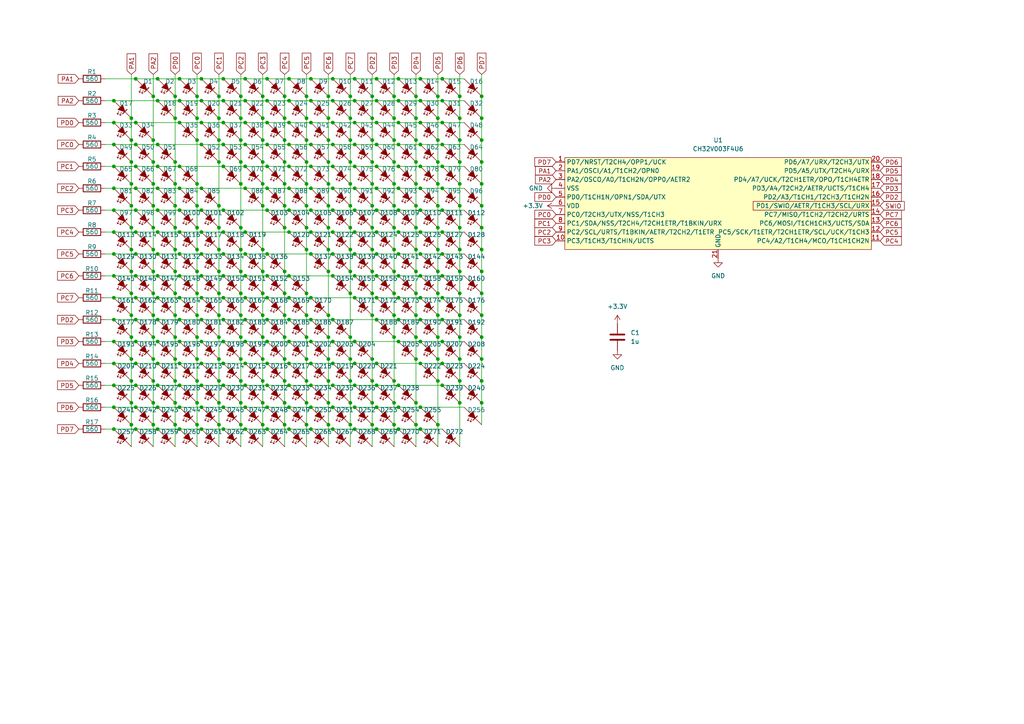
<source format=kicad_sch>
(kicad_sch (version 20250114) (generator "eeschema") (generator_version "9.0")
  (paper "A4")
  (junction (at 50.8 27.94))
  (junction (at 33.02 60.96))
  (junction (at 38.1 104.14))
  (junction (at 52.07 80.01))
  (junction (at 33.02 92.71))
  (junction (at 83.82 29.21))
  (junction (at 120.65 40.64))
  (junction (at 58.42 67.31))
  (junction (at 121.92 67.31))
  (junction (at 76.2 59.69))
  (junction (at 45.72 29.21))
  (junction (at 57.15 123.19))
  (junction (at 109.22 124.46))
  (junction (at 38.1 110.49))
  (junction (at 69.85 27.94))
  (junction (at 52.07 92.71))
  (junction (at 45.72 111.76))
  (junction (at 96.52 48.26))
  (junction (at 95.25 27.94))
  (junction (at 76.2 53.34))
  (junction (at 45.72 60.96))
  (junction (at 83.82 22.86))
  (junction (at 76.2 85.09))
  (junction (at 44.45 27.94))
  (junction (at 77.47 86.36))
  (junction (at 44.45 46.99))
  (junction (at 58.42 73.66))
  (junction (at 50.8 78.74))
  (junction (at 114.3 91.44))
  (junction (at 57.15 27.94))
  (junction (at 83.82 92.71))
  (junction (at 63.5 91.44))
  (junction (at 50.8 123.19))
  (junction (at 127 123.19))
  (junction (at 109.22 111.76))
  (junction (at 45.72 124.46))
  (junction (at 95.25 97.79))
  (junction (at 44.45 123.19))
  (junction (at 114.3 116.84))
  (junction (at 114.3 46.99))
  (junction (at 44.45 85.09))
  (junction (at 120.65 104.14))
  (junction (at 102.87 73.66))
  (junction (at 139.7 46.99))
  (junction (at 115.57 111.76))
  (junction (at 101.6 85.09))
  (junction (at 57.15 110.49))
  (junction (at 107.95 34.29))
  (junction (at 127 46.99))
  (junction (at 127 91.44))
  (junction (at 64.77 60.96))
  (junction (at 38.1 34.29))
  (junction (at 96.52 73.66))
  (junction (at 83.82 105.41))
  (junction (at 88.9 46.99))
  (junction (at 139.7 110.49))
  (junction (at 69.85 91.44))
  (junction (at 95.25 123.19))
  (junction (at 96.52 41.91))
  (junction (at 77.47 54.61))
  (junction (at 58.42 35.56))
  (junction (at 39.37 41.91))
  (junction (at 109.22 41.91))
  (junction (at 96.52 111.76))
  (junction (at 64.77 67.31))
  (junction (at 71.12 118.11))
  (junction (at 44.45 66.04))
  (junction (at 50.8 91.44))
  (junction (at 120.65 123.19))
  (junction (at 76.2 97.79))
  (junction (at 120.65 66.04))
  (junction (at 64.77 92.71))
  (junction (at 45.72 22.86))
  (junction (at 44.45 78.74))
  (junction (at 52.07 67.31))
  (junction (at 101.6 34.29))
  (junction (at 107.95 66.04))
  (junction (at 82.55 104.14))
  (junction (at 102.87 105.41))
  (junction (at 96.52 80.01))
  (junction (at 101.6 116.84))
  (junction (at 128.27 92.71))
  (junction (at 133.35 104.14))
  (junction (at 120.65 59.69))
  (junction (at 114.3 66.04))
  (junction (at 133.35 53.34))
  (junction (at 45.72 54.61))
  (junction (at 44.45 110.49))
  (junction (at 64.77 86.36))
  (junction (at 139.7 78.74))
  (junction (at 39.37 48.26))
  (junction (at 83.82 86.36))
  (junction (at 88.9 40.64))
  (junction (at 115.57 67.31))
  (junction (at 101.6 123.19))
  (junction (at 90.17 111.76))
  (junction (at 57.15 91.44))
  (junction (at 90.17 99.06))
  (junction (at 39.37 118.11))
  (junction (at 58.42 60.96))
  (junction (at 38.1 66.04))
  (junction (at 83.82 111.76))
  (junction (at 52.07 35.56))
  (junction (at 57.15 116.84))
  (junction (at 95.25 46.99))
  (junction (at 50.8 46.99))
  (junction (at 33.02 124.46))
  (junction (at 88.9 110.49))
  (junction (at 58.42 22.86))
  (junction (at 127 78.74))
  (junction (at 38.1 85.09))
  (junction (at 82.55 97.79))
  (junction (at 50.8 59.69))
  (junction (at 107.95 91.44))
  (junction (at 57.15 59.69))
  (junction (at 83.82 80.01))
  (junction (at 115.57 41.91))
  (junction (at 90.17 54.61))
  (junction (at 77.47 80.01))
  (junction (at 52.07 111.76))
  (junction (at 101.6 110.49))
  (junction (at 107.95 85.09))
  (junction (at 64.77 124.46))
  (junction (at 121.92 124.46))
  (junction (at 39.37 22.86))
  (junction (at 38.1 40.64))
  (junction (at 52.07 48.26))
  (junction (at 114.3 34.29))
  (junction (at 115.57 92.71))
  (junction (at 115.57 48.26))
  (junction (at 64.77 118.11))
  (junction (at 121.92 54.61))
  (junction (at 77.47 22.86))
  (junction (at 76.2 91.44))
  (junction (at 64.77 111.76))
  (junction (at 90.17 118.11))
  (junction (at 127 40.64))
  (junction (at 88.9 53.34))
  (junction (at 96.52 29.21))
  (junction (at 102.87 118.11))
  (junction (at 83.82 54.61))
  (junction (at 133.35 40.64))
  (junction (at 76.2 123.19))
  (junction (at 71.12 22.86))
  (junction (at 69.85 72.39))
  (junction (at 102.87 29.21))
  (junction (at 58.42 92.71))
  (junction (at 133.35 46.99))
  (junction (at 38.1 78.74))
  (junction (at 114.3 78.74))
  (junction (at 69.85 46.99))
  (junction (at 69.85 78.74))
  (junction (at 139.7 72.39))
  (junction (at 83.82 48.26))
  (junction (at 101.6 46.99))
  (junction (at 33.02 80.01))
  (junction (at 127 110.49))
  (junction (at 127 53.34))
  (junction (at 50.8 110.49))
  (junction (at 82.55 59.69))
  (junction (at 63.5 46.99))
  (junction (at 107.95 46.99))
  (junction (at 83.82 41.91))
  (junction (at 64.77 105.41))
  (junction (at 139.7 27.94))
  (junction (at 64.77 35.56))
  (junction (at 83.82 99.06))
  (junction (at 63.5 59.69))
  (junction (at 39.37 92.71))
  (junction (at 95.25 110.49))
  (junction (at 58.42 111.76))
  (junction (at 44.45 97.79))
  (junction (at 128.27 105.41))
  (junction (at 77.47 105.41))
  (junction (at 96.52 67.31))
  (junction (at 82.55 85.09))
  (junction (at 71.12 29.21))
  (junction (at 90.17 73.66))
  (junction (at 52.07 73.66))
  (junction (at 88.9 34.29))
  (junction (at 102.87 22.86))
  (junction (at 39.37 80.01))
  (junction (at 39.37 111.76))
  (junction (at 58.42 118.11))
  (junction (at 33.02 99.06))
  (junction (at 115.57 99.06))
  (junction (at 102.87 67.31))
  (junction (at 121.92 29.21))
  (junction (at 71.12 41.91))
  (junction (at 109.22 67.31))
  (junction (at 139.7 91.44))
  (junction (at 38.1 123.19))
  (junction (at 121.92 48.26))
  (junction (at 71.12 54.61))
  (junction (at 128.27 29.21))
  (junction (at 69.85 97.79))
  (junction (at 57.15 34.29))
  (junction (at 128.27 80.01))
  (junction (at 109.22 54.61))
  (junction (at 109.22 35.56))
  (junction (at 109.22 86.36))
  (junction (at 45.72 67.31))
  (junction (at 120.65 27.94))
  (junction (at 96.52 118.11))
  (junction (at 77.47 41.91))
  (junction (at 107.95 78.74))
  (junction (at 63.5 116.84))
  (junction (at 139.7 59.69))
  (junction (at 33.02 35.56))
  (junction (at 83.82 60.96))
  (junction (at 88.9 85.09))
  (junction (at 45.72 80.01))
  (junction (at 63.5 40.64))
  (junction (at 121.92 86.36))
  (junction (at 115.57 35.56))
  (junction (at 44.45 59.69))
  (junction (at 120.65 85.09))
  (junction (at 115.57 86.36))
  (junction (at 96.52 22.86))
  (junction (at 121.92 80.01))
  (junction (at 76.2 27.94))
  (junction (at 139.7 104.14))
  (junction (at 39.37 35.56))
  (junction (at 44.45 72.39))
  (junction (at 128.27 35.56))
  (junction (at 133.35 34.29))
  (junction (at 82.55 34.29))
  (junction (at 133.35 59.69))
  (junction (at 90.17 92.71))
  (junction (at 101.6 27.94))
  (junction (at 38.1 72.39))
  (junction (at 69.85 34.29))
  (junction (at 121.92 118.11))
  (junction (at 45.72 118.11))
  (junction (at 101.6 72.39))
  (junction (at 69.85 110.49))
  (junction (at 77.47 60.96))
  (junction (at 121.92 92.71))
  (junction (at 39.37 60.96))
  (junction (at 128.27 67.31))
  (junction (at 64.77 22.86))
  (junction (at 96.52 54.61))
  (junction (at 139.7 53.34))
  (junction (at 71.12 73.66))
  (junction (at 128.27 86.36))
  (junction (at 33.02 105.41))
  (junction (at 115.57 80.01))
  (junction (at 64.77 73.66))
  (junction (at 114.3 40.64))
  (junction (at 114.3 97.79))
  (junction (at 52.07 105.41))
  (junction (at 39.37 54.61))
  (junction (at 109.22 118.11))
  (junction (at 38.1 59.69))
  (junction (at 44.45 104.14))
  (junction (at 95.25 53.34))
  (junction (at 120.65 91.44))
  (junction (at 71.12 124.46))
  (junction (at 101.6 104.14))
  (junction (at 71.12 48.26))
  (junction (at 50.8 116.84))
  (junction (at 64.77 99.06))
  (junction (at 69.85 116.84))
  (junction (at 90.17 60.96))
  (junction (at 39.37 86.36))
  (junction (at 90.17 67.31))
  (junction (at 95.25 72.39))
  (junction (at 102.87 80.01))
  (junction (at 90.17 86.36))
  (junction (at 77.47 99.06))
  (junction (at 127 85.09))
  (junction (at 39.37 67.31))
  (junction (at 52.07 54.61))
  (junction (at 127 104.14))
  (junction (at 115.57 22.86))
  (junction (at 102.87 35.56))
  (junction (at 76.2 34.29))
  (junction (at 107.95 110.49))
  (junction (at 82.55 40.64))
  (junction (at 69.85 66.04))
  (junction (at 95.25 78.74))
  (junction (at 109.22 92.71))
  (junction (at 120.65 72.39))
  (junction (at 82.55 27.94))
  (junction (at 63.5 78.74))
  (junction (at 128.27 54.61))
  (junction (at 114.3 110.49))
  (junction (at 77.47 35.56))
  (junction (at 82.55 110.49))
  (junction (at 96.52 124.46))
  (junction (at 82.55 116.84))
  (junction (at 109.22 22.86))
  (junction (at 127 66.04))
  (junction (at 128.27 60.96))
  (junction (at 39.37 105.41))
  (junction (at 114.3 27.94))
  (junction (at 77.47 48.26))
  (junction (at 121.92 73.66))
  (junction (at 69.85 40.64))
  (junction (at 121.92 41.91))
  (junction (at 71.12 67.31))
  (junction (at 45.72 99.06))
  (junction (at 90.17 22.86))
  (junction (at 58.42 41.91))
  (junction (at 38.1 91.44))
  (junction (at 114.3 85.09))
  (junction (at 50.8 34.29))
  (junction (at 101.6 66.04))
  (junction (at 33.02 111.76))
  (junction (at 121.92 22.86))
  (junction (at 52.07 118.11))
  (junction (at 33.02 86.36))
  (junction (at 88.9 97.79))
  (junction (at 44.45 91.44))
  (junction (at 39.37 99.06))
  (junction (at 63.5 97.79))
  (junction (at 95.25 104.14))
  (junction (at 33.02 118.11))
  (junction (at 115.57 60.96))
  (junction (at 102.87 111.76))
  (junction (at 139.7 34.29))
  (junction (at 101.6 40.64))
  (junction (at 33.02 54.61))
  (junction (at 38.1 46.99))
  (junction (at 107.95 40.64))
  (junction (at 115.57 118.11))
  (junction (at 45.72 86.36))
  (junction (at 107.95 116.84))
  (junction (at 90.17 41.91))
  (junction (at 128.27 99.06))
  (junction (at 107.95 53.34))
  (junction (at 52.07 99.06))
  (junction (at 127 27.94))
  (junction (at 121.92 99.06))
  (junction (at 39.37 124.46))
  (junction (at 133.35 116.84))
  (junction (at 109.22 29.21))
  (junction (at 128.27 111.76))
  (junction (at 107.95 123.19))
  (junction (at 96.52 99.06))
  (junction (at 102.87 99.06))
  (junction (at 139.7 40.64))
  (junction (at 63.5 123.19))
  (junction (at 83.82 67.31))
  (junction (at 139.7 116.84))
  (junction (at 120.65 78.74))
  (junction (at 77.47 29.21))
  (junction (at 88.9 66.04))
  (junction (at 128.27 48.26))
  (junction (at 57.15 72.39))
  (junction (at 52.07 29.21))
  (junction (at 33.02 29.21))
  (junction (at 69.85 85.09))
  (junction (at 44.45 116.84))
  (junction (at 76.2 104.14))
  (junction (at 133.35 66.04))
  (junction (at 76.2 78.74))
  (junction (at 83.82 124.46))
  (junction (at 58.42 29.21))
  (junction (at 114.3 59.69))
  (junction (at 58.42 105.41))
  (junction (at 109.22 73.66))
  (junction (at 95.25 116.84))
  (junction (at 63.5 72.39))
  (junction (at 82.55 91.44))
  (junction (at 90.17 35.56))
  (junction (at 133.35 78.74))
  (junction (at 38.1 97.79))
  (junction (at 38.1 116.84))
  (junction (at 71.12 35.56))
  (junction (at 88.9 27.94))
  (junction (at 95.25 40.64))
  (junction (at 77.47 124.46))
  (junction (at 45.72 48.26))
  (junction (at 115.57 29.21))
  (junction (at 88.9 91.44))
  (junction (at 50.8 66.04))
  (junction (at 64.77 48.26))
  (junction (at 101.6 59.69))
  (junction (at 52.07 22.86))
  (junction (at 96.52 92.71))
  (junction (at 109.22 105.41))
  (junction (at 120.65 46.99))
  (junction (at 69.85 53.34))
  (junction (at 139.7 66.04))
  (junction (at 71.12 92.71))
  (junction (at 77.47 111.76))
  (junction (at 63.5 66.04))
  (junction (at 76.2 40.64))
  (junction (at 52.07 86.36))
  (junction (at 33.02 48.26))
  (junction (at 64.77 41.91))
  (junction (at 109.22 48.26))
  (junction (at 102.87 41.91))
  (junction (at 88.9 59.69))
  (junction (at 45.72 105.41))
  (junction (at 57.15 104.14))
  (junction (at 77.47 73.66))
  (junction (at 133.35 110.49))
  (junction (at 45.72 41.91))
  (junction (at 133.35 97.79))
  (junction (at 71.12 80.01))
  (junction (at 102.87 86.36))
  (junction (at 120.65 97.79))
  (junction (at 120.65 34.29))
  (junction (at 82.55 123.19))
  (junction (at 69.85 104.14))
  (junction (at 71.12 111.76))
  (junction (at 128.27 41.91))
  (junction (at 63.5 110.49))
  (junction (at 83.82 118.11))
  (junction (at 114.3 53.34))
  (junction (at 90.17 105.41))
  (junction (at 57.15 66.04))
  (junction (at 64.77 29.21))
  (junction (at 102.87 48.26))
  (junction (at 128.27 22.86))
  (junction (at 76.2 46.99))
  (junction (at 63.5 85.09))
  (junction (at 33.02 67.31))
  (junction (at 50.8 85.09))
  (junction (at 63.5 27.94))
  (junction (at 77.47 118.11))
  (junction (at 58.42 54.61))
  (junction (at 107.95 59.69))
  (junction (at 120.65 116.84))
  (junction (at 127 97.79))
  (junction (at 109.22 80.01))
  (junction (at 44.45 53.34))
  (junction (at 95.25 66.04))
  (junction (at 115.57 54.61))
  (junction (at 45.72 92.71))
  (junction (at 115.57 73.66))
  (junction (at 139.7 85.09))
  (junction (at 83.82 35.56))
  (junction (at 38.1 53.34))
  (junction (at 127 72.39))
  (junction (at 95.25 34.29))
  (junction (at 82.55 46.99))
  (junction (at 101.6 53.34))
  (junction (at 82.55 78.74))
  (junction (at 121.92 35.56))
  (junction (at 121.92 60.96))
  (junction (at 39.37 73.66))
  (junction (at 63.5 34.29))
  (junction (at 96.52 35.56))
  (junction (at 107.95 72.39))
  (junction (at 57.15 40.64))
  (junction (at 88.9 123.19))
  (junction (at 76.2 110.49))
  (junction (at 57.15 78.74))
  (junction (at 58.42 80.01))
  (junction (at 76.2 72.39))
  (junction (at 76.2 116.84))
  (junction (at 114.3 123.19))
  (junction (at 90.17 29.21))
  (junction (at 121.92 105.41))
  (junction (at 33.02 41.91))
  (junction (at 96.52 60.96))
  (junction (at 109.22 60.96))
  (junction (at 120.65 53.34))
  (junction (at 50.8 104.14))
  (junction (at 82.55 53.34))
  (junction (at 71.12 86.36))
  (junction (at 63.5 104.14))
  (junction (at 127 59.69))
  (junction (at 90.17 124.46))
  (junction (at 107.95 104.14))
  (junction (at 128.27 73.66))
  (junction (at 96.52 105.41))
  (junction (at 133.35 91.44))
  (junction (at 82.55 66.04))
  (junction (at 44.45 40.64))
  (junction (at 102.87 54.61))
  (junction (at 45.72 73.66))
  (junction (at 57.15 97.79))
  (junction (at 64.77 80.01))
  (junction (at 77.47 92.71))
  (junction (at 88.9 104.14))
  (junction (at 57.15 53.34))
  (junction (at 33.02 73.66))
  (junction (at 69.85 123.19))
  (junction (at 50.8 72.39))
  (junction (at 114.3 72.39))
  (junction (at 58.42 99.06))
  (junction (at 71.12 105.41))
  (junction (at 107.95 27.94))
  (junction (at 115.57 124.46))
  (junction (at 58.42 124.46))
  (junction (at 57.15 85.09))
  (junction (at 52.07 60.96))
  (junction (at 95.25 59.69))
  (junction (at 133.35 27.94))
  (junction (at 88.9 116.84))
  (junction (at 52.07 124.46))
  (junction (at 50.8 53.34))
  (junction (at 139.7 97.79))
  (junction (at 90.17 48.26))
  (junction (at 101.6 78.74))
  (junction (at 58.42 86.36))
  (junction (at 102.87 124.46))
  (junction (at 133.35 72.39))
  (junction (at 133.35 85.09))
  (junction (at 88.9 72.39))
  (junction (at 102.87 60.96))
  (junction (at 50.8 97.79))
  (junction (at 101.6 97.79))
  (junction (at 95.25 91.44))
  (junction (at 71.12 99.06))
  (junction (at 127 34.29))
  (wire (pts (xy 38.1 46.99) (xy 38.1 53.34)))
  (wire (pts (xy 121.92 22.86) (xy 128.27 22.86)))
  (wire (pts (xy 133.35 21.59) (xy 133.35 27.94)))
  (wire (pts (xy 109.22 105.41) (xy 121.92 105.41)))
  (wire (pts (xy 107.95 72.39) (xy 107.95 78.74)))
  (wire (pts (xy 82.55 91.44) (xy 82.55 97.79)))
  (wire (pts (xy 127 46.99) (xy 127 53.34)))
  (wire (pts (xy 76.2 40.64) (xy 76.2 46.99)))
  (wire (pts (xy 139.7 110.49) (xy 139.7 116.84)))
  (wire (pts (xy 77.47 22.86) (xy 83.82 22.86)))
  (wire (pts (xy 139.7 91.44) (xy 139.7 97.79)))
  (wire (pts (xy 63.5 104.14) (xy 63.5 110.49)))
  (wire (pts (xy 101.6 116.84) (xy 101.6 123.19)))
  (wire (pts (xy 88.9 110.49) (xy 88.9 116.84)))
  (wire (pts (xy 39.37 73.66) (xy 45.72 73.66)))
  (wire (pts (xy 109.22 22.86) (xy 115.57 22.86)))
  (wire (pts (xy 50.8 46.99) (xy 50.8 53.34)))
  (wire (pts (xy 109.22 67.31) (xy 115.57 67.31)))
  (wire (pts (xy 52.07 22.86) (xy 58.42 22.86)))
  (wire (pts (xy 107.95 46.99) (xy 107.95 53.34)))
  (wire (pts (xy 77.47 54.61) (xy 83.82 54.61)))
  (wire (pts (xy 90.17 48.26) (xy 96.52 48.26)))
  (wire (pts (xy 63.5 110.49) (xy 63.5 116.84)))
  (wire (pts (xy 44.45 66.04) (xy 44.45 72.39)))
  (wire (pts (xy 88.9 72.39) (xy 88.9 85.09)))
  (wire (pts (xy 120.65 116.84) (xy 120.65 123.19)))
  (wire (pts (xy 101.6 21.59) (xy 101.6 27.94)))
  (wire (pts (xy 121.92 124.46) (xy 128.27 124.46)))
  (wire (pts (xy 39.37 118.11) (xy 45.72 118.11)))
  (wire (pts (xy 58.42 80.01) (xy 64.77 80.01)))
  (wire (pts (xy 52.07 92.71) (xy 58.42 92.71)))
  (wire (pts (xy 127 40.64) (xy 127 46.99)))
  (wire (pts (xy 50.8 34.29) (xy 50.8 46.99)))
  (wire (pts (xy 127 123.19) (xy 127 129.54)))
  (wire (pts (xy 71.12 22.86) (xy 77.47 22.86)))
  (wire (pts (xy 107.95 123.19) (xy 107.95 129.54)))
  (wire (pts (xy 139.7 104.14) (xy 139.7 110.49)))
  (wire (pts (xy 45.72 99.06) (xy 52.07 99.06)))
  (wire (pts (xy 64.77 60.96) (xy 77.47 60.96)))
  (wire (pts (xy 109.22 111.76) (xy 115.57 111.76)))
  (wire (pts (xy 44.45 46.99) (xy 44.45 53.34)))
  (wire (pts (xy 96.52 67.31) (xy 102.87 67.31)))
  (wire (pts (xy 120.65 123.19) (xy 120.65 129.54)))
  (wire (pts (xy 128.27 73.66) (xy 134.62 73.66)))
  (wire (pts (xy 50.8 104.14) (xy 50.8 110.49)))
  (wire (pts (xy 95.25 78.74) (xy 95.25 91.44)))
  (wire (pts (xy 38.1 123.19) (xy 38.1 129.54)))
  (wire (pts (xy 77.47 86.36) (xy 83.82 86.36)))
  (wire (pts (xy 90.17 29.21) (xy 96.52 29.21)))
  (wire (pts (xy 127 110.49) (xy 127 123.19)))
  (wire (pts (xy 77.47 92.71) (xy 83.82 92.71)))
  (wire (pts (xy 30.48 67.31) (xy 33.02 67.31)))
  (wire (pts (xy 30.48 54.61) (xy 33.02 54.61)))
  (wire (pts (xy 95.25 40.64) (xy 95.25 46.99)))
  (wire (pts (xy 71.12 92.71) (xy 77.47 92.71)))
  (wire (pts (xy 44.45 59.69) (xy 44.45 66.04)))
  (wire (pts (xy 96.52 48.26) (xy 102.87 48.26)))
  (wire (pts (xy 64.77 48.26) (xy 71.12 48.26)))
  (wire (pts (xy 90.17 105.41) (xy 96.52 105.41)))
  (wire (pts (xy 52.07 48.26) (xy 64.77 48.26)))
  (wire (pts (xy 90.17 41.91) (xy 96.52 41.91)))
  (wire (pts (xy 115.57 22.86) (xy 121.92 22.86)))
  (wire (pts (xy 109.22 118.11) (xy 115.57 118.11)))
  (wire (pts (xy 95.25 59.69) (xy 95.25 66.04)))
  (wire (pts (xy 127 85.09) (xy 127 91.44)))
  (wire (pts (xy 38.1 72.39) (xy 38.1 78.74)))
  (wire (pts (xy 114.3 53.34) (xy 114.3 59.69)))
  (wire (pts (xy 133.35 40.64) (xy 133.35 46.99)))
  (wire (pts (xy 127 34.29) (xy 127 40.64)))
  (wire (pts (xy 71.12 73.66) (xy 77.47 73.66)))
  (wire (pts (xy 71.12 35.56) (xy 77.47 35.56)))
  (wire (pts (xy 58.42 29.21) (xy 64.77 29.21)))
  (wire (pts (xy 88.9 53.34) (xy 88.9 59.69)))
  (wire (pts (xy 45.72 41.91) (xy 58.42 41.91)))
  (wire (pts (xy 109.22 60.96) (xy 115.57 60.96)))
  (wire (pts (xy 39.37 86.36) (xy 45.72 86.36)))
  (wire (pts (xy 33.02 67.31) (xy 39.37 67.31)))
  (wire (pts (xy 88.9 40.64) (xy 88.9 46.99)))
  (wire (pts (xy 133.35 46.99) (xy 133.35 53.34)))
  (wire (pts (xy 58.42 86.36) (xy 64.77 86.36)))
  (wire (pts (xy 120.65 104.14) (xy 120.65 116.84)))
  (wire (pts (xy 95.25 53.34) (xy 95.25 59.69)))
  (wire (pts (xy 96.52 92.71) (xy 109.22 92.71)))
  (wire (pts (xy 107.95 53.34) (xy 107.95 59.69)))
  (wire (pts (xy 102.87 111.76) (xy 109.22 111.76)))
  (wire (pts (xy 76.2 110.49) (xy 76.2 116.84)))
  (wire (pts (xy 45.72 54.61) (xy 52.07 54.61)))
  (wire (pts (xy 114.3 72.39) (xy 114.3 78.74)))
  (wire (pts (xy 133.35 72.39) (xy 133.35 78.74)))
  (wire (pts (xy 120.65 40.64) (xy 120.65 46.99)))
  (wire (pts (xy 102.87 105.41) (xy 109.22 105.41)))
  (wire (pts (xy 58.42 118.11) (xy 64.77 118.11)))
  (wire (pts (xy 95.25 66.04) (xy 95.25 72.39)))
  (wire (pts (xy 102.87 73.66) (xy 109.22 73.66)))
  (wire (pts (xy 95.25 110.49) (xy 95.25 116.84)))
  (wire (pts (xy 107.95 66.04) (xy 107.95 72.39)))
  (wire (pts (xy 101.6 110.49) (xy 101.6 116.84)))
  (wire (pts (xy 58.42 105.41) (xy 64.77 105.41)))
  (wire (pts (xy 90.17 124.46) (xy 96.52 124.46)))
  (wire (pts (xy 64.77 105.41) (xy 71.12 105.41)))
  (wire (pts (xy 115.57 67.31) (xy 121.92 67.31)))
  (wire (pts (xy 33.02 80.01) (xy 39.37 80.01)))
  (wire (pts (xy 139.7 59.69) (xy 139.7 66.04)))
  (wire (pts (xy 38.1 91.44) (xy 38.1 97.79)))
  (wire (pts (xy 120.65 78.74) (xy 120.65 85.09)))
  (wire (pts (xy 121.92 105.41) (xy 128.27 105.41)))
  (wire (pts (xy 63.5 21.59) (xy 63.5 27.94)))
  (wire (pts (xy 52.07 86.36) (xy 58.42 86.36)))
  (wire (pts (xy 45.72 80.01) (xy 52.07 80.01)))
  (wire (pts (xy 114.3 91.44) (xy 114.3 97.79)))
  (wire (pts (xy 90.17 118.11) (xy 96.52 118.11)))
  (wire (pts (xy 83.82 48.26) (xy 90.17 48.26)))
  (wire (pts (xy 101.6 40.64) (xy 101.6 46.99)))
  (wire (pts (xy 57.15 116.84) (xy 57.15 123.19)))
  (wire (pts (xy 52.07 73.66) (xy 58.42 73.66)))
  (wire (pts (xy 133.35 53.34) (xy 133.35 59.69)))
  (wire (pts (xy 69.85 46.99) (xy 69.85 53.34)))
  (wire (pts (xy 101.6 104.14) (xy 101.6 110.49)))
  (wire (pts (xy 76.2 97.79) (xy 76.2 104.14)))
  (wire (pts (xy 101.6 53.34) (xy 101.6 59.69)))
  (wire (pts (xy 76.2 123.19) (xy 76.2 129.54)))
  (wire (pts (xy 139.7 116.84) (xy 139.7 123.19)))
  (wire (pts (xy 88.9 123.19) (xy 88.9 129.54)))
  (wire (pts (xy 77.47 60.96) (xy 83.82 60.96)))
  (wire (pts (xy 82.55 53.34) (xy 82.55 59.69)))
  (wire (pts (xy 57.15 27.94) (xy 57.15 34.29)))
  (wire (pts (xy 115.57 80.01) (xy 121.92 80.01)))
  (wire (pts (xy 82.55 27.94) (xy 82.55 34.29)))
  (wire (pts (xy 57.15 59.69) (xy 57.15 66.04)))
  (wire (pts (xy 101.6 72.39) (xy 101.6 78.74)))
  (wire (pts (xy 45.72 86.36) (xy 52.07 86.36)))
  (wire (pts (xy 45.72 111.76) (xy 52.07 111.76)))
  (wire (pts (xy 64.77 92.71) (xy 71.12 92.71)))
  (wire (pts (xy 57.15 53.34) (xy 57.15 59.69)))
  (wire (pts (xy 71.12 48.26) (xy 77.47 48.26)))
  (wire (pts (xy 96.52 60.96) (xy 102.87 60.96)))
  (wire (pts (xy 96.52 54.61) (xy 102.87 54.61)))
  (wire (pts (xy 88.9 59.69) (xy 88.9 66.04)))
  (wire (pts (xy 95.25 123.19) (xy 95.25 129.54)))
  (wire (pts (xy 38.1 59.69) (xy 38.1 66.04)))
  (wire (pts (xy 133.35 104.14) (xy 133.35 110.49)))
  (wire (pts (xy 45.72 92.71) (xy 52.07 92.71)))
  (wire (pts (xy 63.5 123.19) (xy 63.5 129.54)))
  (wire (pts (xy 33.02 41.91) (xy 39.37 41.91)))
  (wire (pts (xy 77.47 41.91) (xy 83.82 41.91)))
  (wire (pts (xy 102.87 35.56) (xy 109.22 35.56)))
  (wire (pts (xy 82.55 59.69) (xy 82.55 66.04)))
  (wire (pts (xy 95.25 27.94) (xy 95.25 34.29)))
  (wire (pts (xy 33.02 73.66) (xy 39.37 73.66)))
  (wire (pts (xy 128.27 80.01) (xy 134.62 80.01)))
  (wire (pts (xy 114.3 59.69) (xy 114.3 66.04)))
  (wire (pts (xy 101.6 46.99) (xy 101.6 53.34)))
  (wire (pts (xy 133.35 116.84) (xy 133.35 129.54)))
  (wire (pts (xy 50.8 116.84) (xy 50.8 123.19)))
  (wire (pts (xy 128.27 54.61) (xy 134.62 54.61)))
  (wire (pts (xy 133.35 59.69) (xy 133.35 66.04)))
  (wire (pts (xy 82.55 66.04) (xy 82.55 78.74)))
  (wire (pts (xy 133.35 78.74) (xy 133.35 85.09)))
  (wire (pts (xy 88.9 66.04) (xy 88.9 72.39)))
  (wire (pts (xy 63.5 97.79) (xy 63.5 104.14)))
  (wire (pts (xy 77.47 124.46) (xy 83.82 124.46)))
  (wire (pts (xy 120.65 46.99) (xy 120.65 53.34)))
  (wire (pts (xy 50.8 59.69) (xy 50.8 66.04)))
  (wire (pts (xy 121.92 29.21) (xy 128.27 29.21)))
  (wire (pts (xy 58.42 92.71) (xy 64.77 92.71)))
  (wire (pts (xy 45.72 67.31) (xy 52.07 67.31)))
  (wire (pts (xy 139.7 27.94) (xy 139.7 34.29)))
  (wire (pts (xy 69.85 123.19) (xy 69.85 129.54)))
  (wire (pts (xy 88.9 27.94) (xy 88.9 34.29)))
  (wire (pts (xy 109.22 48.26) (xy 115.57 48.26)))
  (wire (pts (xy 39.37 41.91) (xy 45.72 41.91)))
  (wire (pts (xy 69.85 34.29) (xy 69.85 40.64)))
  (wire (pts (xy 33.02 99.06) (xy 39.37 99.06)))
  (wire (pts (xy 115.57 111.76) (xy 128.27 111.76)))
  (wire (pts (xy 52.07 118.11) (xy 58.42 118.11)))
  (wire (pts (xy 96.52 73.66) (xy 102.87 73.66)))
  (wire (pts (xy 82.55 85.09) (xy 82.55 91.44)))
  (wire (pts (xy 63.5 40.64) (xy 63.5 46.99)))
  (wire (pts (xy 77.47 48.26) (xy 83.82 48.26)))
  (wire (pts (xy 107.95 85.09) (xy 107.95 91.44)))
  (wire (pts (xy 57.15 123.19) (xy 57.15 129.54)))
  (wire (pts (xy 102.87 124.46) (xy 109.22 124.46)))
  (wire (pts (xy 127 72.39) (xy 127 78.74)))
  (wire (pts (xy 107.95 110.49) (xy 107.95 116.84)))
  (wire (pts (xy 96.52 22.86) (xy 102.87 22.86)))
  (wire (pts (xy 50.8 91.44) (xy 50.8 97.79)))
  (wire (pts (xy 127 27.94) (xy 127 34.29)))
  (wire (pts (xy 83.82 41.91) (xy 90.17 41.91)))
  (wire (pts (xy 88.9 34.29) (xy 88.9 40.64)))
  (wire (pts (xy 83.82 111.76) (xy 90.17 111.76)))
  (wire (pts (xy 38.1 97.79) (xy 38.1 104.14)))
  (wire (pts (xy 82.55 104.14) (xy 82.55 110.49)))
  (wire (pts (xy 83.82 54.61) (xy 90.17 54.61)))
  (wire (pts (xy 77.47 29.21) (xy 83.82 29.21)))
  (wire (pts (xy 120.65 66.04) (xy 120.65 72.39)))
  (wire (pts (xy 77.47 35.56) (xy 83.82 35.56)))
  (wire (pts (xy 114.3 116.84) (xy 114.3 123.19)))
  (wire (pts (xy 127 104.14) (xy 127 110.49)))
  (wire (pts (xy 71.12 86.36) (xy 77.47 86.36)))
  (wire (pts (xy 82.55 34.29) (xy 82.55 40.64)))
  (wire (pts (xy 52.07 67.31) (xy 58.42 67.31)))
  (wire (pts (xy 83.82 124.46) (xy 90.17 124.46)))
  (wire (pts (xy 50.8 85.09) (xy 50.8 91.44)))
  (wire (pts (xy 64.77 124.46) (xy 71.12 124.46)))
  (wire (pts (xy 44.45 21.59) (xy 44.45 27.94)))
  (wire (pts (xy 63.5 46.99) (xy 63.5 59.69)))
  (wire (pts (xy 107.95 91.44) (xy 107.95 104.14)))
  (wire (pts (xy 107.95 21.59) (xy 107.95 27.94)))
  (wire (pts (xy 115.57 92.71) (xy 121.92 92.71)))
  (wire (pts (xy 30.48 92.71) (xy 33.02 92.71)))
  (wire (pts (xy 52.07 124.46) (xy 58.42 124.46)))
  (wire (pts (xy 95.25 116.84) (xy 95.25 123.19)))
  (wire (pts (xy 44.45 110.49) (xy 44.45 116.84)))
  (wire (pts (xy 50.8 27.94) (xy 50.8 34.29)))
  (wire (pts (xy 139.7 53.34) (xy 139.7 59.69)))
  (wire (pts (xy 114.3 46.99) (xy 114.3 53.34)))
  (wire (pts (xy 120.65 85.09) (xy 120.65 91.44)))
  (wire (pts (xy 127 59.69) (xy 127 66.04)))
  (wire (pts (xy 114.3 40.64) (xy 114.3 46.99)))
  (wire (pts (xy 102.87 80.01) (xy 109.22 80.01)))
  (wire (pts (xy 109.22 80.01) (xy 115.57 80.01)))
  (wire (pts (xy 115.57 124.46) (xy 121.92 124.46)))
  (wire (pts (xy 30.48 73.66) (xy 33.02 73.66)))
  (wire (pts (xy 95.25 72.39) (xy 95.25 78.74)))
  (wire (pts (xy 52.07 99.06) (xy 58.42 99.06)))
  (wire (pts (xy 102.87 60.96) (xy 109.22 60.96)))
  (wire (pts (xy 77.47 73.66) (xy 90.17 73.66)))
  (wire (pts (xy 121.92 99.06) (xy 128.27 99.06)))
  (wire (pts (xy 50.8 97.79) (xy 50.8 104.14)))
  (wire (pts (xy 109.22 86.36) (xy 115.57 86.36)))
  (wire (pts (xy 128.27 105.41) (xy 134.62 105.41)))
  (wire (pts (xy 139.7 85.09) (xy 139.7 91.44)))
  (wire (pts (xy 57.15 34.29) (xy 57.15 40.64)))
  (wire (pts (xy 39.37 48.26) (xy 45.72 48.26)))
  (wire (pts (xy 30.48 105.41) (xy 33.02 105.41)))
  (wire (pts (xy 63.5 27.94) (xy 63.5 34.29)))
  (wire (pts (xy 38.1 116.84) (xy 38.1 123.19)))
  (wire (pts (xy 45.72 48.26) (xy 52.07 48.26)))
  (wire (pts (xy 121.92 118.11) (xy 134.62 118.11)))
  (wire (pts (xy 33.02 29.21) (xy 45.72 29.21)))
  (wire (pts (xy 115.57 99.06) (xy 121.92 99.06)))
  (wire (pts (xy 101.6 85.09) (xy 101.6 97.79)))
  (wire (pts (xy 58.42 22.86) (xy 64.77 22.86)))
  (wire (pts (xy 76.2 34.29) (xy 76.2 40.64)))
  (wire (pts (xy 52.07 54.61) (xy 58.42 54.61)))
  (wire (pts (xy 128.27 67.31) (xy 134.62 67.31)))
  (wire (pts (xy 107.95 34.29) (xy 107.95 40.64)))
  (wire (pts (xy 71.12 80.01) (xy 77.47 80.01)))
  (wire (pts (xy 83.82 67.31) (xy 90.17 67.31)))
  (wire (pts (xy 45.72 118.11) (xy 52.07 118.11)))
  (wire (pts (xy 44.45 91.44) (xy 44.45 97.79)))
  (wire (pts (xy 57.15 21.59) (xy 57.15 27.94)))
  (wire (pts (xy 90.17 86.36) (xy 102.87 86.36)))
  (wire (pts (xy 133.35 110.49) (xy 133.35 116.84)))
  (wire (pts (xy 64.77 111.76) (xy 71.12 111.76)))
  (wire (pts (xy 77.47 111.76) (xy 83.82 111.76)))
  (wire (pts (xy 139.7 21.59) (xy 139.7 27.94)))
  (wire (pts (xy 63.5 34.29) (xy 63.5 40.64)))
  (wire (pts (xy 128.27 29.21) (xy 134.62 29.21)))
  (wire (pts (xy 45.72 105.41) (xy 52.07 105.41)))
  (wire (pts (xy 38.1 110.49) (xy 38.1 116.84)))
  (wire (pts (xy 39.37 111.76) (xy 45.72 111.76)))
  (wire (pts (xy 33.02 35.56) (xy 39.37 35.56)))
  (wire (pts (xy 52.07 80.01) (xy 58.42 80.01)))
  (wire (pts (xy 33.02 124.46) (xy 39.37 124.46)))
  (wire (pts (xy 102.87 29.21) (xy 109.22 29.21)))
  (wire (pts (xy 120.65 72.39) (xy 120.65 78.74)))
  (wire (pts (xy 69.85 91.44) (xy 69.85 97.79)))
  (wire (pts (xy 121.92 80.01) (xy 128.27 80.01)))
  (wire (pts (xy 69.85 53.34) (xy 69.85 66.04)))
  (wire (pts (xy 128.27 41.91) (xy 134.62 41.91)))
  (wire (pts (xy 71.12 99.06) (xy 77.47 99.06)))
  (wire (pts (xy 121.92 60.96) (xy 128.27 60.96)))
  (wire (pts (xy 39.37 35.56) (xy 52.07 35.56)))
  (wire (pts (xy 58.42 35.56) (xy 64.77 35.56)))
  (wire (pts (xy 57.15 66.04) (xy 57.15 72.39)))
  (wire (pts (xy 102.87 99.06) (xy 115.57 99.06)))
  (wire (pts (xy 114.3 97.79) (xy 114.3 110.49)))
  (wire (pts (xy 120.65 53.34) (xy 120.65 59.69)))
  (wire (pts (xy 128.27 22.86) (xy 134.62 22.86)))
  (wire (pts (xy 38.1 34.29) (xy 38.1 40.64)))
  (wire (pts (xy 114.3 123.19) (xy 114.3 129.54)))
  (wire (pts (xy 38.1 104.14) (xy 38.1 110.49)))
  (wire (pts (xy 115.57 54.61) (xy 121.92 54.61)))
  (wire (pts (xy 39.37 80.01) (xy 45.72 80.01)))
  (wire (pts (xy 71.12 67.31) (xy 83.82 67.31)))
  (wire (pts (xy 58.42 67.31) (xy 64.77 67.31)))
  (wire (pts (xy 120.65 21.59) (xy 120.65 27.94)))
  (wire (pts (xy 44.45 53.34) (xy 44.45 59.69)))
  (wire (pts (xy 77.47 99.06) (xy 83.82 99.06)))
  (wire (pts (xy 102.87 54.61) (xy 109.22 54.61)))
  (wire (pts (xy 127 78.74) (xy 127 85.09)))
  (wire (pts (xy 88.9 21.59) (xy 88.9 27.94)))
  (wire (pts (xy 102.87 86.36) (xy 109.22 86.36)))
  (wire (pts (xy 133.35 66.04) (xy 133.35 72.39)))
  (wire (pts (xy 82.55 40.64) (xy 82.55 46.99)))
  (wire (pts (xy 71.12 111.76) (xy 77.47 111.76)))
  (wire (pts (xy 69.85 78.74) (xy 69.85 85.09)))
  (wire (pts (xy 109.22 54.61) (xy 115.57 54.61)))
  (wire (pts (xy 121.92 35.56) (xy 128.27 35.56)))
  (wire (pts (xy 45.72 22.86) (xy 52.07 22.86)))
  (wire (pts (xy 133.35 97.79) (xy 133.35 104.14)))
  (wire (pts (xy 115.57 41.91) (xy 121.92 41.91)))
  (wire (pts (xy 52.07 35.56) (xy 58.42 35.56)))
  (wire (pts (xy 39.37 22.86) (xy 45.72 22.86)))
  (wire (pts (xy 115.57 29.21) (xy 121.92 29.21)))
  (wire (pts (xy 44.45 27.94) (xy 44.45 40.64)))
  (wire (pts (xy 69.85 66.04) (xy 69.85 72.39)))
  (wire (pts (xy 63.5 78.74) (xy 63.5 85.09)))
  (wire (pts (xy 33.02 105.41) (xy 39.37 105.41)))
  (wire (pts (xy 139.7 34.29) (xy 139.7 40.64)))
  (wire (pts (xy 115.57 73.66) (xy 121.92 73.66)))
  (wire (pts (xy 71.12 41.91) (xy 77.47 41.91)))
  (wire (pts (xy 88.9 104.14) (xy 88.9 110.49)))
  (wire (pts (xy 69.85 97.79) (xy 69.85 104.14)))
  (wire (pts (xy 133.35 27.94) (xy 133.35 34.29)))
  (wire (pts (xy 30.48 124.46) (xy 33.02 124.46)))
  (wire (pts (xy 50.8 66.04) (xy 50.8 72.39)))
  (wire (pts (xy 96.52 105.41) (xy 102.87 105.41)))
  (wire (pts (xy 139.7 40.64) (xy 139.7 46.99)))
  (wire (pts (xy 71.12 118.11) (xy 77.47 118.11)))
  (wire (pts (xy 82.55 116.84) (xy 82.55 123.19)))
  (wire (pts (xy 115.57 35.56) (xy 121.92 35.56)))
  (wire (pts (xy 33.02 118.11) (xy 39.37 118.11)))
  (wire (pts (xy 114.3 78.74) (xy 114.3 85.09)))
  (wire (pts (xy 76.2 72.39) (xy 76.2 78.74)))
  (wire (pts (xy 52.07 111.76) (xy 58.42 111.76)))
  (wire (pts (xy 77.47 80.01) (xy 83.82 80.01)))
  (wire (pts (xy 44.45 116.84) (xy 44.45 123.19)))
  (wire (pts (xy 44.45 85.09) (xy 44.45 91.44)))
  (wire (pts (xy 45.72 73.66) (xy 52.07 73.66)))
  (wire (pts (xy 44.45 40.64) (xy 44.45 46.99)))
  (wire (pts (xy 71.12 29.21) (xy 77.47 29.21)))
  (wire (pts (xy 57.15 78.74) (xy 57.15 85.09)))
  (wire (pts (xy 69.85 21.59) (xy 69.85 27.94)))
  (wire (pts (xy 96.52 124.46) (xy 102.87 124.46)))
  (wire (pts (xy 127 97.79) (xy 127 104.14)))
  (wire (pts (xy 50.8 53.34) (xy 50.8 59.69)))
  (wire (pts (xy 128.27 35.56) (xy 134.62 35.56)))
  (wire (pts (xy 114.3 66.04) (xy 114.3 72.39)))
  (wire (pts (xy 121.92 86.36) (xy 128.27 86.36)))
  (wire (pts (xy 57.15 85.09) (xy 57.15 91.44)))
  (wire (pts (xy 114.3 21.59) (xy 114.3 27.94)))
  (wire (pts (xy 95.25 46.99) (xy 95.25 53.34)))
  (wire (pts (xy 69.85 27.94) (xy 69.85 34.29)))
  (wire (pts (xy 38.1 21.59) (xy 38.1 34.29)))
  (wire (pts (xy 121.92 41.91) (xy 128.27 41.91)))
  (wire (pts (xy 83.82 22.86) (xy 90.17 22.86)))
  (wire (pts (xy 77.47 118.11) (xy 83.82 118.11)))
  (wire (pts (xy 139.7 97.79) (xy 139.7 104.14)))
  (wire (pts (xy 114.3 27.94) (xy 114.3 34.29)))
  (wire (pts (xy 101.6 34.29) (xy 101.6 40.64)))
  (wire (pts (xy 90.17 60.96) (xy 96.52 60.96)))
  (wire (pts (xy 128.27 60.96) (xy 134.62 60.96)))
  (wire (pts (xy 69.85 104.14) (xy 69.85 110.49)))
  (wire (pts (xy 90.17 73.66) (xy 96.52 73.66)))
  (wire (pts (xy 109.22 29.21) (xy 115.57 29.21)))
  (wire (pts (xy 107.95 78.74) (xy 107.95 85.09)))
  (wire (pts (xy 76.2 53.34) (xy 76.2 59.69)))
  (wire (pts (xy 50.8 72.39) (xy 50.8 78.74)))
  (wire (pts (xy 101.6 97.79) (xy 101.6 104.14)))
  (wire (pts (xy 102.87 67.31) (xy 109.22 67.31)))
  (wire (pts (xy 58.42 60.96) (xy 64.77 60.96)))
  (wire (pts (xy 76.2 104.14) (xy 76.2 110.49)))
  (wire (pts (xy 30.48 29.21) (xy 33.02 29.21)))
  (wire (pts (xy 83.82 29.21) (xy 90.17 29.21)))
  (wire (pts (xy 44.45 97.79) (xy 44.45 104.14)))
  (wire (pts (xy 128.27 111.76) (xy 134.62 111.76)))
  (wire (pts (xy 128.27 48.26) (xy 134.62 48.26)))
  (wire (pts (xy 30.48 41.91) (xy 33.02 41.91)))
  (wire (pts (xy 57.15 91.44) (xy 57.15 97.79)))
  (wire (pts (xy 107.95 116.84) (xy 107.95 123.19)))
  (wire (pts (xy 127 91.44) (xy 127 97.79)))
  (wire (pts (xy 114.3 110.49) (xy 114.3 116.84)))
  (wire (pts (xy 133.35 85.09) (xy 133.35 91.44)))
  (wire (pts (xy 107.95 27.94) (xy 107.95 34.29)))
  (wire (pts (xy 109.22 73.66) (xy 115.57 73.66)))
  (wire (pts (xy 52.07 60.96) (xy 58.42 60.96)))
  (wire (pts (xy 39.37 92.71) (xy 45.72 92.71)))
  (wire (pts (xy 121.92 54.61) (xy 128.27 54.61)))
  (wire (pts (xy 82.55 123.19) (xy 82.55 129.54)))
  (wire (pts (xy 95.25 34.29) (xy 95.25 40.64)))
  (wire (pts (xy 50.8 110.49) (xy 50.8 116.84)))
  (wire (pts (xy 38.1 53.34) (xy 38.1 59.69)))
  (wire (pts (xy 64.77 86.36) (xy 71.12 86.36)))
  (wire (pts (xy 120.65 34.29) (xy 120.65 40.64)))
  (wire (pts (xy 30.48 48.26) (xy 33.02 48.26)))
  (wire (pts (xy 64.77 22.86) (xy 71.12 22.86)))
  (wire (pts (xy 44.45 72.39) (xy 44.45 78.74)))
  (wire (pts (xy 64.77 35.56) (xy 71.12 35.56)))
  (wire (pts (xy 96.52 99.06) (xy 102.87 99.06)))
  (wire (pts (xy 107.95 40.64) (xy 107.95 46.99)))
  (wire (pts (xy 50.8 123.19) (xy 50.8 129.54)))
  (wire (pts (xy 33.02 54.61) (xy 39.37 54.61)))
  (wire (pts (xy 120.65 59.69) (xy 120.65 66.04)))
  (wire (pts (xy 44.45 78.74) (xy 44.45 85.09)))
  (wire (pts (xy 121.92 48.26) (xy 128.27 48.26)))
  (wire (pts (xy 64.77 80.01) (xy 71.12 80.01)))
  (wire (pts (xy 82.55 46.99) (xy 82.55 53.34)))
  (wire (pts (xy 30.48 86.36) (xy 33.02 86.36)))
  (wire (pts (xy 109.22 41.91) (xy 115.57 41.91)))
  (wire (pts (xy 58.42 111.76) (xy 64.77 111.76)))
  (wire (pts (xy 57.15 110.49) (xy 57.15 116.84)))
  (wire (pts (xy 63.5 66.04) (xy 63.5 72.39)))
  (wire (pts (xy 139.7 66.04) (xy 139.7 72.39)))
  (wire (pts (xy 128.27 92.71) (xy 134.62 92.71)))
  (wire (pts (xy 101.6 123.19) (xy 101.6 129.54)))
  (wire (pts (xy 45.72 60.96) (xy 52.07 60.96)))
  (wire (pts (xy 128.27 86.36) (xy 134.62 86.36)))
  (wire (pts (xy 76.2 85.09) (xy 76.2 91.44)))
  (wire (pts (xy 133.35 34.29) (xy 133.35 40.64)))
  (wire (pts (xy 139.7 46.99) (xy 139.7 53.34)))
  (wire (pts (xy 52.07 29.21) (xy 58.42 29.21)))
  (wire (pts (xy 102.87 22.86) (xy 109.22 22.86)))
  (wire (pts (xy 33.02 60.96) (xy 39.37 60.96)))
  (wire (pts (xy 64.77 118.11) (xy 71.12 118.11)))
  (wire (pts (xy 69.85 110.49) (xy 69.85 116.84)))
  (wire (pts (xy 115.57 86.36) (xy 121.92 86.36)))
  (wire (pts (xy 88.9 116.84) (xy 88.9 123.19)))
  (wire (pts (xy 39.37 124.46) (xy 45.72 124.46)))
  (wire (pts (xy 115.57 60.96) (xy 121.92 60.96)))
  (wire (pts (xy 139.7 78.74) (xy 139.7 85.09)))
  (wire (pts (xy 83.82 118.11) (xy 90.17 118.11)))
  (wire (pts (xy 90.17 22.86) (xy 96.52 22.86)))
  (wire (pts (xy 33.02 92.71) (xy 39.37 92.71)))
  (wire (pts (xy 30.48 118.11) (xy 33.02 118.11)))
  (wire (pts (xy 139.7 72.39) (xy 139.7 78.74)))
  (wire (pts (xy 58.42 73.66) (xy 64.77 73.66)))
  (wire (pts (xy 71.12 54.61) (xy 77.47 54.61)))
  (wire (pts (xy 115.57 118.11) (xy 121.92 118.11)))
  (wire (pts (xy 76.2 116.84) (xy 76.2 123.19)))
  (wire (pts (xy 102.87 41.91) (xy 109.22 41.91)))
  (wire (pts (xy 88.9 46.99) (xy 88.9 53.34)))
  (wire (pts (xy 82.55 110.49) (xy 82.55 116.84)))
  (wire (pts (xy 120.65 27.94) (xy 120.65 34.29)))
  (wire (pts (xy 90.17 35.56) (xy 96.52 35.56)))
  (wire (pts (xy 82.55 78.74) (xy 82.55 85.09)))
  (wire (pts (xy 109.22 35.56) (xy 115.57 35.56)))
  (wire (pts (xy 83.82 60.96) (xy 90.17 60.96)))
  (wire (pts (xy 109.22 92.71) (xy 115.57 92.71)))
  (wire (pts (xy 83.82 86.36) (xy 90.17 86.36)))
  (wire (pts (xy 101.6 59.69) (xy 101.6 66.04)))
  (wire (pts (xy 77.47 105.41) (xy 83.82 105.41)))
  (wire (pts (xy 101.6 27.94) (xy 101.6 34.29)))
  (wire (pts (xy 39.37 105.41) (xy 45.72 105.41)))
  (wire (pts (xy 33.02 86.36) (xy 39.37 86.36)))
  (wire (pts (xy 90.17 54.61) (xy 96.52 54.61)))
  (wire (pts (xy 76.2 91.44) (xy 76.2 97.79)))
  (wire (pts (xy 69.85 72.39) (xy 69.85 78.74)))
  (wire (pts (xy 57.15 72.39) (xy 57.15 78.74)))
  (wire (pts (xy 121.92 73.66) (xy 128.27 73.66)))
  (wire (pts (xy 120.65 97.79) (xy 120.65 104.14)))
  (wire (pts (xy 64.77 73.66) (xy 71.12 73.66)))
  (wire (pts (xy 58.42 99.06) (xy 64.77 99.06)))
  (wire (pts (xy 64.77 41.91) (xy 71.12 41.91)))
  (wire (pts (xy 63.5 85.09) (xy 63.5 91.44)))
  (wire (pts (xy 101.6 66.04) (xy 101.6 72.39)))
  (wire (pts (xy 30.48 60.96) (xy 33.02 60.96)))
  (wire (pts (xy 88.9 91.44) (xy 88.9 97.79)))
  (wire (pts (xy 64.77 67.31) (xy 71.12 67.31)))
  (wire (pts (xy 127 21.59) (xy 127 27.94)))
  (wire (pts (xy 38.1 66.04) (xy 38.1 72.39)))
  (wire (pts (xy 39.37 99.06) (xy 45.72 99.06)))
  (wire (pts (xy 101.6 78.74) (xy 101.6 85.09)))
  (wire (pts (xy 30.48 35.56) (xy 33.02 35.56)))
  (wire (pts (xy 30.48 99.06) (xy 33.02 99.06)))
  (wire (pts (xy 88.9 85.09) (xy 88.9 91.44)))
  (wire (pts (xy 58.42 41.91) (xy 64.77 41.91)))
  (wire (pts (xy 63.5 59.69) (xy 63.5 66.04)))
  (wire (pts (xy 88.9 97.79) (xy 88.9 104.14)))
  (wire (pts (xy 45.72 29.21) (xy 52.07 29.21)))
  (wire (pts (xy 83.82 80.01) (xy 96.52 80.01)))
  (wire (pts (xy 127 53.34) (xy 127 59.69)))
  (wire (pts (xy 30.48 22.86) (xy 39.37 22.86)))
  (wire (pts (xy 44.45 104.14) (xy 44.45 110.49)))
  (wire (pts (xy 95.25 104.14) (xy 95.25 110.49)))
  (wire (pts (xy 96.52 29.21) (xy 102.87 29.21)))
  (wire (pts (xy 58.42 124.46) (xy 64.77 124.46)))
  (wire (pts (xy 121.92 67.31) (xy 128.27 67.31)))
  (wire (pts (xy 39.37 54.61) (xy 45.72 54.61)))
  (wire (pts (xy 39.37 60.96) (xy 45.72 60.96)))
  (wire (pts (xy 44.45 123.19) (xy 44.45 129.54)))
  (wire (pts (xy 96.52 41.91) (xy 102.87 41.91)))
  (wire (pts (xy 83.82 99.06) (xy 90.17 99.06)))
  (wire (pts (xy 107.95 59.69) (xy 107.95 66.04)))
  (wire (pts (xy 69.85 116.84) (xy 69.85 123.19)))
  (wire (pts (xy 33.02 111.76) (xy 39.37 111.76)))
  (wire (pts (xy 90.17 92.71) (xy 96.52 92.71)))
  (wire (pts (xy 76.2 46.99) (xy 76.2 53.34)))
  (wire (pts (xy 121.92 92.71) (xy 128.27 92.71)))
  (wire (pts (xy 109.22 124.46) (xy 115.57 124.46)))
  (wire (pts (xy 39.37 67.31) (xy 45.72 67.31)))
  (wire (pts (xy 71.12 124.46) (xy 77.47 124.46)))
  (wire (pts (xy 64.77 29.21) (xy 71.12 29.21)))
  (wire (pts (xy 95.25 21.59) (xy 95.25 27.94)))
  (wire (pts (xy 33.02 48.26) (xy 39.37 48.26)))
  (wire (pts (xy 38.1 78.74) (xy 38.1 85.09)))
  (wire (pts (xy 64.77 99.06) (xy 71.12 99.06)))
  (wire (pts (xy 115.57 48.26) (xy 121.92 48.26)))
  (wire (pts (xy 107.95 104.14) (xy 107.95 110.49)))
  (wire (pts (xy 127 66.04) (xy 127 72.39)))
  (wire (pts (xy 96.52 111.76) (xy 102.87 111.76)))
  (wire (pts (xy 50.8 78.74) (xy 50.8 85.09)))
  (wire (pts (xy 83.82 35.56) (xy 90.17 35.56)))
  (wire (pts (xy 30.48 80.01) (xy 33.02 80.01)))
  (wire (pts (xy 90.17 99.06) (xy 96.52 99.06)))
  (wire (pts (xy 30.48 111.76) (xy 33.02 111.76)))
  (wire (pts (xy 102.87 48.26) (xy 109.22 48.26)))
  (wire (pts (xy 58.42 54.61) (xy 71.12 54.61)))
  (wire (pts (xy 76.2 59.69) (xy 76.2 72.39)))
  (wire (pts (xy 102.87 118.11) (xy 109.22 118.11)))
  (wire (pts (xy 69.85 40.64) (xy 69.85 46.99)))
  (wire (pts (xy 63.5 116.84) (xy 63.5 123.19)))
  (wire (pts (xy 133.35 91.44) (xy 133.35 97.79)))
  (wire (pts (xy 57.15 104.14) (xy 57.15 110.49)))
  (wire (pts (xy 38.1 85.09) (xy 38.1 91.44)))
  (wire (pts (xy 120.65 91.44) (xy 120.65 97.79)))
  (wire (pts (xy 114.3 85.09) (xy 114.3 91.44)))
  (wire (pts (xy 95.25 97.79) (xy 95.25 104.14)))
  (wire (pts (xy 76.2 27.94) (xy 76.2 34.29)))
  (wire (pts (xy 45.72 124.46) (xy 52.07 124.46)))
  (wire (pts (xy 76.2 21.59) (xy 76.2 27.94)))
  (wire (pts (xy 82.55 97.79) (xy 82.55 104.14)))
  (wire (pts (xy 114.3 34.29) (xy 114.3 40.64)))
  (wire (pts (xy 69.85 85.09) (xy 69.85 91.44)))
  (wire (pts (xy 63.5 72.39) (xy 63.5 78.74)))
  (wire (pts (xy 57.15 40.64) (xy 57.15 53.34)))
  (wire (pts (xy 57.15 97.79) (xy 57.15 104.14)))
  (wire (pts (xy 83.82 105.41) (xy 90.17 105.41)))
  (wire (pts (xy 83.82 92.71) (xy 90.17 92.71)))
  (wire (pts (xy 82.55 21.59) (xy 82.55 27.94)))
  (wire (pts (xy 90.17 67.31) (xy 96.52 67.31)))
  (wire (pts (xy 52.07 105.41) (xy 58.42 105.41)))
  (wire (pts (xy 71.12 105.41) (xy 77.47 105.41)))
  (wire (pts (xy 128.27 99.06) (xy 134.62 99.06)))
  (wire (pts (xy 38.1 40.64) (xy 38.1 46.99)))
  (wire (pts (xy 96.52 35.56) (xy 102.87 35.56)))
  (wire (pts (xy 90.17 111.76) (xy 96.52 111.76)))
  (wire (pts (xy 76.2 78.74) (xy 76.2 85.09)))
  (wire (pts (xy 63.5 91.44) (xy 63.5 97.79)))
  (wire (pts (xy 96.52 80.01) (xy 102.87 80.01)))
  (wire (pts (xy 96.52 118.11) (xy 102.87 118.11)))
  (wire (pts (xy 50.8 21.59) (xy 50.8 27.94)))
  (wire (pts (xy 95.25 91.44) (xy 95.25 97.79)))
  (global_label "PD6" (shape input) (at 255.27 46.99 0) (property "Intersheetrefs" "${INTERSHEET_REFS}" (effects (hide yes))))
  (global_label "PC7" (shape input) (at 101.6 21.59 90) (property "Intersheetrefs" "${INTERSHEET_REFS}" (effects (hide yes))))
  (global_label "PD5" (shape input) (at 255.27 49.53 0) (property "Intersheetrefs" "${INTERSHEET_REFS}" (effects (hide yes))))
  (global_label "PC6" (shape input) (at 255.27 64.77 0) (property "Intersheetrefs" "${INTERSHEET_REFS}" (effects (hide yes))))
  (global_label "PD0" (shape input) (at 22.86 35.56 180) (property "Intersheetrefs" "${INTERSHEET_REFS}" (effects (hide yes))))
  (global_label "PC1" (shape input) (at 63.5 21.59 90) (property "Intersheetrefs" "${INTERSHEET_REFS}" (effects (hide yes))))
  (global_label "PD2" (shape input) (at 22.86 92.71 180) (property "Intersheetrefs" "${INTERSHEET_REFS}" (effects (hide yes))))
  (global_label "PD2" (shape input) (at 255.27 57.15 0) (property "Intersheetrefs" "${INTERSHEET_REFS}" (effects (hide yes))))
  (global_label "PD4" (shape input) (at 255.27 52.07 0) (property "Intersheetrefs" "${INTERSHEET_REFS}" (effects (hide yes))))
  (global_label "PA2" (shape input) (at 44.45 21.59 90) (property "Intersheetrefs" "${INTERSHEET_REFS}" (effects (hide yes))))
  (global_label "PD7" (shape input) (at 22.86 124.46 180) (property "Intersheetrefs" "${INTERSHEET_REFS}" (effects (hide yes))))
  (global_label "PA2" (shape input) (at 22.86 29.21 180) (property "Intersheetrefs" "${INTERSHEET_REFS}" (effects (hide yes))))
  (global_label "PA1" (shape input) (at 38.1 21.59 90) (property "Intersheetrefs" "${INTERSHEET_REFS}" (effects (hide yes))))
  (global_label "PC3" (shape input) (at 22.86 60.96 180) (property "Intersheetrefs" "${INTERSHEET_REFS}" (effects (hide yes))))
  (global_label "PD6" (shape input) (at 22.86 118.11 180) (property "Intersheetrefs" "${INTERSHEET_REFS}" (effects (hide yes))))
  (global_label "PC2" (shape input) (at 22.86 54.61 180) (property "Intersheetrefs" "${INTERSHEET_REFS}" (effects (hide yes))))
  (global_label "PC4" (shape input) (at 82.55 21.59 90) (property "Intersheetrefs" "${INTERSHEET_REFS}" (effects (hide yes))))
  (global_label "PD7" (shape input) (at 161.29 46.99 180) (property "Intersheetrefs" "${INTERSHEET_REFS}" (effects (hide yes))))
  (global_label "PC1" (shape input) (at 22.86 48.26 180) (property "Intersheetrefs" "${INTERSHEET_REFS}" (effects (hide yes))))
  (global_label "PC2" (shape input) (at 161.29 67.31 180) (property "Intersheetrefs" "${INTERSHEET_REFS}" (effects (hide yes))))
  (global_label "PD3" (shape input) (at 255.27 54.61 0) (property "Intersheetrefs" "${INTERSHEET_REFS}" (effects (hide yes))))
  (global_label "PC0" (shape input) (at 22.86 41.91 180) (property "Intersheetrefs" "${INTERSHEET_REFS}" (effects (hide yes))))
  (global_label "PC3" (shape input) (at 76.2 21.59 90) (property "Intersheetrefs" "${INTERSHEET_REFS}" (effects (hide yes))))
  (global_label "PC4" (shape input) (at 22.86 67.31 180) (property "Intersheetrefs" "${INTERSHEET_REFS}" (effects (hide yes))))
  (global_label "PC5" (shape input) (at 22.86 73.66 180) (property "Intersheetrefs" "${INTERSHEET_REFS}" (effects (hide yes))))
  (global_label "PC6" (shape input) (at 22.86 80.01 180) (property "Intersheetrefs" "${INTERSHEET_REFS}" (effects (hide yes))))
  (global_label "PC0" (shape input) (at 57.15 21.59 90) (property "Intersheetrefs" "${INTERSHEET_REFS}" (effects (hide yes))))
  (global_label "PD5" (shape input) (at 127 21.59 90) (property "Intersheetrefs" "${INTERSHEET_REFS}" (effects (hide yes))))
  (global_label "PD0" (shape input) (at 50.8 21.59 90) (property "Intersheetrefs" "${INTERSHEET_REFS}" (effects (hide yes))))
  (global_label "PD5" (shape input) (at 22.86 111.76 180) (property "Intersheetrefs" "${INTERSHEET_REFS}" (effects (hide yes))))
  (global_label "PC3" (shape input) (at 161.29 69.85 180) (property "Intersheetrefs" "${INTERSHEET_REFS}" (effects (hide yes))))
  (global_label "PD4" (shape input) (at 120.65 21.59 90) (property "Intersheetrefs" "${INTERSHEET_REFS}" (effects (hide yes))))
  (global_label "PC2" (shape input) (at 69.85 21.59 90) (property "Intersheetrefs" "${INTERSHEET_REFS}" (effects (hide yes))))
  (global_label "PD4" (shape input) (at 22.86 105.41 180) (property "Intersheetrefs" "${INTERSHEET_REFS}" (effects (hide yes))))
  (global_label "PC5" (shape input) (at 255.27 67.31 0) (property "Intersheetrefs" "${INTERSHEET_REFS}" (effects (hide yes))))
  (global_label "PC1" (shape input) (at 161.29 64.77 180) (property "Intersheetrefs" "${INTERSHEET_REFS}" (effects (hide yes))))
  (global_label "PD6" (shape input) (at 133.35 21.59 90) (property "Intersheetrefs" "${INTERSHEET_REFS}" (effects (hide yes))))
  (global_label "PC5" (shape input) (at 88.9 21.59 90) (property "Intersheetrefs" "${INTERSHEET_REFS}" (effects (hide yes))))
  (global_label "PA1" (shape input) (at 22.86 22.86 180) (property "Intersheetrefs" "${INTERSHEET_REFS}" (effects (hide yes))))
  (global_label "PC4" (shape input) (at 255.27 69.85 0) (property "Intersheetrefs" "${INTERSHEET_REFS}" (effects (hide yes))))
  (global_label "PC0" (shape input) (at 161.29 62.23 180) (property "Intersheetrefs" "${INTERSHEET_REFS}" (effects (hide yes))))
  (global_label "PA1" (shape input) (at 161.29 49.53 180) (property "Intersheetrefs" "${INTERSHEET_REFS}" (effects (hide yes))))
  (global_label "PD3" (shape input) (at 22.86 99.06 180) (property "Intersheetrefs" "${INTERSHEET_REFS}" (effects (hide yes))))
  (global_label "PA2" (shape input) (at 161.29 52.07 180) (property "Intersheetrefs" "${INTERSHEET_REFS}" (effects (hide yes))))
  (global_label "PC6" (shape input) (at 95.25 21.59 90) (property "Intersheetrefs" "${INTERSHEET_REFS}" (effects (hide yes))))
  (global_label "PC7" (shape input) (at 255.27 62.23 0) (property "Intersheetrefs" "${INTERSHEET_REFS}" (effects (hide yes))))
  (global_label "PD0" (shape input) (at 161.29 57.15 180) (property "Intersheetrefs" "${INTERSHEET_REFS}" (effects (hide yes))))
  (global_label "PC7" (shape input) (at 22.86 86.36 180) (property "Intersheetrefs" "${INTERSHEET_REFS}" (effects (hide yes))))
  (global_label "PD2" (shape input) (at 107.95 21.59 90) (property "Intersheetrefs" "${INTERSHEET_REFS}" (effects (hide yes))))
  (global_label "PD7" (shape input) (at 139.7 21.59 90) (property "Intersheetrefs" "${INTERSHEET_REFS}" (effects (hide yes))))
  (global_label "PD3" (shape input) (at 114.3 21.59 90) (property "Intersheetrefs" "${INTERSHEET_REFS}" (effects (hide yes))))
  (global_label "SWIO" (shape input) (at 255.27 59.69 0) (property "Intersheetrefs" "${INTERSHEET_REFS}" (effects (hide yes))))
  (symbol (lib_id "Device:LED_45deg_Filled") (at 111.76 88.9 0) (unit 1)
    (property "Reference" "D172" (at 112.776 87.122 0))
    (property "Value" "LED_45deg_Filled" (effects (hide yes)))
    (property "Footprint" "LED_SMD:LED_0603_1608Metric" (effects (hide yes)))
    (property "Description" "Light emitting diode, rotated by 45°" (effects (hide yes)))
    (property "Sim.Pins" "1=K 2=A" (effects (hide yes)))
    (property "LCSC" "C2290" (effects (hide yes)))
  )
  (symbol (lib_id "Device:LED_45deg_Filled") (at 35.56 114.3 0) (unit 1)
    (property "Reference" "D225" (at 36.576 112.522 0))
    (property "Value" "LED_45deg_Filled" (effects (hide yes)))
    (property "Footprint" "LED_SMD:LED_0603_1608Metric" (effects (hide yes)))
    (property "Description" "Light emitting diode, rotated by 45°" (effects (hide yes)))
    (property "Sim.Pins" "1=K 2=A" (effects (hide yes)))
    (property "LCSC" "C2290" (effects (hide yes)))
  )
  (symbol (lib_id "Device:LED_45deg_Filled") (at 80.01 120.65 0) (unit 1)
    (property "Reference" "D248" (at 81.026 118.872 0))
    (property "Value" "LED_45deg_Filled" (effects (hide yes)))
    (property "Footprint" "LED_SMD:LED_0603_1608Metric" (effects (hide yes)))
    (property "Description" "Light emitting diode, rotated by 45°" (effects (hide yes)))
    (property "Sim.Pins" "1=K 2=A" (effects (hide yes)))
    (property "LCSC" "C2290" (effects (hide yes)))
  )
  (symbol (lib_id "Device:LED_45deg_Filled") (at 124.46 57.15 0) (unit 1)
    (property "Reference" "D94" (at 125.476 55.372 0))
    (property "Value" "LED_45deg_Filled" (effects (hide yes)))
    (property "Footprint" "LED_SMD:LED_0603_1608Metric" (effects (hide yes)))
    (property "Description" "Light emitting diode, rotated by 45°" (effects (hide yes)))
    (property "Sim.Pins" "1=K 2=A" (effects (hide yes)))
    (property "LCSC" "C2290" (effects (hide yes)))
  )
  (symbol (lib_id "Device:LED_45deg_Filled") (at 92.71 44.45 0) (unit 1)
    (property "Reference" "D57" (at 93.726 42.672 0))
    (property "Value" "LED_45deg_Filled" (effects (hide yes)))
    (property "Footprint" "LED_SMD:LED_0603_1608Metric" (effects (hide yes)))
    (property "Description" "Light emitting diode, rotated by 45°" (effects (hide yes)))
    (property "Sim.Pins" "1=K 2=A" (effects (hide yes)))
    (property "LCSC" "C2290" (effects (hide yes)))
  )
  (symbol (lib_id "Device:LED_45deg_Filled") (at 48.26 82.55 0) (unit 1)
    (property "Reference" "D147" (at 49.276 80.772 0))
    (property "Value" "LED_45deg_Filled" (effects (hide yes)))
    (property "Footprint" "LED_SMD:LED_0603_1608Metric" (effects (hide yes)))
    (property "Description" "Light emitting diode, rotated by 45°" (effects (hide yes)))
    (property "Sim.Pins" "1=K 2=A" (effects (hide yes)))
    (property "LCSC" "C2290" (effects (hide yes)))
  )
  (symbol (lib_id "Device:LED_45deg_Filled") (at 105.41 127 0) (unit 1)
    (property "Reference" "D268" (at 106.426 125.222 0))
    (property "Value" "LED_45deg_Filled" (effects (hide yes)))
    (property "Footprint" "LED_SMD:LED_0603_1608Metric" (effects (hide yes)))
    (property "Description" "Light emitting diode, rotated by 45°" (effects (hide yes)))
    (property "Sim.Pins" "1=K 2=A" (effects (hide yes)))
    (property "LCSC" "C2290" (effects (hide yes)))
  )
  (symbol (lib_id "Device:LED_45deg_Filled") (at 48.26 63.5 0) (unit 1)
    (property "Reference" "D99" (at 49.276 61.722 0))
    (property "Value" "LED_45deg_Filled" (effects (hide yes)))
    (property "Footprint" "LED_SMD:LED_0603_1608Metric" (effects (hide yes)))
    (property "Description" "Light emitting diode, rotated by 45°" (effects (hide yes)))
    (property "Sim.Pins" "1=K 2=A" (effects (hide yes)))
    (property "LCSC" "C2290" (effects (hide yes)))
  )
  (symbol (lib_id "Device:LED_45deg_Filled") (at 92.71 88.9 0) (unit 1)
    (property "Reference" "D170" (at 93.726 87.122 0))
    (property "Value" "LED_45deg_Filled" (effects (hide yes)))
    (property "Footprint" "LED_SMD:LED_0603_1608Metric" (effects (hide yes)))
    (property "Description" "Light emitting diode, rotated by 45°" (effects (hide yes)))
    (property "Sim.Pins" "1=K 2=A" (effects (hide yes)))
    (property "LCSC" "C2290" (effects (hide yes)))
  )
  (symbol (lib_id "Device:LED_45deg_Filled") (at 99.06 127 0) (unit 1)
    (property "Reference" "D267" (at 100.076 125.222 0))
    (property "Value" "LED_45deg_Filled" (effects (hide yes)))
    (property "Footprint" "LED_SMD:LED_0603_1608Metric" (effects (hide yes)))
    (property "Description" "Light emitting diode, rotated by 45°" (effects (hide yes)))
    (property "Sim.Pins" "1=K 2=A" (effects (hide yes)))
    (property "LCSC" "C2290" (effects (hide yes)))
  )
  (symbol (lib_id "Device:LED_45deg_Filled") (at 124.46 76.2 0) (unit 1)
    (property "Reference" "D142" (at 125.476 74.422 0))
    (property "Value" "LED_45deg_Filled" (effects (hide yes)))
    (property "Footprint" "LED_SMD:LED_0603_1608Metric" (effects (hide yes)))
    (property "Description" "Light emitting diode, rotated by 45°" (effects (hide yes)))
    (property "Sim.Pins" "1=K 2=A" (effects (hide yes)))
    (property "LCSC" "C2290" (effects (hide yes)))
  )
  (symbol (lib_id "Device:LED_45deg_Filled") (at 41.91 38.1 0) (unit 1)
    (property "Reference" "D34" (at 42.926 36.322 0))
    (property "Value" "LED_45deg_Filled" (effects (hide yes)))
    (property "Footprint" "LED_SMD:LED_0603_1608Metric" (effects (hide yes)))
    (property "Description" "Light emitting diode, rotated by 45°" (effects (hide yes)))
    (property "Sim.Pins" "1=K 2=A" (effects (hide yes)))
    (property "LCSC" "C2290" (effects (hide yes)))
  )
  (symbol (lib_id "Device:LED_45deg_Filled") (at 35.56 38.1 0) (unit 1)
    (property "Reference" "D33" (at 36.576 36.322 0))
    (property "Value" "LED_45deg_Filled" (effects (hide yes)))
    (property "Footprint" "LED_SMD:LED_0603_1608Metric" (effects (hide yes)))
    (property "Description" "Light emitting diode, rotated by 45°" (effects (hide yes)))
    (property "Sim.Pins" "1=K 2=A" (effects (hide yes)))
    (property "LCSC" "C2290" (effects (hide yes)))
  )
  (symbol (lib_id "Device:LED_45deg_Filled") (at 137.16 31.75 0) (unit 1)
    (property "Reference" "D32" (at 138.176 29.972 0))
    (property "Value" "LED_45deg_Filled" (effects (hide yes)))
    (property "Footprint" "LED_SMD:LED_0603_1608Metric" (effects (hide yes)))
    (property "Description" "Light emitting diode, rotated by 45°" (effects (hide yes)))
    (property "Sim.Pins" "1=K 2=A" (effects (hide yes)))
    (property "LCSC" "C2290" (effects (hide yes)))
  )
  (symbol (lib_id "Device:LED_45deg_Filled") (at 99.06 50.8 0) (unit 1)
    (property "Reference" "D74" (at 100.076 49.022 0))
    (property "Value" "LED_45deg_Filled" (effects (hide yes)))
    (property "Footprint" "LED_SMD:LED_0603_1608Metric" (effects (hide yes)))
    (property "Description" "Light emitting diode, rotated by 45°" (effects (hide yes)))
    (property "Sim.Pins" "1=K 2=A" (effects (hide yes)))
    (property "LCSC" "C2290" (effects (hide yes)))
  )
  (symbol (lib_id "Device:LED_45deg_Filled") (at 73.66 127 0) (unit 1)
    (property "Reference" "D263" (at 74.676 125.222 0))
    (property "Value" "LED_45deg_Filled" (effects (hide yes)))
    (property "Footprint" "LED_SMD:LED_0603_1608Metric" (effects (hide yes)))
    (property "Description" "Light emitting diode, rotated by 45°" (effects (hide yes)))
    (property "Sim.Pins" "1=K 2=A" (effects (hide yes)))
    (property "LCSC" "C2290" (effects (hide yes)))
  )
  (symbol (lib_id "Device:LED_45deg_Filled") (at 137.16 88.9 0) (unit 1)
    (property "Reference" "D176" (at 138.176 87.122 0))
    (property "Value" "LED_45deg_Filled" (effects (hide yes)))
    (property "Footprint" "LED_SMD:LED_0603_1608Metric" (effects (hide yes)))
    (property "Description" "Light emitting diode, rotated by 45°" (effects (hide yes)))
    (property "Sim.Pins" "1=K 2=A" (effects (hide yes)))
    (property "LCSC" "C2290" (effects (hide yes)))
  )
  (symbol (lib_id "Device:LED_45deg_Filled") (at 92.71 38.1 0) (unit 1)
    (property "Reference" "D41" (at 93.726 36.322 0))
    (property "Value" "LED_45deg_Filled" (effects (hide yes)))
    (property "Footprint" "LED_SMD:LED_0603_1608Metric" (effects (hide yes)))
    (property "Description" "Light emitting diode, rotated by 45°" (effects (hide yes)))
    (property "Sim.Pins" "1=K 2=A" (effects (hide yes)))
    (property "LCSC" "C2290" (effects (hide yes)))
  )
  (symbol (lib_id "Device:LED_45deg_Filled") (at 86.36 31.75 0) (unit 1)
    (property "Reference" "D24" (at 87.376 29.972 0))
    (property "Value" "LED_45deg_Filled" (effects (hide yes)))
    (property "Footprint" "LED_SMD:LED_0603_1608Metric" (effects (hide yes)))
    (property "Description" "Light emitting diode, rotated by 45°" (effects (hide yes)))
    (property "Sim.Pins" "1=K 2=A" (effects (hide yes)))
    (property "LCSC" "C2290" (effects (hide yes)))
  )
  (symbol (lib_id "Device:LED_45deg_Filled") (at 99.06 63.5 0) (unit 1)
    (property "Reference" "D106" (at 100.076 61.722 0))
    (property "Value" "LED_45deg_Filled" (effects (hide yes)))
    (property "Footprint" "LED_SMD:LED_0603_1608Metric" (effects (hide yes)))
    (property "Description" "Light emitting diode, rotated by 45°" (effects (hide yes)))
    (property "Sim.Pins" "1=K 2=A" (effects (hide yes)))
    (property "LCSC" "C2290" (effects (hide yes)))
  )
  (symbol (lib_id "Device:LED_45deg_Filled") (at 137.16 38.1 0) (unit 1)
    (property "Reference" "D48" (at 138.176 36.322 0))
    (property "Value" "LED_45deg_Filled" (effects (hide yes)))
    (property "Footprint" "LED_SMD:LED_0603_1608Metric" (effects (hide yes)))
    (property "Description" "Light emitting diode, rotated by 45°" (effects (hide yes)))
    (property "Sim.Pins" "1=K 2=A" (effects (hide yes)))
    (property "LCSC" "C2290" (effects (hide yes)))
  )
  (symbol (lib_id "Device:LED_45deg_Filled") (at 60.96 107.95 0) (unit 1)
    (property "Reference" "D213" (at 61.976 106.172 0))
    (property "Value" "LED_45deg_Filled" (effects (hide yes)))
    (property "Footprint" "LED_SMD:LED_0603_1608Metric" (effects (hide yes)))
    (property "Description" "Light emitting diode, rotated by 45°" (effects (hide yes)))
    (property "Sim.Pins" "1=K 2=A" (effects (hide yes)))
    (property "LCSC" "C2290" (effects (hide yes)))
  )
  (symbol (lib_id "Device:LED_45deg_Filled") (at 86.36 127 0) (unit 1)
    (property "Reference" "D265" (at 87.376 125.222 0))
    (property "Value" "LED_45deg_Filled" (effects (hide yes)))
    (property "Footprint" "LED_SMD:LED_0603_1608Metric" (effects (hide yes)))
    (property "Description" "Light emitting diode, rotated by 45°" (effects (hide yes)))
    (property "Sim.Pins" "1=K 2=A" (effects (hide yes)))
    (property "LCSC" "C2290" (effects (hide yes)))
  )
  (symbol (lib_id "power:GND") (at 179.07 101.6 0) (unit 1)
    (property "Reference" "#PWR05" (effects (hide yes)))
    (property "Value" "GND" (at 179.07 106.68 0))
    (property "Description" "Power symbol creates a global label with name \"GND\" , ground" (effects (hide yes)))
  )
  (symbol (lib_id "Device:LED_45deg_Filled") (at 86.36 95.25 0) (unit 1)
    (property "Reference" "D185" (at 87.376 93.472 0))
    (property "Value" "LED_45deg_Filled" (effects (hide yes)))
    (property "Footprint" "LED_SMD:LED_0603_1608Metric" (effects (hide yes)))
    (property "Description" "Light emitting diode, rotated by 45°" (effects (hide yes)))
    (property "Sim.Pins" "1=K 2=A" (effects (hide yes)))
    (property "LCSC" "C2290" (effects (hide yes)))
  )
  (symbol (lib_id "Device:R") (at 26.67 41.91 90) (unit 1)
    (property "Reference" "R4" (at 26.67 39.878 90))
    (property "Value" "560" (at 26.67 41.91 90))
    (property "Footprint" "cnhardware:R_0402_1005Metric_COMPACT" (effects (hide yes)))
    (property "Description" "Resistor" (effects (hide yes)))
    (property "LCSC" "C17798" (effects (hide yes)))
  )
  (symbol (lib_id "Device:LED_45deg_Filled") (at 124.46 44.45 0) (unit 1)
    (property "Reference" "D62" (at 125.476 42.672 0))
    (property "Value" "LED_45deg_Filled" (effects (hide yes)))
    (property "Footprint" "LED_SMD:LED_0603_1608Metric" (effects (hide yes)))
    (property "Description" "Light emitting diode, rotated by 45°" (effects (hide yes)))
    (property "Sim.Pins" "1=K 2=A" (effects (hide yes)))
    (property "LCSC" "C2290" (effects (hide yes)))
  )
  (symbol (lib_id "Device:LED_45deg_Filled") (at 92.71 95.25 0) (unit 1)
    (property "Reference" "D186" (at 93.726 93.472 0))
    (property "Value" "LED_45deg_Filled" (effects (hide yes)))
    (property "Footprint" "LED_SMD:LED_0603_1608Metric" (effects (hide yes)))
    (property "Description" "Light emitting diode, rotated by 45°" (effects (hide yes)))
    (property "Sim.Pins" "1=K 2=A" (effects (hide yes)))
    (property "LCSC" "C2290" (effects (hide yes)))
  )
  (symbol (lib_id "Device:LED_45deg_Filled") (at 60.96 120.65 0) (unit 1)
    (property "Reference" "D245" (at 61.976 118.872 0))
    (property "Value" "LED_45deg_Filled" (effects (hide yes)))
    (property "Footprint" "LED_SMD:LED_0603_1608Metric" (effects (hide yes)))
    (property "Description" "Light emitting diode, rotated by 45°" (effects (hide yes)))
    (property "Sim.Pins" "1=K 2=A" (effects (hide yes)))
    (property "LCSC" "C2290" (effects (hide yes)))
  )
  (symbol (lib_id "Device:LED_45deg_Filled") (at 124.46 120.65 0) (unit 1)
    (property "Reference" "D255" (at 125.476 118.872 0))
    (property "Value" "LED_45deg_Filled" (effects (hide yes)))
    (property "Footprint" "LED_SMD:LED_0603_1608Metric" (effects (hide yes)))
    (property "Description" "Light emitting diode, rotated by 45°" (effects (hide yes)))
    (property "Sim.Pins" "1=K 2=A" (effects (hide yes)))
    (property "LCSC" "C2290" (effects (hide yes)))
  )
  (symbol (lib_id "Device:LED_45deg_Filled") (at 118.11 31.75 0) (unit 1)
    (property "Reference" "D29" (at 119.126 29.972 0))
    (property "Value" "LED_45deg_Filled" (effects (hide yes)))
    (property "Footprint" "LED_SMD:LED_0603_1608Metric" (effects (hide yes)))
    (property "Description" "Light emitting diode, rotated by 45°" (effects (hide yes)))
    (property "Sim.Pins" "1=K 2=A" (effects (hide yes)))
    (property "LCSC" "C2290" (effects (hide yes)))
  )
  (symbol (lib_id "Device:LED_45deg_Filled") (at 105.41 31.75 0) (unit 1)
    (property "Reference" "D27" (at 106.426 29.972 0))
    (property "Value" "LED_45deg_Filled" (effects (hide yes)))
    (property "Footprint" "LED_SMD:LED_0603_1608Metric" (effects (hide yes)))
    (property "Description" "Light emitting diode, rotated by 45°" (effects (hide yes)))
    (property "Sim.Pins" "1=K 2=A" (effects (hide yes)))
    (property "LCSC" "C2290" (effects (hide yes)))
  )
  (symbol (lib_id "Device:LED_45deg_Filled") (at 86.36 38.1 0) (unit 1)
    (property "Reference" "D40" (at 87.376 36.322 0))
    (property "Value" "LED_45deg_Filled" (effects (hide yes)))
    (property "Footprint" "LED_SMD:LED_0603_1608Metric" (effects (hide yes)))
    (property "Description" "Light emitting diode, rotated by 45°" (effects (hide yes)))
    (property "Sim.Pins" "1=K 2=A" (effects (hide yes)))
    (property "LCSC" "C2290" (effects (hide yes)))
  )
  (symbol (lib_id "Device:LED_45deg_Filled") (at 118.11 57.15 0) (unit 1)
    (property "Reference" "D93" (at 119.126 55.372 0))
    (property "Value" "LED_45deg_Filled" (effects (hide yes)))
    (property "Footprint" "LED_SMD:LED_0603_1608Metric" (effects (hide yes)))
    (property "Description" "Light emitting diode, rotated by 45°" (effects (hide yes)))
    (property "Sim.Pins" "1=K 2=A" (effects (hide yes)))
    (property "LCSC" "C2290" (effects (hide yes)))
  )
  (symbol (lib_id "Device:LED_45deg_Filled") (at 105.41 101.6 0) (unit 1)
    (property "Reference" "D204" (at 106.426 99.822 0))
    (property "Value" "LED_45deg_Filled" (effects (hide yes)))
    (property "Footprint" "LED_SMD:LED_0603_1608Metric" (effects (hide yes)))
    (property "Description" "Light emitting diode, rotated by 45°" (effects (hide yes)))
    (property "Sim.Pins" "1=K 2=A" (effects (hide yes)))
    (property "LCSC" "C2290" (effects (hide yes)))
  )
  (symbol (lib_id "Device:LED_45deg_Filled") (at 130.81 31.75 0) (unit 1)
    (property "Reference" "D31" (at 131.826 29.972 0))
    (property "Value" "LED_45deg_Filled" (effects (hide yes)))
    (property "Footprint" "LED_SMD:LED_0603_1608Metric" (effects (hide yes)))
    (property "Description" "Light emitting diode, rotated by 45°" (effects (hide yes)))
    (property "Sim.Pins" "1=K 2=A" (effects (hide yes)))
    (property "LCSC" "C2290" (effects (hide yes)))
  )
  (symbol (lib_id "Device:LED_45deg_Filled") (at 60.96 44.45 0) (unit 1)
    (property "Reference" "D52" (at 61.976 42.672 0))
    (property "Value" "LED_45deg_Filled" (effects (hide yes)))
    (property "Footprint" "LED_SMD:LED_0603_1608Metric" (effects (hide yes)))
    (property "Description" "Light emitting diode, rotated by 45°" (effects (hide yes)))
    (property "Sim.Pins" "1=K 2=A" (effects (hide yes)))
    (property "LCSC" "C2290" (effects (hide yes)))
  )
  (symbol (lib_id "Device:LED_45deg_Filled") (at 99.06 25.4 0) (unit 1)
    (property "Reference" "D10" (at 100.076 23.622 0))
    (property "Value" "LED_45deg_Filled" (effects (hide yes)))
    (property "Footprint" "LED_SMD:LED_0603_1608Metric" (effects (hide yes)))
    (property "Description" "Light emitting diode, rotated by 45°" (effects (hide yes)))
    (property "Sim.Pins" "1=K 2=A" (effects (hide yes)))
    (property "LCSC" "C2290" (effects (hide yes)))
  )
  (symbol (lib_id "Device:LED_45deg_Filled") (at 124.46 82.55 0) (unit 1)
    (property "Reference" "D158" (at 125.476 80.772 0))
    (property "Value" "LED_45deg_Filled" (effects (hide yes)))
    (property "Footprint" "LED_SMD:LED_0603_1608Metric" (effects (hide yes)))
    (property "Description" "Light emitting diode, rotated by 45°" (effects (hide yes)))
    (property "Sim.Pins" "1=K 2=A" (effects (hide yes)))
    (property "LCSC" "C2290" (effects (hide yes)))
  )
  (symbol (lib_id "Device:R") (at 26.67 111.76 90) (unit 1)
    (property "Reference" "R15" (at 26.67 109.728 90))
    (property "Value" "560" (at 26.67 111.76 90))
    (property "Footprint" "cnhardware:R_0402_1005Metric_COMPACT" (effects (hide yes)))
    (property "Description" "Resistor" (effects (hide yes)))
    (property "LCSC" "C17798" (effects (hide yes)))
  )
  (symbol (lib_id "Device:LED_45deg_Filled") (at 86.36 44.45 0) (unit 1)
    (property "Reference" "D56" (at 87.376 42.672 0))
    (property "Value" "LED_45deg_Filled" (effects (hide yes)))
    (property "Footprint" "LED_SMD:LED_0603_1608Metric" (effects (hide yes)))
    (property "Description" "Light emitting diode, rotated by 45°" (effects (hide yes)))
    (property "Sim.Pins" "1=K 2=A" (effects (hide yes)))
    (property "LCSC" "C2290" (effects (hide yes)))
  )
  (symbol (lib_id "Device:LED_45deg_Filled") (at 48.26 44.45 0) (unit 1)
    (property "Reference" "D51" (at 49.276 42.672 0))
    (property "Value" "LED_45deg_Filled" (effects (hide yes)))
    (property "Footprint" "LED_SMD:LED_0603_1608Metric" (effects (hide yes)))
    (property "Description" "Light emitting diode, rotated by 45°" (effects (hide yes)))
    (property "Sim.Pins" "1=K 2=A" (effects (hide yes)))
    (property "LCSC" "C2290" (effects (hide yes)))
  )
  (symbol (lib_id "Device:LED_45deg_Filled") (at 48.26 76.2 0) (unit 1)
    (property "Reference" "D131" (at 49.276 74.422 0))
    (property "Value" "LED_45deg_Filled" (effects (hide yes)))
    (property "Footprint" "LED_SMD:LED_0603_1608Metric" (effects (hide yes)))
    (property "Description" "Light emitting diode, rotated by 45°" (effects (hide yes)))
    (property "Sim.Pins" "1=K 2=A" (effects (hide yes)))
    (property "LCSC" "C2290" (effects (hide yes)))
  )
  (symbol (lib_id "Device:LED_45deg_Filled") (at 130.81 50.8 0) (unit 1)
    (property "Reference" "D79" (at 131.826 49.022 0))
    (property "Value" "LED_45deg_Filled" (effects (hide yes)))
    (property "Footprint" "LED_SMD:LED_0603_1608Metric" (effects (hide yes)))
    (property "Description" "Light emitting diode, rotated by 45°" (effects (hide yes)))
    (property "Sim.Pins" "1=K 2=A" (effects (hide yes)))
    (property "LCSC" "C2290" (effects (hide yes)))
  )
  (symbol (lib_id "Device:LED_45deg_Filled") (at 73.66 107.95 0) (unit 1)
    (property "Reference" "D215" (at 74.676 106.172 0))
    (property "Value" "LED_45deg_Filled" (effects (hide yes)))
    (property "Footprint" "LED_SMD:LED_0603_1608Metric" (effects (hide yes)))
    (property "Description" "Light emitting diode, rotated by 45°" (effects (hide yes)))
    (property "Sim.Pins" "1=K 2=A" (effects (hide yes)))
    (property "LCSC" "C2290" (effects (hide yes)))
  )
  (symbol (lib_id "Device:LED_45deg_Filled") (at 54.61 114.3 0) (unit 1)
    (property "Reference" "D228" (at 55.626 112.522 0))
    (property "Value" "LED_45deg_Filled" (effects (hide yes)))
    (property "Footprint" "LED_SMD:LED_0603_1608Metric" (effects (hide yes)))
    (property "Description" "Light emitting diode, rotated by 45°" (effects (hide yes)))
    (property "Sim.Pins" "1=K 2=A" (effects (hide yes)))
    (property "LCSC" "C2290" (effects (hide yes)))
  )
  (symbol (lib_id "Device:LED_45deg_Filled") (at 54.61 69.85 0) (unit 1)
    (property "Reference" "D116" (at 55.626 68.072 0))
    (property "Value" "LED_45deg_Filled" (effects (hide yes)))
    (property "Footprint" "LED_SMD:LED_0603_1608Metric" (effects (hide yes)))
    (property "Description" "Light emitting diode, rotated by 45°" (effects (hide yes)))
    (property "Sim.Pins" "1=K 2=A" (effects (hide yes)))
    (property "LCSC" "C2290" (effects (hide yes)))
  )
  (symbol (lib_id "Device:LED_45deg_Filled") (at 92.71 25.4 0) (unit 1)
    (property "Reference" "D9" (at 93.726 23.622 0))
    (property "Value" "LED_45deg_Filled" (effects (hide yes)))
    (property "Footprint" "LED_SMD:LED_0603_1608Metric" (effects (hide yes)))
    (property "Description" "Light emitting diode, rotated by 45°" (effects (hide yes)))
    (property "Sim.Pins" "1=K 2=A" (effects (hide yes)))
    (property "LCSC" "C2290" (effects (hide yes)))
  )
  (symbol (lib_id "Device:LED_45deg_Filled") (at 67.31 25.4 0) (unit 1)
    (property "Reference" "D5" (at 68.326 23.622 0))
    (property "Value" "LED_45deg_Filled" (effects (hide yes)))
    (property "Footprint" "LED_SMD:LED_0603_1608Metric" (effects (hide yes)))
    (property "Description" "Light emitting diode, rotated by 45°" (effects (hide yes)))
    (property "Sim.Pins" "1=K 2=A" (effects (hide yes)))
    (property "LCSC" "C2290" (effects (hide yes)))
  )
  (symbol (lib_id "Device:LED_45deg_Filled") (at 99.06 69.85 0) (unit 1)
    (property "Reference" "D122" (at 100.076 68.072 0))
    (property "Value" "LED_45deg_Filled" (effects (hide yes)))
    (property "Footprint" "LED_SMD:LED_0603_1608Metric" (effects (hide yes)))
    (property "Description" "Light emitting diode, rotated by 45°" (effects (hide yes)))
    (property "Sim.Pins" "1=K 2=A" (effects (hide yes)))
    (property "LCSC" "C2290" (effects (hide yes)))
  )
  (symbol (lib_id "Device:LED_45deg_Filled") (at 111.76 31.75 0) (unit 1)
    (property "Reference" "D28" (at 112.776 29.972 0))
    (property "Value" "LED_45deg_Filled" (effects (hide yes)))
    (property "Footprint" "LED_SMD:LED_0603_1608Metric" (effects (hide yes)))
    (property "Description" "Light emitting diode, rotated by 45°" (effects (hide yes)))
    (property "Sim.Pins" "1=K 2=A" (effects (hide yes)))
    (property "LCSC" "C2290" (effects (hide yes)))
  )
  (symbol (lib_id "Device:LED_45deg_Filled") (at 60.96 57.15 0) (unit 1)
    (property "Reference" "D85" (at 61.976 55.372 0))
    (property "Value" "LED_45deg_Filled" (effects (hide yes)))
    (property "Footprint" "LED_SMD:LED_0603_1608Metric" (effects (hide yes)))
    (property "Description" "Light emitting diode, rotated by 45°" (effects (hide yes)))
    (property "Sim.Pins" "1=K 2=A" (effects (hide yes)))
    (property "LCSC" "C2290" (effects (hide yes)))
  )
  (symbol (lib_id "Device:LED_45deg_Filled") (at 105.41 25.4 0) (unit 1)
    (property "Reference" "D11" (at 106.426 23.622 0))
    (property "Value" "LED_45deg_Filled" (effects (hide yes)))
    (property "Footprint" "LED_SMD:LED_0603_1608Metric" (effects (hide yes)))
    (property "Description" "Light emitting diode, rotated by 45°" (effects (hide yes)))
    (property "Sim.Pins" "1=K 2=A" (effects (hide yes)))
    (property "LCSC" "C2290" (effects (hide yes)))
  )
  (symbol (lib_id "Device:LED_45deg_Filled") (at 105.41 44.45 0) (unit 1)
    (property "Reference" "D59" (at 106.426 42.672 0))
    (property "Value" "LED_45deg_Filled" (effects (hide yes)))
    (property "Footprint" "LED_SMD:LED_0603_1608Metric" (effects (hide yes)))
    (property "Description" "Light emitting diode, rotated by 45°" (effects (hide yes)))
    (property "Sim.Pins" "1=K 2=A" (effects (hide yes)))
    (property "LCSC" "C2290" (effects (hide yes)))
  )
  (symbol (lib_id "Device:LED_45deg_Filled") (at 124.46 101.6 0) (unit 1)
    (property "Reference" "D206" (at 125.476 99.822 0))
    (property "Value" "LED_45deg_Filled" (effects (hide yes)))
    (property "Footprint" "LED_SMD:LED_0603_1608Metric" (effects (hide yes)))
    (property "Description" "Light emitting diode, rotated by 45°" (effects (hide yes)))
    (property "Sim.Pins" "1=K 2=A" (effects (hide yes)))
    (property "LCSC" "C2290" (effects (hide yes)))
  )
  (symbol (lib_id "Device:LED_45deg_Filled") (at 73.66 120.65 0) (unit 1)
    (property "Reference" "D247" (at 74.676 118.872 0))
    (property "Value" "LED_45deg_Filled" (effects (hide yes)))
    (property "Footprint" "LED_SMD:LED_0603_1608Metric" (effects (hide yes)))
    (property "Description" "Light emitting diode, rotated by 45°" (effects (hide yes)))
    (property "Sim.Pins" "1=K 2=A" (effects (hide yes)))
    (property "LCSC" "C2290" (effects (hide yes)))
  )
  (symbol (lib_id "Device:LED_45deg_Filled") (at 48.26 101.6 0) (unit 1)
    (property "Reference" "D195" (at 49.276 99.822 0))
    (property "Value" "LED_45deg_Filled" (effects (hide yes)))
    (property "Footprint" "LED_SMD:LED_0603_1608Metric" (effects (hide yes)))
    (property "Description" "Light emitting diode, rotated by 45°" (effects (hide yes)))
    (property "Sim.Pins" "1=K 2=A" (effects (hide yes)))
    (property "LCSC" "C2290" (effects (hide yes)))
  )
  (symbol (lib_id "Device:LED_45deg_Filled") (at 48.26 114.3 0) (unit 1)
    (property "Reference" "D227" (at 49.276 112.522 0))
    (property "Value" "LED_45deg_Filled" (effects (hide yes)))
    (property "Footprint" "LED_SMD:LED_0603_1608Metric" (effects (hide yes)))
    (property "Description" "Light emitting diode, rotated by 45°" (effects (hide yes)))
    (property "Sim.Pins" "1=K 2=A" (effects (hide yes)))
    (property "LCSC" "C2290" (effects (hide yes)))
  )
  (symbol (lib_id "Device:LED_45deg_Filled") (at 67.31 69.85 0) (unit 1)
    (property "Reference" "D118" (at 68.326 68.072 0))
    (property "Value" "LED_45deg_Filled" (effects (hide yes)))
    (property "Footprint" "LED_SMD:LED_0603_1608Metric" (effects (hide yes)))
    (property "Description" "Light emitting diode, rotated by 45°" (effects (hide yes)))
    (property "Sim.Pins" "1=K 2=A" (effects (hide yes)))
    (property "LCSC" "C2290" (effects (hide yes)))
  )
  (symbol (lib_id "Device:LED_45deg_Filled") (at 41.91 57.15 0) (unit 1)
    (property "Reference" "D82" (at 42.926 55.372 0))
    (property "Value" "LED_45deg_Filled" (effects (hide yes)))
    (property "Footprint" "LED_SMD:LED_0603_1608Metric" (effects (hide yes)))
    (property "Description" "Light emitting diode, rotated by 45°" (effects (hide yes)))
    (property "Sim.Pins" "1=K 2=A" (effects (hide yes)))
    (property "LCSC" "C2290" (effects (hide yes)))
  )
  (symbol (lib_id "Device:LED_45deg_Filled") (at 118.11 25.4 0) (unit 1)
    (property "Reference" "D13" (at 119.126 23.622 0))
    (property "Value" "LED_45deg_Filled" (effects (hide yes)))
    (property "Footprint" "LED_SMD:LED_0603_1608Metric" (effects (hide yes)))
    (property "Description" "Light emitting diode, rotated by 45°" (effects (hide yes)))
    (property "Sim.Pins" "1=K 2=A" (effects (hide yes)))
    (property "LCSC" "C2290" (effects (hide yes)))
  )
  (symbol (lib_id "Device:LED_45deg_Filled") (at 60.96 88.9 0) (unit 1)
    (property "Reference" "D165" (at 61.976 87.122 0))
    (property "Value" "LED_45deg_Filled" (effects (hide yes)))
    (property "Footprint" "LED_SMD:LED_0603_1608Metric" (effects (hide yes)))
    (property "Description" "Light emitting diode, rotated by 45°" (effects (hide yes)))
    (property "Sim.Pins" "1=K 2=A" (effects (hide yes)))
    (property "LCSC" "C2290" (effects (hide yes)))
  )
  (symbol (lib_id "Device:LED_45deg_Filled") (at 73.66 95.25 0) (unit 1)
    (property "Reference" "D183" (at 74.676 93.472 0))
    (property "Value" "LED_45deg_Filled" (effects (hide yes)))
    (property "Footprint" "LED_SMD:LED_0603_1608Metric" (effects (hide yes)))
    (property "Description" "Light emitting diode, rotated by 45°" (effects (hide yes)))
    (property "Sim.Pins" "1=K 2=A" (effects (hide yes)))
    (property "LCSC" "C2290" (effects (hide yes)))
  )
  (symbol (lib_id "Device:LED_45deg_Filled") (at 41.91 44.45 0) (unit 1)
    (property "Reference" "D50" (at 42.926 42.672 0))
    (property "Value" "LED_45deg_Filled" (effects (hide yes)))
    (property "Footprint" "LED_SMD:LED_0603_1608Metric" (effects (hide yes)))
    (property "Description" "Light emitting diode, rotated by 45°" (effects (hide yes)))
    (property "Sim.Pins" "1=K 2=A" (effects (hide yes)))
    (property "LCSC" "C2290" (effects (hide yes)))
  )
  (symbol (lib_id "Device:LED_45deg_Filled") (at 137.16 95.25 0) (unit 1)
    (property "Reference" "D192" (at 138.176 93.472 0))
    (property "Value" "LED_45deg_Filled" (effects (hide yes)))
    (property "Footprint" "LED_SMD:LED_0603_1608Metric" (effects (hide yes)))
    (property "Description" "Light emitting diode, rotated by 45°" (effects (hide yes)))
    (property "Sim.Pins" "1=K 2=A" (effects (hide yes)))
    (property "LCSC" "C2290" (effects (hide yes)))
  )
  (symbol (lib_id "Device:LED_45deg_Filled") (at 137.16 82.55 0) (unit 1)
    (property "Reference" "D160" (at 138.176 80.772 0))
    (property "Value" "LED_45deg_Filled" (effects (hide yes)))
    (property "Footprint" "LED_SMD:LED_0603_1608Metric" (effects (hide yes)))
    (property "Description" "Light emitting diode, rotated by 45°" (effects (hide yes)))
    (property "Sim.Pins" "1=K 2=A" (effects (hide yes)))
    (property "LCSC" "C2290" (effects (hide yes)))
  )
  (symbol (lib_id "Device:LED_45deg_Filled") (at 80.01 57.15 0) (unit 1)
    (property "Reference" "D87" (at 81.026 55.372 0))
    (property "Value" "LED_45deg_Filled" (effects (hide yes)))
    (property "Footprint" "LED_SMD:LED_0603_1608Metric" (effects (hide yes)))
    (property "Description" "Light emitting diode, rotated by 45°" (effects (hide yes)))
    (property "Sim.Pins" "1=K 2=A" (effects (hide yes)))
    (property "LCSC" "C2290" (effects (hide yes)))
  )
  (symbol (lib_id "Device:LED_45deg_Filled") (at 130.81 82.55 0) (unit 1)
    (property "Reference" "D159" (at 131.826 80.772 0))
    (property "Value" "LED_45deg_Filled" (effects (hide yes)))
    (property "Footprint" "LED_SMD:LED_0603_1608Metric" (effects (hide yes)))
    (property "Description" "Light emitting diode, rotated by 45°" (effects (hide yes)))
    (property "Sim.Pins" "1=K 2=A" (effects (hide yes)))
    (property "LCSC" "C2290" (effects (hide yes)))
  )
  (symbol (lib_id "Device:LED_45deg_Filled") (at 54.61 25.4 0) (unit 1)
    (property "Reference" "D3" (at 55.626 23.622 0))
    (property "Value" "LED_45deg_Filled" (effects (hide yes)))
    (property "Footprint" "LED_SMD:LED_0603_1608Metric" (effects (hide yes)))
    (property "Description" "Light emitting diode, rotated by 45°" (effects (hide yes)))
    (property "Sim.Pins" "1=K 2=A" (effects (hide yes)))
    (property "LCSC" "C2290" (effects (hide yes)))
  )
  (symbol (lib_id "Device:LED_45deg_Filled") (at 60.96 69.85 0) (unit 1)
    (property "Reference" "D117" (at 61.976 68.072 0))
    (property "Value" "LED_45deg_Filled" (effects (hide yes)))
    (property "Footprint" "LED_SMD:LED_0603_1608Metric" (effects (hide yes)))
    (property "Description" "Light emitting diode, rotated by 45°" (effects (hide yes)))
    (property "Sim.Pins" "1=K 2=A" (effects (hide yes)))
    (property "LCSC" "C2290" (effects (hide yes)))
  )
  (symbol (lib_id "Device:LED_45deg_Filled") (at 130.81 38.1 0) (unit 1)
    (property "Reference" "D47" (at 131.826 36.322 0))
    (property "Value" "LED_45deg_Filled" (effects (hide yes)))
    (property "Footprint" "LED_SMD:LED_0603_1608Metric" (effects (hide yes)))
    (property "Description" "Light emitting diode, rotated by 45°" (effects (hide yes)))
    (property "Sim.Pins" "1=K 2=A" (effects (hide yes)))
    (property "LCSC" "C2290" (effects (hide yes)))
  )
  (symbol (lib_id "power:GND") (at 161.29 54.61 270) (unit 1)
    (property "Reference" "#PWR02" (effects (hide yes)))
    (property "Value" "GND" (at 157.48 54.6099 90) (effects (justify right)))
    (property "Description" "Power symbol creates a global label with name \"GND\" , ground" (effects (hide yes)))
  )
  (symbol (lib_id "Device:LED_45deg_Filled") (at 99.06 31.75 0) (unit 1)
    (property "Reference" "D26" (at 100.076 29.972 0))
    (property "Value" "LED_45deg_Filled" (effects (hide yes)))
    (property "Footprint" "LED_SMD:LED_0603_1608Metric" (effects (hide yes)))
    (property "Description" "Light emitting diode, rotated by 45°" (effects (hide yes)))
    (property "Sim.Pins" "1=K 2=A" (effects (hide yes)))
    (property "LCSC" "C2290" (effects (hide yes)))
  )
  (symbol (lib_id "Device:LED_45deg_Filled") (at 48.26 127 0) (unit 1)
    (property "Reference" "D259" (at 49.276 125.222 0))
    (property "Value" "LED_45deg_Filled" (effects (hide yes)))
    (property "Footprint" "LED_SMD:LED_0603_1608Metric" (effects (hide yes)))
    (property "Description" "Light emitting diode, rotated by 45°" (effects (hide yes)))
    (property "Sim.Pins" "1=K 2=A" (effects (hide yes)))
    (property "LCSC" "C2290" (effects (hide yes)))
  )
  (symbol (lib_id "Device:LED_45deg_Filled") (at 35.56 57.15 0) (unit 1)
    (property "Reference" "D81" (at 36.576 55.372 0))
    (property "Value" "LED_45deg_Filled" (effects (hide yes)))
    (property "Footprint" "LED_SMD:LED_0603_1608Metric" (effects (hide yes)))
    (property "Description" "Light emitting diode, rotated by 45°" (effects (hide yes)))
    (property "Sim.Pins" "1=K 2=A" (effects (hide yes)))
    (property "LCSC" "C2290" (effects (hide yes)))
  )
  (symbol (lib_id "Device:LED_45deg_Filled") (at 99.06 120.65 0) (unit 1)
    (property "Reference" "D251" (at 100.076 118.872 0))
    (property "Value" "LED_45deg_Filled" (effects (hide yes)))
    (property "Footprint" "LED_SMD:LED_0603_1608Metric" (effects (hide yes)))
    (property "Description" "Light emitting diode, rotated by 45°" (effects (hide yes)))
    (property "Sim.Pins" "1=K 2=A" (effects (hide yes)))
    (property "LCSC" "C2290" (effects (hide yes)))
  )
  (symbol (lib_id "Device:LED_45deg_Filled") (at 80.01 44.45 0) (unit 1)
    (property "Reference" "D55" (at 81.026 42.672 0))
    (property "Value" "LED_45deg_Filled" (effects (hide yes)))
    (property "Footprint" "LED_SMD:LED_0603_1608Metric" (effects (hide yes)))
    (property "Description" "Light emitting diode, rotated by 45°" (effects (hide yes)))
    (property "Sim.Pins" "1=K 2=A" (effects (hide yes)))
    (property "LCSC" "C2290" (effects (hide yes)))
  )
  (symbol (lib_id "Device:LED_45deg_Filled") (at 80.01 31.75 0) (unit 1)
    (property "Reference" "D23" (at 81.026 29.972 0))
    (property "Value" "LED_45deg_Filled" (effects (hide yes)))
    (property "Footprint" "LED_SMD:LED_0603_1608Metric" (effects (hide yes)))
    (property "Description" "Light emitting diode, rotated by 45°" (effects (hide yes)))
    (property "Sim.Pins" "1=K 2=A" (effects (hide yes)))
    (property "LCSC" "C2290" (effects (hide yes)))
  )
  (symbol (lib_id "Device:LED_45deg_Filled") (at 105.41 57.15 0) (unit 1)
    (property "Reference" "D91" (at 106.426 55.372 0))
    (property "Value" "LED_45deg_Filled" (effects (hide yes)))
    (property "Footprint" "LED_SMD:LED_0603_1608Metric" (effects (hide yes)))
    (property "Description" "Light emitting diode, rotated by 45°" (effects (hide yes)))
    (property "Sim.Pins" "1=K 2=A" (effects (hide yes)))
    (property "LCSC" "C2290" (effects (hide yes)))
  )
  (symbol (lib_id "Device:LED_45deg_Filled") (at 99.06 95.25 0) (unit 1)
    (property "Reference" "D187" (at 100.076 93.472 0))
    (property "Value" "LED_45deg_Filled" (effects (hide yes)))
    (property "Footprint" "LED_SMD:LED_0603_1608Metric" (effects (hide yes)))
    (property "Description" "Light emitting diode, rotated by 45°" (effects (hide yes)))
    (property "Sim.Pins" "1=K 2=A" (effects (hide yes)))
    (property "LCSC" "C2290" (effects (hide yes)))
  )
  (symbol (lib_id "Device:LED_45deg_Filled") (at 67.31 95.25 0) (unit 1)
    (property "Reference" "D182" (at 68.326 93.472 0))
    (property "Value" "LED_45deg_Filled" (effects (hide yes)))
    (property "Footprint" "LED_SMD:LED_0603_1608Metric" (effects (hide yes)))
    (property "Description" "Light emitting diode, rotated by 45°" (effects (hide yes)))
    (property "Sim.Pins" "1=K 2=A" (effects (hide yes)))
    (property "LCSC" "C2290" (effects (hide yes)))
  )
  (symbol (lib_id "Device:LED_45deg_Filled") (at 54.61 76.2 0) (unit 1)
    (property "Reference" "D132" (at 55.626 74.422 0))
    (property "Value" "LED_45deg_Filled" (effects (hide yes)))
    (property "Footprint" "LED_SMD:LED_0603_1608Metric" (effects (hide yes)))
    (property "Description" "Light emitting diode, rotated by 45°" (effects (hide yes)))
    (property "Sim.Pins" "1=K 2=A" (effects (hide yes)))
    (property "LCSC" "C2290" (effects (hide yes)))
  )
  (symbol (lib_id "cnhardware:CH32V003F4U6") (at 208.28 58.42 0) (unit 1)
    (property "Reference" "U1" (at 208.28 40.64 0))
    (property "Value" "CH32V003F4U6" (at 208.28 43.18 0))
    (property "Footprint" "Package_DFN_QFN:QFN-20-1EP_3x3mm_P0.4mm_EP1.65x1.65mm" (effects (hide yes)))
    (property "LCSC" "C5299908" (effects (hide yes)))
  )
  (symbol (lib_id "Device:LED_45deg_Filled") (at 130.81 107.95 0) (unit 1)
    (property "Reference" "D223" (at 131.826 106.172 0))
    (property "Value" "LED_45deg_Filled" (effects (hide yes)))
    (property "Footprint" "LED_SMD:LED_0603_1608Metric" (effects (hide yes)))
    (property "Description" "Light emitting diode, rotated by 45°" (effects (hide yes)))
    (property "Sim.Pins" "1=K 2=A" (effects (hide yes)))
    (property "LCSC" "C2290" (effects (hide yes)))
  )
  (symbol (lib_id "Device:LED_45deg_Filled") (at 86.36 57.15 0) (unit 1)
    (property "Reference" "D88" (at 87.376 55.372 0))
    (property "Value" "LED_45deg_Filled" (effects (hide yes)))
    (property "Footprint" "LED_SMD:LED_0603_1608Metric" (effects (hide yes)))
    (property "Description" "Light emitting diode, rotated by 45°" (effects (hide yes)))
    (property "Sim.Pins" "1=K 2=A" (effects (hide yes)))
    (property "LCSC" "C2290" (effects (hide yes)))
  )
  (symbol (lib_id "Device:LED_45deg_Filled") (at 54.61 31.75 0) (unit 1)
    (property "Reference" "D19" (at 55.626 29.972 0))
    (property "Value" "LED_45deg_Filled" (effects (hide yes)))
    (property "Footprint" "LED_SMD:LED_0603_1608Metric" (effects (hide yes)))
    (property "Description" "Light emitting diode, rotated by 45°" (effects (hide yes)))
    (property "Sim.Pins" "1=K 2=A" (effects (hide yes)))
    (property "LCSC" "C2290" (effects (hide yes)))
  )
  (symbol (lib_id "Device:LED_45deg_Filled") (at 111.76 38.1 0) (unit 1)
    (property "Reference" "D44" (at 112.776 36.322 0))
    (property "Value" "LED_45deg_Filled" (effects (hide yes)))
    (property "Footprint" "LED_SMD:LED_0603_1608Metric" (effects (hide yes)))
    (property "Description" "Light emitting diode, rotated by 45°" (effects (hide yes)))
    (property "Sim.Pins" "1=K 2=A" (effects (hide yes)))
    (property "LCSC" "C2290" (effects (hide yes)))
  )
  (symbol (lib_id "Device:R") (at 26.67 86.36 90) (unit 1)
    (property "Reference" "R11" (at 26.67 84.328 90))
    (property "Value" "560" (at 26.67 86.36 90))
    (property "Footprint" "cnhardware:R_0402_1005Metric_COMPACT" (effects (hide yes)))
    (property "Description" "Resistor" (effects (hide yes)))
    (property "LCSC" "C17798" (effects (hide yes)))
  )
  (symbol (lib_id "Device:LED_45deg_Filled") (at 60.96 31.75 0) (unit 1)
    (property "Reference" "D20" (at 61.976 29.972 0))
    (property "Value" "LED_45deg_Filled" (effects (hide yes)))
    (property "Footprint" "LED_SMD:LED_0603_1608Metric" (effects (hide yes)))
    (property "Description" "Light emitting diode, rotated by 45°" (effects (hide yes)))
    (property "Sim.Pins" "1=K 2=A" (effects (hide yes)))
    (property "LCSC" "C2290" (effects (hide yes)))
  )
  (symbol (lib_id "Device:LED_45deg_Filled") (at 124.46 107.95 0) (unit 1)
    (property "Reference" "D222" (at 125.476 106.172 0))
    (property "Value" "LED_45deg_Filled" (effects (hide yes)))
    (property "Footprint" "LED_SMD:LED_0603_1608Metric" (effects (hide yes)))
    (property "Description" "Light emitting diode, rotated by 45°" (effects (hide yes)))
    (property "Sim.Pins" "1=K 2=A" (effects (hide yes)))
    (property "LCSC" "C2290" (effects (hide yes)))
  )
  (symbol (lib_id "Device:LED_45deg_Filled") (at 67.31 50.8 0) (unit 1)
    (property "Reference" "D69" (at 68.326 49.022 0))
    (property "Value" "LED_45deg_Filled" (effects (hide yes)))
    (property "Footprint" "LED_SMD:LED_0603_1608Metric" (effects (hide yes)))
    (property "Description" "Light emitting diode, rotated by 45°" (effects (hide yes)))
    (property "Sim.Pins" "1=K 2=A" (effects (hide yes)))
    (property "LCSC" "C2290" (effects (hide yes)))
  )
  (symbol (lib_id "Device:LED_45deg_Filled") (at 67.31 82.55 0) (unit 1)
    (property "Reference" "D150" (at 68.326 80.772 0))
    (property "Value" "LED_45deg_Filled" (effects (hide yes)))
    (property "Footprint" "LED_SMD:LED_0603_1608Metric" (effects (hide yes)))
    (property "Description" "Light emitting diode, rotated by 45°" (effects (hide yes)))
    (property "Sim.Pins" "1=K 2=A" (effects (hide yes)))
    (property "LCSC" "C2290" (effects (hide yes)))
  )
  (symbol (lib_id "Device:LED_45deg_Filled") (at 111.76 82.55 0) (unit 1)
    (property "Reference" "D156" (at 112.776 80.772 0))
    (property "Value" "LED_45deg_Filled" (effects (hide yes)))
    (property "Footprint" "LED_SMD:LED_0603_1608Metric" (effects (hide yes)))
    (property "Description" "Light emitting diode, rotated by 45°" (effects (hide yes)))
    (property "Sim.Pins" "1=K 2=A" (effects (hide yes)))
    (property "LCSC" "C2290" (effects (hide yes)))
  )
  (symbol (lib_id "Device:LED_45deg_Filled") (at 41.91 120.65 0) (unit 1)
    (property "Reference" "D242" (at 42.926 118.872 0))
    (property "Value" "LED_45deg_Filled" (effects (hide yes)))
    (property "Footprint" "LED_SMD:LED_0603_1608Metric" (effects (hide yes)))
    (property "Description" "Light emitting diode, rotated by 45°" (effects (hide yes)))
    (property "Sim.Pins" "1=K 2=A" (effects (hide yes)))
    (property "LCSC" "C2290" (effects (hide yes)))
  )
  (symbol (lib_id "Device:LED_45deg_Filled") (at 41.91 69.85 0) (unit 1)
    (property "Reference" "D114" (at 42.926 68.072 0))
    (property "Value" "LED_45deg_Filled" (effects (hide yes)))
    (property "Footprint" "LED_SMD:LED_0603_1608Metric" (effects (hide yes)))
    (property "Description" "Light emitting diode, rotated by 45°" (effects (hide yes)))
    (property "Sim.Pins" "1=K 2=A" (effects (hide yes)))
    (property "LCSC" "C2290" (effects (hide yes)))
  )
  (symbol (lib_id "Device:LED_45deg_Filled") (at 111.76 25.4 0) (unit 1)
    (property "Reference" "D12" (at 112.776 23.622 0))
    (property "Value" "LED_45deg_Filled" (effects (hide yes)))
    (property "Footprint" "LED_SMD:LED_0603_1608Metric" (effects (hide yes)))
    (property "Description" "Light emitting diode, rotated by 45°" (effects (hide yes)))
    (property "Sim.Pins" "1=K 2=A" (effects (hide yes)))
    (property "LCSC" "C2290" (effects (hide yes)))
  )
  (symbol (lib_id "Device:LED_45deg_Filled") (at 118.11 69.85 0) (unit 1)
    (property "Reference" "D125" (at 119.126 68.072 0))
    (property "Value" "LED_45deg_Filled" (effects (hide yes)))
    (property "Footprint" "LED_SMD:LED_0603_1608Metric" (effects (hide yes)))
    (property "Description" "Light emitting diode, rotated by 45°" (effects (hide yes)))
    (property "Sim.Pins" "1=K 2=A" (effects (hide yes)))
    (property "LCSC" "C2290" (effects (hide yes)))
  )
  (symbol (lib_id "Device:LED_45deg_Filled") (at 86.36 120.65 0) (unit 1)
    (property "Reference" "D249" (at 87.376 118.872 0))
    (property "Value" "LED_45deg_Filled" (effects (hide yes)))
    (property "Footprint" "LED_SMD:LED_0603_1608Metric" (effects (hide yes)))
    (property "Description" "Light emitting diode, rotated by 45°" (effects (hide yes)))
    (property "Sim.Pins" "1=K 2=A" (effects (hide yes)))
    (property "LCSC" "C2290" (effects (hide yes)))
  )
  (symbol (lib_id "Device:LED_45deg_Filled") (at 105.41 82.55 0) (unit 1)
    (property "Reference" "D155" (at 106.426 80.772 0))
    (property "Value" "LED_45deg_Filled" (effects (hide yes)))
    (property "Footprint" "LED_SMD:LED_0603_1608Metric" (effects (hide yes)))
    (property "Description" "Light emitting diode, rotated by 45°" (effects (hide yes)))
    (property "Sim.Pins" "1=K 2=A" (effects (hide yes)))
    (property "LCSC" "C2290" (effects (hide yes)))
  )
  (symbol (lib_id "Device:LED_45deg_Filled") (at 80.01 114.3 0) (unit 1)
    (property "Reference" "D232" (at 81.026 112.522 0))
    (property "Value" "LED_45deg_Filled" (effects (hide yes)))
    (property "Footprint" "LED_SMD:LED_0603_1608Metric" (effects (hide yes)))
    (property "Description" "Light emitting diode, rotated by 45°" (effects (hide yes)))
    (property "Sim.Pins" "1=K 2=A" (effects (hide yes)))
    (property "LCSC" "C2290" (effects (hide yes)))
  )
  (symbol (lib_id "Device:LED_45deg_Filled") (at 130.81 101.6 0) (unit 1)
    (property "Reference" "D207" (at 131.826 99.822 0))
    (property "Value" "LED_45deg_Filled" (effects (hide yes)))
    (property "Footprint" "LED_SMD:LED_0603_1608Metric" (effects (hide yes)))
    (property "Description" "Light emitting diode, rotated by 45°" (effects (hide yes)))
    (property "Sim.Pins" "1=K 2=A" (effects (hide yes)))
    (property "LCSC" "C2290" (effects (hide yes)))
  )
  (symbol (lib_id "Device:R") (at 26.67 99.06 90) (unit 1)
    (property "Reference" "R13" (at 26.67 97.028 90))
    (property "Value" "560" (at 26.67 99.06 90))
    (property "Footprint" "cnhardware:R_0402_1005Metric_COMPACT" (effects (hide yes)))
    (property "Description" "Resistor" (effects (hide yes)))
    (property "LCSC" "C17798" (effects (hide yes)))
  )
  (symbol (lib_id "Device:LED_45deg_Filled") (at 99.06 44.45 0) (unit 1)
    (property "Reference" "D58" (at 100.076 42.672 0))
    (property "Value" "LED_45deg_Filled" (effects (hide yes)))
    (property "Footprint" "LED_SMD:LED_0603_1608Metric" (effects (hide yes)))
    (property "Description" "Light emitting diode, rotated by 45°" (effects (hide yes)))
    (property "Sim.Pins" "1=K 2=A" (effects (hide yes)))
    (property "LCSC" "C2290" (effects (hide yes)))
  )
  (symbol (lib_id "Device:LED_45deg_Filled") (at 80.01 101.6 0) (unit 1)
    (property "Reference" "D200" (at 81.026 99.822 0))
    (property "Value" "LED_45deg_Filled" (effects (hide yes)))
    (property "Footprint" "LED_SMD:LED_0603_1608Metric" (effects (hide yes)))
    (property "Description" "Light emitting diode, rotated by 45°" (effects (hide yes)))
    (property "Sim.Pins" "1=K 2=A" (effects (hide yes)))
    (property "LCSC" "C2290" (effects (hide yes)))
  )
  (symbol (lib_id "Device:LED_45deg_Filled") (at 54.61 50.8 0) (unit 1)
    (property "Reference" "D68" (at 55.626 49.022 0))
    (property "Value" "LED_45deg_Filled" (effects (hide yes)))
    (property "Footprint" "LED_SMD:LED_0603_1608Metric" (effects (hide yes)))
    (property "Description" "Light emitting diode, rotated by 45°" (effects (hide yes)))
    (property "Sim.Pins" "1=K 2=A" (effects (hide yes)))
    (property "LCSC" "C2290" (effects (hide yes)))
  )
  (symbol (lib_id "Device:LED_45deg_Filled") (at 41.91 76.2 0) (unit 1)
    (property "Reference" "D130" (at 42.926 74.422 0))
    (property "Value" "LED_45deg_Filled" (effects (hide yes)))
    (property "Footprint" "LED_SMD:LED_0603_1608Metric" (effects (hide yes)))
    (property "Description" "Light emitting diode, rotated by 45°" (effects (hide yes)))
    (property "Sim.Pins" "1=K 2=A" (effects (hide yes)))
    (property "LCSC" "C2290" (effects (hide yes)))
  )
  (symbol (lib_id "Device:LED_45deg_Filled") (at 67.31 38.1 0) (unit 1)
    (property "Reference" "D37" (at 68.326 36.322 0))
    (property "Value" "LED_45deg_Filled" (effects (hide yes)))
    (property "Footprint" "LED_SMD:LED_0603_1608Metric" (effects (hide yes)))
    (property "Description" "Light emitting diode, rotated by 45°" (effects (hide yes)))
    (property "Sim.Pins" "1=K 2=A" (effects (hide yes)))
    (property "LCSC" "C2290" (effects (hide yes)))
  )
  (symbol (lib_id "Device:LED_45deg_Filled") (at 124.46 38.1 0) (unit 1)
    (property "Reference" "D46" (at 125.476 36.322 0))
    (property "Value" "LED_45deg_Filled" (effects (hide yes)))
    (property "Footprint" "LED_SMD:LED_0603_1608Metric" (effects (hide yes)))
    (property "Description" "Light emitting diode, rotated by 45°" (effects (hide yes)))
    (property "Sim.Pins" "1=K 2=A" (effects (hide yes)))
    (property "LCSC" "C2290" (effects (hide yes)))
  )
  (symbol (lib_id "Device:LED_45deg_Filled") (at 137.16 25.4 0) (unit 1)
    (property "Reference" "D16" (at 138.176 23.622 0))
    (property "Value" "LED_45deg_Filled" (effects (hide yes)))
    (property "Footprint" "LED_SMD:LED_0603_1608Metric" (effects (hide yes)))
    (property "Description" "Light emitting diode, rotated by 45°" (effects (hide yes)))
    (property "Sim.Pins" "1=K 2=A" (effects (hide yes)))
    (property "LCSC" "C2290" (effects (hide yes)))
  )
  (symbol (lib_id "power:+3.3V") (at 161.29 59.69 90) (unit 1)
    (property "Reference" "#PWR03" (effects (hide yes)))
    (property "Value" "+3.3V" (at 157.48 59.6899 90) (effects (justify left)))
    (property "Description" "Power symbol creates a global label with name \"+3.3V\"" (effects (hide yes)))
  )
  (symbol (lib_id "Device:LED_45deg_Filled") (at 130.81 57.15 0) (unit 1)
    (property "Reference" "D95" (at 131.826 55.372 0))
    (property "Value" "LED_45deg_Filled" (effects (hide yes)))
    (property "Footprint" "LED_SMD:LED_0603_1608Metric" (effects (hide yes)))
    (property "Description" "Light emitting diode, rotated by 45°" (effects (hide yes)))
    (property "Sim.Pins" "1=K 2=A" (effects (hide yes)))
    (property "LCSC" "C2290" (effects (hide yes)))
  )
  (symbol (lib_id "Device:LED_45deg_Filled") (at 54.61 88.9 0) (unit 1)
    (property "Reference" "D164" (at 55.626 87.122 0))
    (property "Value" "LED_45deg_Filled" (effects (hide yes)))
    (property "Footprint" "LED_SMD:LED_0603_1608Metric" (effects (hide yes)))
    (property "Description" "Light emitting diode, rotated by 45°" (effects (hide yes)))
    (property "Sim.Pins" "1=K 2=A" (effects (hide yes)))
    (property "LCSC" "C2290" (effects (hide yes)))
  )
  (symbol (lib_id "Device:LED_45deg_Filled") (at 48.26 120.65 0) (unit 1)
    (property "Reference" "D243" (at 49.276 118.872 0))
    (property "Value" "LED_45deg_Filled" (effects (hide yes)))
    (property "Footprint" "LED_SMD:LED_0603_1608Metric" (effects (hide yes)))
    (property "Description" "Light emitting diode, rotated by 45°" (effects (hide yes)))
    (property "Sim.Pins" "1=K 2=A" (effects (hide yes)))
    (property "LCSC" "C2290" (effects (hide yes)))
  )
  (symbol (lib_id "Device:R") (at 26.67 80.01 90) (unit 1)
    (property "Reference" "R10" (at 26.67 77.978 90))
    (property "Value" "560" (at 26.67 80.01 90))
    (property "Footprint" "cnhardware:R_0402_1005Metric_COMPACT" (effects (hide yes)))
    (property "Description" "Resistor" (effects (hide yes)))
    (property "LCSC" "C17798" (effects (hide yes)))
  )
  (symbol (lib_id "Device:LED_45deg_Filled") (at 60.96 38.1 0) (unit 1)
    (property "Reference" "D36" (at 61.976 36.322 0))
    (property "Value" "LED_45deg_Filled" (effects (hide yes)))
    (property "Footprint" "LED_SMD:LED_0603_1608Metric" (effects (hide yes)))
    (property "Description" "Light emitting diode, rotated by 45°" (effects (hide yes)))
    (property "Sim.Pins" "1=K 2=A" (effects (hide yes)))
    (property "LCSC" "C2290" (effects (hide yes)))
  )
  (symbol (lib_id "Device:LED_45deg_Filled") (at 130.81 127 0) (unit 1)
    (property "Reference" "D272" (at 131.826 125.222 0))
    (property "Value" "LED_45deg_Filled" (effects (hide yes)))
    (property "Footprint" "LED_SMD:LED_0603_1608Metric" (effects (hide yes)))
    (property "Description" "Light emitting diode, rotated by 45°" (effects (hide yes)))
    (property "Sim.Pins" "1=K 2=A" (effects (hide yes)))
    (property "LCSC" "C2290" (effects (hide yes)))
  )
  (symbol (lib_id "Device:LED_45deg_Filled") (at 137.16 101.6 0) (unit 1)
    (property "Reference" "D208" (at 138.176 99.822 0))
    (property "Value" "LED_45deg_Filled" (effects (hide yes)))
    (property "Footprint" "LED_SMD:LED_0603_1608Metric" (effects (hide yes)))
    (property "Description" "Light emitting diode, rotated by 45°" (effects (hide yes)))
    (property "Sim.Pins" "1=K 2=A" (effects (hide yes)))
    (property "LCSC" "C2290" (effects (hide yes)))
  )
  (symbol (lib_id "Device:LED_45deg_Filled") (at 130.81 88.9 0) (unit 1)
    (property "Reference" "D175" (at 131.826 87.122 0))
    (property "Value" "LED_45deg_Filled" (effects (hide yes)))
    (property "Footprint" "LED_SMD:LED_0603_1608Metric" (effects (hide yes)))
    (property "Description" "Light emitting diode, rotated by 45°" (effects (hide yes)))
    (property "Sim.Pins" "1=K 2=A" (effects (hide yes)))
    (property "LCSC" "C2290" (effects (hide yes)))
  )
  (symbol (lib_id "Device:LED_45deg_Filled") (at 54.61 107.95 0) (unit 1)
    (property "Reference" "D212" (at 55.626 106.172 0))
    (property "Value" "LED_45deg_Filled" (effects (hide yes)))
    (property "Footprint" "LED_SMD:LED_0603_1608Metric" (effects (hide yes)))
    (property "Description" "Light emitting diode, rotated by 45°" (effects (hide yes)))
    (property "Sim.Pins" "1=K 2=A" (effects (hide yes)))
    (property "LCSC" "C2290" (effects (hide yes)))
  )
  (symbol (lib_id "Device:LED_45deg_Filled") (at 54.61 120.65 0) (unit 1)
    (property "Reference" "D244" (at 55.626 118.872 0))
    (property "Value" "LED_45deg_Filled" (effects (hide yes)))
    (property "Footprint" "LED_SMD:LED_0603_1608Metric" (effects (hide yes)))
    (property "Description" "Light emitting diode, rotated by 45°" (effects (hide yes)))
    (property "Sim.Pins" "1=K 2=A" (effects (hide yes)))
    (property "LCSC" "C2290" (effects (hide yes)))
  )
  (symbol (lib_id "Device:R") (at 26.67 73.66 90) (unit 1)
    (property "Reference" "R9" (at 26.67 71.628 90))
    (property "Value" "560" (at 26.67 73.66 90))
    (property "Footprint" "cnhardware:R_0402_1005Metric_COMPACT" (effects (hide yes)))
    (property "Description" "Resistor" (effects (hide yes)))
    (property "LCSC" "C17798" (effects (hide yes)))
  )
  (symbol (lib_id "Device:LED_45deg_Filled") (at 124.46 25.4 0) (unit 1)
    (property "Reference" "D14" (at 125.476 23.622 0))
    (property "Value" "LED_45deg_Filled" (effects (hide yes)))
    (property "Footprint" "LED_SMD:LED_0603_1608Metric" (effects (hide yes)))
    (property "Description" "Light emitting diode, rotated by 45°" (effects (hide yes)))
    (property "Sim.Pins" "1=K 2=A" (effects (hide yes)))
    (property "LCSC" "C2290" (effects (hide yes)))
  )
  (symbol (lib_id "Device:R") (at 26.67 67.31 90) (unit 1)
    (property "Reference" "R8" (at 26.67 65.278 90))
    (property "Value" "560" (at 26.67 67.31 90))
    (property "Footprint" "cnhardware:R_0402_1005Metric_COMPACT" (effects (hide yes)))
    (property "Description" "Resistor" (effects (hide yes)))
    (property "LCSC" "C17798" (effects (hide yes)))
  )
  (symbol (lib_id "Device:LED_45deg_Filled") (at 60.96 95.25 0) (unit 1)
    (property "Reference" "D181" (at 61.976 93.472 0))
    (property "Value" "LED_45deg_Filled" (effects (hide yes)))
    (property "Footprint" "LED_SMD:LED_0603_1608Metric" (effects (hide yes)))
    (property "Description" "Light emitting diode, rotated by 45°" (effects (hide yes)))
    (property "Sim.Pins" "1=K 2=A" (effects (hide yes)))
    (property "LCSC" "C2290" (effects (hide yes)))
  )
  (symbol (lib_id "Device:LED_45deg_Filled") (at 86.36 69.85 0) (unit 1)
    (property "Reference" "D120" (at 87.376 68.072 0))
    (property "Value" "LED_45deg_Filled" (effects (hide yes)))
    (property "Footprint" "LED_SMD:LED_0603_1608Metric" (effects (hide yes)))
    (property "Description" "Light emitting diode, rotated by 45°" (effects (hide yes)))
    (property "Sim.Pins" "1=K 2=A" (effects (hide yes)))
    (property "LCSC" "C2290" (effects (hide yes)))
  )
  (symbol (lib_id "Device:LED_45deg_Filled") (at 105.41 120.65 0) (unit 1)
    (property "Reference" "D252" (at 106.426 118.872 0))
    (property "Value" "LED_45deg_Filled" (effects (hide yes)))
    (property "Footprint" "LED_SMD:LED_0603_1608Metric" (effects (hide yes)))
    (property "Description" "Light emitting diode, rotated by 45°" (effects (hide yes)))
    (property "Sim.Pins" "1=K 2=A" (effects (hide yes)))
    (property "LCSC" "C2290" (effects (hide yes)))
  )
  (symbol (lib_id "Device:LED_45deg_Filled") (at 54.61 82.55 0) (unit 1)
    (property "Reference" "D148" (at 55.626 80.772 0))
    (property "Value" "LED_45deg_Filled" (effects (hide yes)))
    (property "Footprint" "LED_SMD:LED_0603_1608Metric" (effects (hide yes)))
    (property "Description" "Light emitting diode, rotated by 45°" (effects (hide yes)))
    (property "Sim.Pins" "1=K 2=A" (effects (hide yes)))
    (property "LCSC" "C2290" (effects (hide yes)))
  )
  (symbol (lib_id "Device:LED_45deg_Filled") (at 118.11 101.6 0) (unit 1)
    (property "Reference" "D205" (at 119.126 99.822 0))
    (property "Value" "LED_45deg_Filled" (effects (hide yes)))
    (property "Footprint" "LED_SMD:LED_0603_1608Metric" (effects (hide yes)))
    (property "Description" "Light emitting diode, rotated by 45°" (effects (hide yes)))
    (property "Sim.Pins" "1=K 2=A" (effects (hide yes)))
    (property "LCSC" "C2290" (effects (hide yes)))
  )
  (symbol (lib_id "Device:LED_45deg_Filled") (at 80.01 38.1 0) (unit 1)
    (property "Reference" "D39" (at 81.026 36.322 0))
    (property "Value" "LED_45deg_Filled" (effects (hide yes)))
    (property "Footprint" "LED_SMD:LED_0603_1608Metric" (effects (hide yes)))
    (property "Description" "Light emitting diode, rotated by 45°" (effects (hide yes)))
    (property "Sim.Pins" "1=K 2=A" (effects (hide yes)))
    (property "LCSC" "C2290" (effects (hide yes)))
  )
  (symbol (lib_id "Device:LED_45deg_Filled") (at 48.26 50.8 0) (unit 1)
    (property "Reference" "D67" (at 49.276 49.022 0))
    (property "Value" "LED_45deg_Filled" (effects (hide yes)))
    (property "Footprint" "LED_SMD:LED_0603_1608Metric" (effects (hide yes)))
    (property "Description" "Light emitting diode, rotated by 45°" (effects (hide yes)))
    (property "Sim.Pins" "1=K 2=A" (effects (hide yes)))
    (property "LCSC" "C2290" (effects (hide yes)))
  )
  (symbol (lib_id "Device:LED_45deg_Filled") (at 118.11 114.3 0) (unit 1)
    (property "Reference" "D238" (at 119.126 112.522 0))
    (property "Value" "LED_45deg_Filled" (effects (hide yes)))
    (property "Footprint" "LED_SMD:LED_0603_1608Metric" (effects (hide yes)))
    (property "Description" "Light emitting diode, rotated by 45°" (effects (hide yes)))
    (property "Sim.Pins" "1=K 2=A" (effects (hide yes)))
    (property "LCSC" "C2290" (effects (hide yes)))
  )
  (symbol (lib_id "Device:LED_45deg_Filled") (at 99.06 107.95 0) (unit 1)
    (property "Reference" "D219" (at 100.076 106.172 0))
    (property "Value" "LED_45deg_Filled" (effects (hide yes)))
    (property "Footprint" "LED_SMD:LED_0603_1608Metric" (effects (hide yes)))
    (property "Description" "Light emitting diode, rotated by 45°" (effects (hide yes)))
    (property "Sim.Pins" "1=K 2=A" (effects (hide yes)))
    (property "LCSC" "C2290" (effects (hide yes)))
  )
  (symbol (lib_id "Device:LED_45deg_Filled") (at 130.81 114.3 0) (unit 1)
    (property "Reference" "D239" (at 131.826 112.522 0))
    (property "Value" "LED_45deg_Filled" (effects (hide yes)))
    (property "Footprint" "LED_SMD:LED_0603_1608Metric" (effects (hide yes)))
    (property "Description" "Light emitting diode, rotated by 45°" (effects (hide yes)))
    (property "Sim.Pins" "1=K 2=A" (effects (hide yes)))
    (property "LCSC" "C2290" (effects (hide yes)))
  )
  (symbol (lib_id "Device:LED_45deg_Filled") (at 48.26 88.9 0) (unit 1)
    (property "Reference" "D163" (at 49.276 87.122 0))
    (property "Value" "LED_45deg_Filled" (effects (hide yes)))
    (property "Footprint" "LED_SMD:LED_0603_1608Metric" (effects (hide yes)))
    (property "Description" "Light emitting diode, rotated by 45°" (effects (hide yes)))
    (property "Sim.Pins" "1=K 2=A" (effects (hide yes)))
    (property "LCSC" "C2290" (effects (hide yes)))
  )
  (symbol (lib_id "Device:LED_45deg_Filled") (at 118.11 50.8 0) (unit 1)
    (property "Reference" "D77" (at 119.126 49.022 0))
    (property "Value" "LED_45deg_Filled" (effects (hide yes)))
    (property "Footprint" "LED_SMD:LED_0603_1608Metric" (effects (hide yes)))
    (property "Description" "Light emitting diode, rotated by 45°" (effects (hide yes)))
    (property "Sim.Pins" "1=K 2=A" (effects (hide yes)))
    (property "LCSC" "C2290" (effects (hide yes)))
  )
  (symbol (lib_id "Device:R") (at 26.67 22.86 90) (unit 1)
    (property "Reference" "R1" (at 26.67 20.828 90))
    (property "Value" "560" (at 26.67 22.86 90))
    (property "Footprint" "cnhardware:R_0402_1005Metric_COMPACT" (effects (hide yes)))
    (property "Description" "Resistor" (effects (hide yes)))
    (property "LCSC" "C17798" (effects (hide yes)))
  )
  (symbol (lib_id "Device:LED_45deg_Filled") (at 73.66 82.55 0) (unit 1)
    (property "Reference" "D151" (at 74.676 80.772 0))
    (property "Value" "LED_45deg_Filled" (effects (hide yes)))
    (property "Footprint" "LED_SMD:LED_0603_1608Metric" (effects (hide yes)))
    (property "Description" "Light emitting diode, rotated by 45°" (effects (hide yes)))
    (property "Sim.Pins" "1=K 2=A" (effects (hide yes)))
    (property "LCSC" "C2290" (effects (hide yes)))
  )
  (symbol (lib_id "Device:LED_45deg_Filled") (at 99.06 38.1 0) (unit 1)
    (property "Reference" "D42" (at 100.076 36.322 0))
    (property "Value" "LED_45deg_Filled" (effects (hide yes)))
    (property "Footprint" "LED_SMD:LED_0603_1608Metric" (effects (hide yes)))
    (property "Description" "Light emitting diode, rotated by 45°" (effects (hide yes)))
    (property "Sim.Pins" "1=K 2=A" (effects (hide yes)))
    (property "LCSC" "C2290" (effects (hide yes)))
  )
  (symbol (lib_id "Device:LED_45deg_Filled") (at 124.46 31.75 0) (unit 1)
    (property "Reference" "D30" (at 125.476 29.972 0))
    (property "Value" "LED_45deg_Filled" (effects (hide yes)))
    (property "Footprint" "LED_SMD:LED_0603_1608Metric" (effects (hide yes)))
    (property "Description" "Light emitting diode, rotated by 45°" (effects (hide yes)))
    (property "Sim.Pins" "1=K 2=A" (effects (hide yes)))
    (property "LCSC" "C2290" (effects (hide yes)))
  )
  (symbol (lib_id "Device:LED_45deg_Filled") (at 80.01 82.55 0) (unit 1)
    (property "Reference" "D152" (at 81.026 80.772 0))
    (property "Value" "LED_45deg_Filled" (effects (hide yes)))
    (property "Footprint" "LED_SMD:LED_0603_1608Metric" (effects (hide yes)))
    (property "Description" "Light emitting diode, rotated by 45°" (effects (hide yes)))
    (property "Sim.Pins" "1=K 2=A" (effects (hide yes)))
    (property "LCSC" "C2290" (effects (hide yes)))
  )
  (symbol (lib_id "Device:LED_45deg_Filled") (at 130.81 63.5 0) (unit 1)
    (property "Reference" "D111" (at 131.826 61.722 0))
    (property "Value" "LED_45deg_Filled" (effects (hide yes)))
    (property "Footprint" "LED_SMD:LED_0603_1608Metric" (effects (hide yes)))
    (property "Description" "Light emitting diode, rotated by 45°" (effects (hide yes)))
    (property "Sim.Pins" "1=K 2=A" (effects (hide yes)))
    (property "LCSC" "C2290" (effects (hide yes)))
  )
  (symbol (lib_id "Device:R") (at 26.67 29.21 90) (unit 1)
    (property "Reference" "R2" (at 26.67 27.178 90))
    (property "Value" "560" (at 26.67 29.21 90))
    (property "Footprint" "cnhardware:R_0402_1005Metric_COMPACT" (effects (hide yes)))
    (property "Description" "Resistor" (effects (hide yes)))
    (property "LCSC" "C17798" (effects (hide yes)))
  )
  (symbol (lib_id "Device:LED_45deg_Filled") (at 35.56 107.95 0) (unit 1)
    (property "Reference" "D209" (at 36.576 106.172 0))
    (property "Value" "LED_45deg_Filled" (effects (hide yes)))
    (property "Footprint" "LED_SMD:LED_0603_1608Metric" (effects (hide yes)))
    (property "Description" "Light emitting diode, rotated by 45°" (effects (hide yes)))
    (property "Sim.Pins" "1=K 2=A" (effects (hide yes)))
    (property "LCSC" "C2290" (effects (hide yes)))
  )
  (symbol (lib_id "Device:LED_45deg_Filled") (at 80.01 25.4 0) (unit 1)
    (property "Reference" "D7" (at 81.026 23.622 0))
    (property "Value" "LED_45deg_Filled" (effects (hide yes)))
    (property "Footprint" "LED_SMD:LED_0603_1608Metric" (effects (hide yes)))
    (property "Description" "Light emitting diode, rotated by 45°" (effects (hide yes)))
    (property "Sim.Pins" "1=K 2=A" (effects (hide yes)))
    (property "LCSC" "C2290" (effects (hide yes)))
  )
  (symbol (lib_id "Device:LED_45deg_Filled") (at 118.11 127 0) (unit 1)
    (property "Reference" "D270" (at 119.126 125.222 0))
    (property "Value" "LED_45deg_Filled" (effects (hide yes)))
    (property "Footprint" "LED_SMD:LED_0603_1608Metric" (effects (hide yes)))
    (property "Description" "Light emitting diode, rotated by 45°" (effects (hide yes)))
    (property "Sim.Pins" "1=K 2=A" (effects (hide yes)))
    (property "LCSC" "C2290" (effects (hide yes)))
  )
  (symbol (lib_id "Device:LED_45deg_Filled") (at 73.66 101.6 0) (unit 1)
    (property "Reference" "D199" (at 74.676 99.822 0))
    (property "Value" "LED_45deg_Filled" (effects (hide yes)))
    (property "Footprint" "LED_SMD:LED_0603_1608Metric" (effects (hide yes)))
    (property "Description" "Light emitting diode, rotated by 45°" (effects (hide yes)))
    (property "Sim.Pins" "1=K 2=A" (effects (hide yes)))
    (property "LCSC" "C2290" (effects (hide yes)))
  )
  (symbol (lib_id "Device:LED_45deg_Filled") (at 111.76 95.25 0) (unit 1)
    (property "Reference" "D188" (at 112.776 93.472 0))
    (property "Value" "LED_45deg_Filled" (effects (hide yes)))
    (property "Footprint" "LED_SMD:LED_0603_1608Metric" (effects (hide yes)))
    (property "Description" "Light emitting diode, rotated by 45°" (effects (hide yes)))
    (property "Sim.Pins" "1=K 2=A" (effects (hide yes)))
    (property "LCSC" "C2290" (effects (hide yes)))
  )
  (symbol (lib_id "Device:LED_45deg_Filled") (at 92.71 120.65 0) (unit 1)
    (property "Reference" "D250" (at 93.726 118.872 0))
    (property "Value" "LED_45deg_Filled" (effects (hide yes)))
    (property "Footprint" "LED_SMD:LED_0603_1608Metric" (effects (hide yes)))
    (property "Description" "Light emitting diode, rotated by 45°" (effects (hide yes)))
    (property "Sim.Pins" "1=K 2=A" (effects (hide yes)))
    (property "LCSC" "C2290" (effects (hide yes)))
  )
  (symbol (lib_id "Device:LED_45deg_Filled") (at 41.91 88.9 0) (unit 1)
    (property "Reference" "D162" (at 42.926 87.122 0))
    (property "Value" "LED_45deg_Filled" (effects (hide yes)))
    (property "Footprint" "LED_SMD:LED_0603_1608Metric" (effects (hide yes)))
    (property "Description" "Light emitting diode, rotated by 45°" (effects (hide yes)))
    (property "Sim.Pins" "1=K 2=A" (effects (hide yes)))
    (property "LCSC" "C2290" (effects (hide yes)))
  )
  (symbol (lib_id "Device:LED_45deg_Filled") (at 54.61 95.25 0) (unit 1)
    (property "Reference" "D180" (at 55.626 93.472 0))
    (property "Value" "LED_45deg_Filled" (effects (hide yes)))
    (property "Footprint" "LED_SMD:LED_0603_1608Metric" (effects (hide yes)))
    (property "Description" "Light emitting diode, rotated by 45°" (effects (hide yes)))
    (property "Sim.Pins" "1=K 2=A" (effects (hide yes)))
    (property "LCSC" "C2290" (effects (hide yes)))
  )
  (symbol (lib_id "Device:R") (at 26.67 35.56 90) (unit 1)
    (property "Reference" "R3" (at 26.67 33.528 90))
    (property "Value" "560" (at 26.67 35.56 90))
    (property "Footprint" "cnhardware:R_0402_1005Metric_COMPACT" (effects (hide yes)))
    (property "Description" "Resistor" (effects (hide yes)))
    (property "LCSC" "C17798" (effects (hide yes)))
  )
  (symbol (lib_id "Device:LED_45deg_Filled") (at 137.16 57.15 0) (unit 1)
    (property "Reference" "D96" (at 138.176 55.372 0))
    (property "Value" "LED_45deg_Filled" (effects (hide yes)))
    (property "Footprint" "LED_SMD:LED_0603_1608Metric" (effects (hide yes)))
    (property "Description" "Light emitting diode, rotated by 45°" (effects (hide yes)))
    (property "Sim.Pins" "1=K 2=A" (effects (hide yes)))
    (property "LCSC" "C2290" (effects (hide yes)))
  )
  (symbol (lib_id "Device:LED_45deg_Filled") (at 99.06 82.55 0) (unit 1)
    (property "Reference" "D154" (at 100.076 80.772 0))
    (property "Value" "LED_45deg_Filled" (effects (hide yes)))
    (property "Footprint" "LED_SMD:LED_0603_1608Metric" (effects (hide yes)))
    (property "Description" "Light emitting diode, rotated by 45°" (effects (hide yes)))
    (property "Sim.Pins" "1=K 2=A" (effects (hide yes)))
    (property "LCSC" "C2290" (effects (hide yes)))
  )
  (symbol (lib_id "Device:LED_45deg_Filled") (at 41.91 50.8 0) (unit 1)
    (property "Reference" "D66" (at 42.926 49.022 0))
    (property "Value" "LED_45deg_Filled" (effects (hide yes)))
    (property "Footprint" "LED_SMD:LED_0603_1608Metric" (effects (hide yes)))
    (property "Description" "Light emitting diode, rotated by 45°" (effects (hide yes)))
    (property "Sim.Pins" "1=K 2=A" (effects (hide yes)))
    (property "LCSC" "C2290" (effects (hide yes)))
  )
  (symbol (lib_id "Device:R") (at 26.67 54.61 90) (unit 1)
    (property "Reference" "R6" (at 26.67 52.578 90))
    (property "Value" "560" (at 26.67 54.61 90))
    (property "Footprint" "cnhardware:R_0402_1005Metric_COMPACT" (effects (hide yes)))
    (property "Description" "Resistor" (effects (hide yes)))
    (property "LCSC" "C17798" (effects (hide yes)))
  )
  (symbol (lib_id "Device:LED_45deg_Filled") (at 54.61 38.1 0) (unit 1)
    (property "Reference" "D35" (at 55.626 36.322 0))
    (property "Value" "LED_45deg_Filled" (effects (hide yes)))
    (property "Footprint" "LED_SMD:LED_0603_1608Metric" (effects (hide yes)))
    (property "Description" "Light emitting diode, rotated by 45°" (effects (hide yes)))
    (property "Sim.Pins" "1=K 2=A" (effects (hide yes)))
    (property "LCSC" "C2290" (effects (hide yes)))
  )
  (symbol (lib_id "Device:LED_45deg_Filled") (at 41.91 25.4 0) (unit 1)
    (property "Reference" "D1" (at 42.926 23.622 0))
    (property "Value" "LED_45deg_Filled" (effects (hide yes)))
    (property "Footprint" "LED_SMD:LED_0603_1608Metric" (effects (hide yes)))
    (property "Description" "Light emitting diode, rotated by 45°" (effects (hide yes)))
    (property "Sim.Pins" "1=K 2=A" (effects (hide yes)))
    (property "LCSC" "C2290" (effects (hide yes)))
  )
  (symbol (lib_id "Device:LED_45deg_Filled") (at 111.76 120.65 0) (unit 1)
    (property "Reference" "D253" (at 112.776 118.872 0))
    (property "Value" "LED_45deg_Filled" (effects (hide yes)))
    (property "Footprint" "LED_SMD:LED_0603_1608Metric" (effects (hide yes)))
    (property "Description" "Light emitting diode, rotated by 45°" (effects (hide yes)))
    (property "Sim.Pins" "1=K 2=A" (effects (hide yes)))
    (property "LCSC" "C2290" (effects (hide yes)))
  )
  (symbol (lib_id "Device:LED_45deg_Filled") (at 60.96 76.2 0) (unit 1)
    (property "Reference" "D133" (at 61.976 74.422 0))
    (property "Value" "LED_45deg_Filled" (effects (hide yes)))
    (property "Footprint" "LED_SMD:LED_0603_1608Metric" (effects (hide yes)))
    (property "Description" "Light emitting diode, rotated by 45°" (effects (hide yes)))
    (property "Sim.Pins" "1=K 2=A" (effects (hide yes)))
    (property "LCSC" "C2290" (effects (hide yes)))
  )
  (symbol (lib_id "Device:LED_45deg_Filled") (at 86.36 25.4 0) (unit 1)
    (property "Reference" "D8" (at 87.376 23.622 0))
    (property "Value" "LED_45deg_Filled" (effects (hide yes)))
    (property "Footprint" "LED_SMD:LED_0603_1608Metric" (effects (hide yes)))
    (property "Description" "Light emitting diode, rotated by 45°" (effects (hide yes)))
    (property "Sim.Pins" "1=K 2=A" (effects (hide yes)))
    (property "LCSC" "C2290" (effects (hide yes)))
  )
  (symbol (lib_id "Device:LED_45deg_Filled") (at 80.01 88.9 0) (unit 1)
    (property "Reference" "D168" (at 81.026 87.122 0))
    (property "Value" "LED_45deg_Filled" (effects (hide yes)))
    (property "Footprint" "LED_SMD:LED_0603_1608Metric" (effects (hide yes)))
    (property "Description" "Light emitting diode, rotated by 45°" (effects (hide yes)))
    (property "Sim.Pins" "1=K 2=A" (effects (hide yes)))
    (property "LCSC" "C2290" (effects (hide yes)))
  )
  (symbol (lib_id "Device:LED_45deg_Filled") (at 60.96 25.4 0) (unit 1)
    (property "Reference" "D4" (at 61.976 23.622 0))
    (property "Value" "LED_45deg_Filled" (effects (hide yes)))
    (property "Footprint" "LED_SMD:LED_0603_1608Metric" (effects (hide yes)))
    (property "Description" "Light emitting diode, rotated by 45°" (effects (hide yes)))
    (property "Sim.Pins" "1=K 2=A" (effects (hide yes)))
    (property "LCSC" "C2290" (effects (hide yes)))
  )
  (symbol (lib_id "Device:LED_45deg_Filled") (at 73.66 44.45 0) (unit 1)
    (property "Reference" "D54" (at 74.676 42.672 0))
    (property "Value" "LED_45deg_Filled" (effects (hide yes)))
    (property "Footprint" "LED_SMD:LED_0603_1608Metric" (effects (hide yes)))
    (property "Description" "Light emitting diode, rotated by 45°" (effects (hide yes)))
    (property "Sim.Pins" "1=K 2=A" (effects (hide yes)))
    (property "LCSC" "C2290" (effects (hide yes)))
  )
  (symbol (lib_id "Device:LED_45deg_Filled") (at 105.41 63.5 0) (unit 1)
    (property "Reference" "D107" (at 106.426 61.722 0))
    (property "Value" "LED_45deg_Filled" (effects (hide yes)))
    (property "Footprint" "LED_SMD:LED_0603_1608Metric" (effects (hide yes)))
    (property "Description" "Light emitting diode, rotated by 45°" (effects (hide yes)))
    (property "Sim.Pins" "1=K 2=A" (effects (hide yes)))
    (property "LCSC" "C2290" (effects (hide yes)))
  )
  (symbol (lib_id "Device:LED_45deg_Filled") (at 99.06 76.2 0) (unit 1)
    (property "Reference" "D138" (at 100.076 74.422 0))
    (property "Value" "LED_45deg_Filled" (effects (hide yes)))
    (property "Footprint" "LED_SMD:LED_0603_1608Metric" (effects (hide yes)))
    (property "Description" "Light emitting diode, rotated by 45°" (effects (hide yes)))
    (property "Sim.Pins" "1=K 2=A" (effects (hide yes)))
    (property "LCSC" "C2290" (effects (hide yes)))
  )
  (symbol (lib_id "Device:LED_45deg_Filled") (at 73.66 57.15 0) (unit 1)
    (property "Reference" "D86" (at 74.676 55.372 0))
    (property "Value" "LED_45deg_Filled" (effects (hide yes)))
    (property "Footprint" "LED_SMD:LED_0603_1608Metric" (effects (hide yes)))
    (property "Description" "Light emitting diode, rotated by 45°" (effects (hide yes)))
    (property "Sim.Pins" "1=K 2=A" (effects (hide yes)))
    (property "LCSC" "C2290" (effects (hide yes)))
  )
  (symbol (lib_id "Device:LED_45deg_Filled") (at 48.26 95.25 0) (unit 1)
    (property "Reference" "D179" (at 49.276 93.472 0))
    (property "Value" "LED_45deg_Filled" (effects (hide yes)))
    (property "Footprint" "LED_SMD:LED_0603_1608Metric" (effects (hide yes)))
    (property "Description" "Light emitting diode, rotated by 45°" (effects (hide yes)))
    (property "Sim.Pins" "1=K 2=A" (effects (hide yes)))
    (property "LCSC" "C2290" (effects (hide yes)))
  )
  (symbol (lib_id "Device:LED_45deg_Filled") (at 130.81 76.2 0) (unit 1)
    (property "Reference" "D143" (at 131.826 74.422 0))
    (property "Value" "LED_45deg_Filled" (effects (hide yes)))
    (property "Footprint" "LED_SMD:LED_0603_1608Metric" (effects (hide yes)))
    (property "Description" "Light emitting diode, rotated by 45°" (effects (hide yes)))
    (property "Sim.Pins" "1=K 2=A" (effects (hide yes)))
    (property "LCSC" "C2290" (effects (hide yes)))
  )
  (symbol (lib_id "Device:LED_45deg_Filled") (at 35.56 82.55 0) (unit 1)
    (property "Reference" "D145" (at 36.576 80.772 0))
    (property "Value" "LED_45deg_Filled" (effects (hide yes)))
    (property "Footprint" "LED_SMD:LED_0603_1608Metric" (effects (hide yes)))
    (property "Description" "Light emitting diode, rotated by 45°" (effects (hide yes)))
    (property "Sim.Pins" "1=K 2=A" (effects (hide yes)))
    (property "LCSC" "C2290" (effects (hide yes)))
  )
  (symbol (lib_id "Device:LED_45deg_Filled") (at 86.36 114.3 0) (unit 1)
    (property "Reference" "D233" (at 87.376 112.522 0))
    (property "Value" "LED_45deg_Filled" (effects (hide yes)))
    (property "Footprint" "LED_SMD:LED_0603_1608Metric" (effects (hide yes)))
    (property "Description" "Light emitting diode, rotated by 45°" (effects (hide yes)))
    (property "Sim.Pins" "1=K 2=A" (effects (hide yes)))
    (property "LCSC" "C2290" (effects (hide yes)))
  )
  (symbol (lib_id "Device:LED_45deg_Filled") (at 105.41 69.85 0) (unit 1)
    (property "Reference" "D123" (at 106.426 68.072 0))
    (property "Value" "LED_45deg_Filled" (effects (hide yes)))
    (property "Footprint" "LED_SMD:LED_0603_1608Metric" (effects (hide yes)))
    (property "Description" "Light emitting diode, rotated by 45°" (effects (hide yes)))
    (property "Sim.Pins" "1=K 2=A" (effects (hide yes)))
    (property "LCSC" "C2290" (effects (hide yes)))
  )
  (symbol (lib_id "Device:LED_45deg_Filled") (at 86.36 82.55 0) (unit 1)
    (property "Reference" "D153" (at 87.376 80.772 0))
    (property "Value" "LED_45deg_Filled" (effects (hide yes)))
    (property "Footprint" "LED_SMD:LED_0603_1608Metric" (effects (hide yes)))
    (property "Description" "Light emitting diode, rotated by 45°" (effects (hide yes)))
    (property "Sim.Pins" "1=K 2=A" (effects (hide yes)))
    (property "LCSC" "C2290" (effects (hide yes)))
  )
  (symbol (lib_id "Device:LED_45deg_Filled") (at 111.76 107.95 0) (unit 1)
    (property "Reference" "D221" (at 112.776 106.172 0))
    (property "Value" "LED_45deg_Filled" (effects (hide yes)))
    (property "Footprint" "LED_SMD:LED_0603_1608Metric" (effects (hide yes)))
    (property "Description" "Light emitting diode, rotated by 45°" (effects (hide yes)))
    (property "Sim.Pins" "1=K 2=A" (effects (hide yes)))
    (property "LCSC" "C2290" (effects (hide yes)))
  )
  (symbol (lib_id "Device:LED_45deg_Filled") (at 92.71 63.5 0) (unit 1)
    (property "Reference" "D105" (at 93.726 61.722 0))
    (property "Value" "LED_45deg_Filled" (effects (hide yes)))
    (property "Footprint" "LED_SMD:LED_0603_1608Metric" (effects (hide yes)))
    (property "Description" "Light emitting diode, rotated by 45°" (effects (hide yes)))
    (property "Sim.Pins" "1=K 2=A" (effects (hide yes)))
    (property "LCSC" "C2290" (effects (hide yes)))
  )
  (symbol (lib_id "Device:R") (at 26.67 124.46 90) (unit 1)
    (property "Reference" "R17" (at 26.67 122.428 90))
    (property "Value" "560" (at 26.67 124.46 90))
    (property "Footprint" "cnhardware:R_0402_1005Metric_COMPACT" (effects (hide yes)))
    (property "Description" "Resistor" (effects (hide yes)))
    (property "LCSC" "C17798" (effects (hide yes)))
  )
  (symbol (lib_id "Device:LED_45deg_Filled") (at 111.76 50.8 0) (unit 1)
    (property "Reference" "D76" (at 112.776 49.022 0))
    (property "Value" "LED_45deg_Filled" (effects (hide yes)))
    (property "Footprint" "LED_SMD:LED_0603_1608Metric" (effects (hide yes)))
    (property "Description" "Light emitting diode, rotated by 45°" (effects (hide yes)))
    (property "Sim.Pins" "1=K 2=A" (effects (hide yes)))
    (property "LCSC" "C2290" (effects (hide yes)))
  )
  (symbol (lib_id "Device:LED_45deg_Filled") (at 118.11 82.55 0) (unit 1)
    (property "Reference" "D157" (at 119.126 80.772 0))
    (property "Value" "LED_45deg_Filled" (effects (hide yes)))
    (property "Footprint" "LED_SMD:LED_0603_1608Metric" (effects (hide yes)))
    (property "Description" "Light emitting diode, rotated by 45°" (effects (hide yes)))
    (property "Sim.Pins" "1=K 2=A" (effects (hide yes)))
    (property "LCSC" "C2290" (effects (hide yes)))
  )
  (symbol (lib_id "Device:LED_45deg_Filled") (at 118.11 63.5 0) (unit 1)
    (property "Reference" "D109" (at 119.126 61.722 0))
    (property "Value" "LED_45deg_Filled" (effects (hide yes)))
    (property "Footprint" "LED_SMD:LED_0603_1608Metric" (effects (hide yes)))
    (property "Description" "Light emitting diode, rotated by 45°" (effects (hide yes)))
    (property "Sim.Pins" "1=K 2=A" (effects (hide yes)))
    (property "LCSC" "C2290" (effects (hide yes)))
  )
  (symbol (lib_id "Device:LED_45deg_Filled") (at 118.11 120.65 0) (unit 1)
    (property "Reference" "D254" (at 119.126 118.872 0))
    (property "Value" "LED_45deg_Filled" (effects (hide yes)))
    (property "Footprint" "LED_SMD:LED_0603_1608Metric" (effects (hide yes)))
    (property "Description" "Light emitting diode, rotated by 45°" (effects (hide yes)))
    (property "Sim.Pins" "1=K 2=A" (effects (hide yes)))
    (property "LCSC" "C2290" (effects (hide yes)))
  )
  (symbol (lib_id "Device:LED_45deg_Filled") (at 41.91 114.3 0) (unit 1)
    (property "Reference" "D226" (at 42.926 112.522 0))
    (property "Value" "LED_45deg_Filled" (effects (hide yes)))
    (property "Footprint" "LED_SMD:LED_0603_1608Metric" (effects (hide yes)))
    (property "Description" "Light emitting diode, rotated by 45°" (effects (hide yes)))
    (property "Sim.Pins" "1=K 2=A" (effects (hide yes)))
    (property "LCSC" "C2290" (effects (hide yes)))
  )
  (symbol (lib_id "Device:LED_45deg_Filled") (at 92.71 114.3 0) (unit 1)
    (property "Reference" "D234" (at 93.726 112.522 0))
    (property "Value" "LED_45deg_Filled" (effects (hide yes)))
    (property "Footprint" "LED_SMD:LED_0603_1608Metric" (effects (hide yes)))
    (property "Description" "Light emitting diode, rotated by 45°" (effects (hide yes)))
    (property "Sim.Pins" "1=K 2=A" (effects (hide yes)))
    (property "LCSC" "C2290" (effects (hide yes)))
  )
  (symbol (lib_id "power:+3.3V") (at 179.07 93.98 0) (unit 1)
    (property "Reference" "#PWR04" (effects (hide yes)))
    (property "Value" "+3.3V" (at 179.07 88.9 0))
    (property "Description" "Power symbol creates a global label with name \"+3.3V\"" (effects (hide yes)))
  )
  (symbol (lib_id "Device:LED_45deg_Filled") (at 41.91 82.55 0) (unit 1)
    (property "Reference" "D146" (at 42.926 80.772 0))
    (property "Value" "LED_45deg_Filled" (effects (hide yes)))
    (property "Footprint" "LED_SMD:LED_0603_1608Metric" (effects (hide yes)))
    (property "Description" "Light emitting diode, rotated by 45°" (effects (hide yes)))
    (property "Sim.Pins" "1=K 2=A" (effects (hide yes)))
    (property "LCSC" "C2290" (effects (hide yes)))
  )
  (symbol (lib_id "Device:LED_45deg_Filled") (at 111.76 127 0) (unit 1)
    (property "Reference" "D269" (at 112.776 125.222 0))
    (property "Value" "LED_45deg_Filled" (effects (hide yes)))
    (property "Footprint" "LED_SMD:LED_0603_1608Metric" (effects (hide yes)))
    (property "Description" "Light emitting diode, rotated by 45°" (effects (hide yes)))
    (property "Sim.Pins" "1=K 2=A" (effects (hide yes)))
    (property "LCSC" "C2290" (effects (hide yes)))
  )
  (symbol (lib_id "Device:LED_45deg_Filled") (at 124.46 88.9 0) (unit 1)
    (property "Reference" "D174" (at 125.476 87.122 0))
    (property "Value" "LED_45deg_Filled" (effects (hide yes)))
    (property "Footprint" "LED_SMD:LED_0603_1608Metric" (effects (hide yes)))
    (property "Description" "Light emitting diode, rotated by 45°" (effects (hide yes)))
    (property "Sim.Pins" "1=K 2=A" (effects (hide yes)))
    (property "LCSC" "C2290" (effects (hide yes)))
  )
  (symbol (lib_id "Device:LED_45deg_Filled") (at 60.96 63.5 0) (unit 1)
    (property "Reference" "D101" (at 61.976 61.722 0))
    (property "Value" "LED_45deg_Filled" (effects (hide yes)))
    (property "Footprint" "LED_SMD:LED_0603_1608Metric" (effects (hide yes)))
    (property "Description" "Light emitting diode, rotated by 45°" (effects (hide yes)))
    (property "Sim.Pins" "1=K 2=A" (effects (hide yes)))
    (property "LCSC" "C2290" (effects (hide yes)))
  )
  (symbol (lib_id "Device:LED_45deg_Filled") (at 137.16 114.3 0) (unit 1)
    (property "Reference" "D240" (at 138.176 112.522 0))
    (property "Value" "LED_45deg_Filled" (effects (hide yes)))
    (property "Footprint" "LED_SMD:LED_0603_1608Metric" (effects (hide yes)))
    (property "Description" "Light emitting diode, rotated by 45°" (effects (hide yes)))
    (property "Sim.Pins" "1=K 2=A" (effects (hide yes)))
    (property "LCSC" "C2290" (effects (hide yes)))
  )
  (symbol (lib_id "Device:LED_45deg_Filled") (at 54.61 63.5 0) (unit 1)
    (property "Reference" "D100" (at 55.626 61.722 0))
    (property "Value" "LED_45deg_Filled" (effects (hide yes)))
    (property "Footprint" "LED_SMD:LED_0603_1608Metric" (effects (hide yes)))
    (property "Description" "Light emitting diode, rotated by 45°" (effects (hide yes)))
    (property "Sim.Pins" "1=K 2=A" (effects (hide yes)))
    (property "LCSC" "C2290" (effects (hide yes)))
  )
  (symbol (lib_id "Device:LED_45deg_Filled") (at 130.81 95.25 0) (unit 1)
    (property "Reference" "D191" (at 131.826 93.472 0))
    (property "Value" "LED_45deg_Filled" (effects (hide yes)))
    (property "Footprint" "LED_SMD:LED_0603_1608Metric" (effects (hide yes)))
    (property "Description" "Light emitting diode, rotated by 45°" (effects (hide yes)))
    (property "Sim.Pins" "1=K 2=A" (effects (hide yes)))
    (property "LCSC" "C2290" (effects (hide yes)))
  )
  (symbol (lib_id "Device:LED_45deg_Filled") (at 111.76 57.15 0) (unit 1)
    (property "Reference" "D92" (at 112.776 55.372 0))
    (property "Value" "LED_45deg_Filled" (effects (hide yes)))
    (property "Footprint" "LED_SMD:LED_0603_1608Metric" (effects (hide yes)))
    (property "Description" "Light emitting diode, rotated by 45°" (effects (hide yes)))
    (property "Sim.Pins" "1=K 2=A" (effects (hide yes)))
    (property "LCSC" "C2290" (effects (hide yes)))
  )
  (symbol (lib_id "Device:LED_45deg_Filled") (at 137.16 63.5 0) (unit 1)
    (property "Reference" "D112" (at 138.176 61.722 0))
    (property "Value" "LED_45deg_Filled" (effects (hide yes)))
    (property "Footprint" "LED_SMD:LED_0603_1608Metric" (effects (hide yes)))
    (property "Description" "Light emitting diode, rotated by 45°" (effects (hide yes)))
    (property "Sim.Pins" "1=K 2=A" (effects (hide yes)))
    (property "LCSC" "C2290" (effects (hide yes)))
  )
  (symbol (lib_id "Device:LED_45deg_Filled") (at 137.16 107.95 0) (unit 1)
    (property "Reference" "D224" (at 138.176 106.172 0))
    (property "Value" "LED_45deg_Filled" (effects (hide yes)))
    (property "Footprint" "LED_SMD:LED_0603_1608Metric" (effects (hide yes)))
    (property "Description" "Light emitting diode, rotated by 45°" (effects (hide yes)))
    (property "Sim.Pins" "1=K 2=A" (effects (hide yes)))
    (property "LCSC" "C2290" (effects (hide yes)))
  )
  (symbol (lib_id "Device:LED_45deg_Filled") (at 80.01 76.2 0) (unit 1)
    (property "Reference" "D136" (at 81.026 74.422 0))
    (property "Value" "LED_45deg_Filled" (effects (hide yes)))
    (property "Footprint" "LED_SMD:LED_0603_1608Metric" (effects (hide yes)))
    (property "Description" "Light emitting diode, rotated by 45°" (effects (hide yes)))
    (property "Sim.Pins" "1=K 2=A" (effects (hide yes)))
    (property "LCSC" "C2290" (effects (hide yes)))
  )
  (symbol (lib_id "Device:LED_45deg_Filled") (at 48.26 69.85 0) (unit 1)
    (property "Reference" "D115" (at 49.276 68.072 0))
    (property "Value" "LED_45deg_Filled" (effects (hide yes)))
    (property "Footprint" "LED_SMD:LED_0603_1608Metric" (effects (hide yes)))
    (property "Description" "Light emitting diode, rotated by 45°" (effects (hide yes)))
    (property "Sim.Pins" "1=K 2=A" (effects (hide yes)))
    (property "LCSC" "C2290" (effects (hide yes)))
  )
  (symbol (lib_id "Device:LED_45deg_Filled") (at 67.31 101.6 0) (unit 1)
    (property "Reference" "D198" (at 68.326 99.822 0))
    (property "Value" "LED_45deg_Filled" (effects (hide yes)))
    (property "Footprint" "LED_SMD:LED_0603_1608Metric" (effects (hide yes)))
    (property "Description" "Light emitting diode, rotated by 45°" (effects (hide yes)))
    (property "Sim.Pins" "1=K 2=A" (effects (hide yes)))
    (property "LCSC" "C2290" (effects (hide yes)))
  )
  (symbol (lib_id "Device:LED_45deg_Filled") (at 67.31 107.95 0) (unit 1)
    (property "Reference" "D214" (at 68.326 106.172 0))
    (property "Value" "LED_45deg_Filled" (effects (hide yes)))
    (property "Footprint" "LED_SMD:LED_0603_1608Metric" (effects (hide yes)))
    (property "Description" "Light emitting diode, rotated by 45°" (effects (hide yes)))
    (property "Sim.Pins" "1=K 2=A" (effects (hide yes)))
    (property "LCSC" "C2290" (effects (hide yes)))
  )
  (symbol (lib_id "Device:LED_45deg_Filled") (at 137.16 44.45 0) (unit 1)
    (property "Reference" "D64" (at 138.176 42.672 0))
    (property "Value" "LED_45deg_Filled" (effects (hide yes)))
    (property "Footprint" "LED_SMD:LED_0603_1608Metric" (effects (hide yes)))
    (property "Description" "Light emitting diode, rotated by 45°" (effects (hide yes)))
    (property "Sim.Pins" "1=K 2=A" (effects (hide yes)))
    (property "LCSC" "C2290" (effects (hide yes)))
  )
  (symbol (lib_id "Device:LED_45deg_Filled") (at 60.96 114.3 0) (unit 1)
    (property "Reference" "D229" (at 61.976 112.522 0))
    (property "Value" "LED_45deg_Filled" (effects (hide yes)))
    (property "Footprint" "LED_SMD:LED_0603_1608Metric" (effects (hide yes)))
    (property "Description" "Light emitting diode, rotated by 45°" (effects (hide yes)))
    (property "Sim.Pins" "1=K 2=A" (effects (hide yes)))
    (property "LCSC" "C2290" (effects (hide yes)))
  )
  (symbol (lib_id "Device:LED_45deg_Filled") (at 118.11 95.25 0) (unit 1)
    (property "Reference" "D189" (at 119.126 93.472 0))
    (property "Value" "LED_45deg_Filled" (effects (hide yes)))
    (property "Footprint" "LED_SMD:LED_0603_1608Metric" (effects (hide yes)))
    (property "Description" "Light emitting diode, rotated by 45°" (effects (hide yes)))
    (property "Sim.Pins" "1=K 2=A" (effects (hide yes)))
    (property "LCSC" "C2290" (effects (hide yes)))
  )
  (symbol (lib_id "Device:LED_45deg_Filled") (at 73.66 25.4 0) (unit 1)
    (property "Reference" "D6" (at 74.676 23.622 0))
    (property "Value" "LED_45deg_Filled" (effects (hide yes)))
    (property "Footprint" "LED_SMD:LED_0603_1608Metric" (effects (hide yes)))
    (property "Description" "Light emitting diode, rotated by 45°" (effects (hide yes)))
    (property "Sim.Pins" "1=K 2=A" (effects (hide yes)))
    (property "LCSC" "C2290" (effects (hide yes)))
  )
  (symbol (lib_id "Device:LED_45deg_Filled") (at 118.11 44.45 0) (unit 1)
    (property "Reference" "D61" (at 119.126 42.672 0))
    (property "Value" "LED_45deg_Filled" (effects (hide yes)))
    (property "Footprint" "LED_SMD:LED_0603_1608Metric" (effects (hide yes)))
    (property "Description" "Light emitting diode, rotated by 45°" (effects (hide yes)))
    (property "Sim.Pins" "1=K 2=A" (effects (hide yes)))
    (property "LCSC" "C2290" (effects (hide yes)))
  )
  (symbol (lib_id "Device:LED_45deg_Filled") (at 35.56 76.2 0) (unit 1)
    (property "Reference" "D129" (at 36.576 74.422 0))
    (property "Value" "LED_45deg_Filled" (effects (hide yes)))
    (property "Footprint" "LED_SMD:LED_0603_1608Metric" (effects (hide yes)))
    (property "Description" "Light emitting diode, rotated by 45°" (effects (hide yes)))
    (property "Sim.Pins" "1=K 2=A" (effects (hide yes)))
    (property "LCSC" "C2290" (effects (hide yes)))
  )
  (symbol (lib_id "Device:LED_45deg_Filled") (at 35.56 63.5 0) (unit 1)
    (property "Reference" "D97" (at 36.576 61.722 0))
    (property "Value" "LED_45deg_Filled" (effects (hide yes)))
    (property "Footprint" "LED_SMD:LED_0603_1608Metric" (effects (hide yes)))
    (property "Description" "Light emitting diode, rotated by 45°" (effects (hide yes)))
    (property "Sim.Pins" "1=K 2=A" (effects (hide yes)))
    (property "LCSC" "C2290" (effects (hide yes)))
  )
  (symbol (lib_id "Device:C") (at 179.07 97.79 0) (unit 1)
    (property "Reference" "C1" (at 182.88 96.5199 0) (effects (justify left)))
    (property "Value" "1u" (at 182.88 99.0599 0) (effects (justify left)))
    (property "Description" "Unpolarized capacitor" (effects (hide yes)))
    (property "LCSC" "C52923" (effects (hide yes)))
  )
  (symbol (lib_id "Device:LED_45deg_Filled") (at 35.56 95.25 0) (unit 1)
    (property "Reference" "D177" (at 36.576 93.472 0))
    (property "Value" "LED_45deg_Filled" (effects (hide yes)))
    (property "Footprint" "LED_SMD:LED_0603_1608Metric" (effects (hide yes)))
    (property "Description" "Light emitting diode, rotated by 45°" (effects (hide yes)))
    (property "Sim.Pins" "1=K 2=A" (effects (hide yes)))
    (property "LCSC" "C2290" (effects (hide yes)))
  )
  (symbol (lib_id "Device:R") (at 26.67 60.96 90) (unit 1)
    (property "Reference" "R7" (at 26.67 58.928 90))
    (property "Value" "560" (at 26.67 60.96 90))
    (property "Footprint" "cnhardware:R_0402_1005Metric_COMPACT" (effects (hide yes)))
    (property "Description" "Resistor" (effects (hide yes)))
    (property "LCSC" "C17798" (effects (hide yes)))
  )
  (symbol (lib_id "Device:LED_45deg_Filled") (at 130.81 25.4 0) (unit 1)
    (property "Reference" "D15" (at 131.826 23.622 0))
    (property "Value" "LED_45deg_Filled" (effects (hide yes)))
    (property "Footprint" "LED_SMD:LED_0603_1608Metric" (effects (hide yes)))
    (property "Description" "Light emitting diode, rotated by 45°" (effects (hide yes)))
    (property "Sim.Pins" "1=K 2=A" (effects (hide yes)))
    (property "LCSC" "C2290" (effects (hide yes)))
  )
  (symbol (lib_id "Device:LED_45deg_Filled") (at 41.91 107.95 0) (unit 1)
    (property "Reference" "D210" (at 42.926 106.172 0))
    (property "Value" "LED_45deg_Filled" (effects (hide yes)))
    (property "Footprint" "LED_SMD:LED_0603_1608Metric" (effects (hide yes)))
    (property "Description" "Light emitting diode, rotated by 45°" (effects (hide yes)))
    (property "Sim.Pins" "1=K 2=A" (effects (hide yes)))
    (property "LCSC" "C2290" (effects (hide yes)))
  )
  (symbol (lib_id "Device:LED_45deg_Filled") (at 124.46 127 0) (unit 1)
    (property "Reference" "D271" (at 125.476 125.222 0))
    (property "Value" "LED_45deg_Filled" (effects (hide yes)))
    (property "Footprint" "LED_SMD:LED_0603_1608Metric" (effects (hide yes)))
    (property "Description" "Light emitting diode, rotated by 45°" (effects (hide yes)))
    (property "Sim.Pins" "1=K 2=A" (effects (hide yes)))
    (property "LCSC" "C2290" (effects (hide yes)))
  )
  (symbol (lib_id "Device:LED_45deg_Filled") (at 80.01 107.95 0) (unit 1)
    (property "Reference" "D216" (at 81.026 106.172 0))
    (property "Value" "LED_45deg_Filled" (effects (hide yes)))
    (property "Footprint" "LED_SMD:LED_0603_1608Metric" (effects (hide yes)))
    (property "Description" "Light emitting diode, rotated by 45°" (effects (hide yes)))
    (property "Sim.Pins" "1=K 2=A" (effects (hide yes)))
    (property "LCSC" "C2290" (effects (hide yes)))
  )
  (symbol (lib_id "Device:LED_45deg_Filled") (at 54.61 101.6 0) (unit 1)
    (property "Reference" "D196" (at 55.626 99.822 0))
    (property "Value" "LED_45deg_Filled" (effects (hide yes)))
    (property "Footprint" "LED_SMD:LED_0603_1608Metric" (effects (hide yes)))
    (property "Description" "Light emitting diode, rotated by 45°" (effects (hide yes)))
    (property "Sim.Pins" "1=K 2=A" (effects (hide yes)))
    (property "LCSC" "C2290" (effects (hide yes)))
  )
  (symbol (lib_id "Device:LED_45deg_Filled") (at 80.01 50.8 0) (unit 1)
    (property "Reference" "D71" (at 81.026 49.022 0))
    (property "Value" "LED_45deg_Filled" (effects (hide yes)))
    (property "Footprint" "LED_SMD:LED_0603_1608Metric" (effects (hide yes)))
    (property "Description" "Light emitting diode, rotated by 45°" (effects (hide yes)))
    (property "Sim.Pins" "1=K 2=A" (effects (hide yes)))
    (property "LCSC" "C2290" (effects (hide yes)))
  )
  (symbol (lib_id "Device:LED_45deg_Filled") (at 67.31 120.65 0) (unit 1)
    (property "Reference" "D246" (at 68.326 118.872 0))
    (property "Value" "LED_45deg_Filled" (effects (hide yes)))
    (property "Footprint" "LED_SMD:LED_0603_1608Metric" (effects (hide yes)))
    (property "Description" "Light emitting diode, rotated by 45°" (effects (hide yes)))
    (property "Sim.Pins" "1=K 2=A" (effects (hide yes)))
    (property "LCSC" "C2290" (effects (hide yes)))
  )
  (symbol (lib_id "Device:LED_45deg_Filled") (at 124.46 63.5 0) (unit 1)
    (property "Reference" "D110" (at 125.476 61.722 0))
    (property "Value" "LED_45deg_Filled" (effects (hide yes)))
    (property "Footprint" "LED_SMD:LED_0603_1608Metric" (effects (hide yes)))
    (property "Description" "Light emitting diode, rotated by 45°" (effects (hide yes)))
    (property "Sim.Pins" "1=K 2=A" (effects (hide yes)))
    (property "LCSC" "C2290" (effects (hide yes)))
  )
  (symbol (lib_id "Device:LED_45deg_Filled") (at 54.61 57.15 0) (unit 1)
    (property "Reference" "D84" (at 55.626 55.372 0))
    (property "Value" "LED_45deg_Filled" (effects (hide yes)))
    (property "Footprint" "LED_SMD:LED_0603_1608Metric" (effects (hide yes)))
    (property "Description" "Light emitting diode, rotated by 45°" (effects (hide yes)))
    (property "Sim.Pins" "1=K 2=A" (effects (hide yes)))
    (property "LCSC" "C2290" (effects (hide yes)))
  )
  (symbol (lib_id "Device:LED_45deg_Filled") (at 137.16 50.8 0) (unit 1)
    (property "Reference" "D80" (at 138.176 49.022 0))
    (property "Value" "LED_45deg_Filled" (effects (hide yes)))
    (property "Footprint" "LED_SMD:LED_0603_1608Metric" (effects (hide yes)))
    (property "Description" "Light emitting diode, rotated by 45°" (effects (hide yes)))
    (property "Sim.Pins" "1=K 2=A" (effects (hide yes)))
    (property "LCSC" "C2290" (effects (hide yes)))
  )
  (symbol (lib_id "Device:LED_45deg_Filled") (at 105.41 114.3 0) (unit 1)
    (property "Reference" "D236" (at 106.426 112.522 0))
    (property "Value" "LED_45deg_Filled" (effects (hide yes)))
    (property "Footprint" "LED_SMD:LED_0603_1608Metric" (effects (hide yes)))
    (property "Description" "Light emitting diode, rotated by 45°" (effects (hide yes)))
    (property "Sim.Pins" "1=K 2=A" (effects (hide yes)))
    (property "LCSC" "C2290" (effects (hide yes)))
  )
  (symbol (lib_id "Device:LED_45deg_Filled") (at 73.66 38.1 0) (unit 1)
    (property "Reference" "D38" (at 74.676 36.322 0))
    (property "Value" "LED_45deg_Filled" (effects (hide yes)))
    (property "Footprint" "LED_SMD:LED_0603_1608Metric" (effects (hide yes)))
    (property "Description" "Light emitting diode, rotated by 45°" (effects (hide yes)))
    (property "Sim.Pins" "1=K 2=A" (effects (hide yes)))
    (property "LCSC" "C2290" (effects (hide yes)))
  )
  (symbol (lib_id "Device:LED_45deg_Filled") (at 35.56 50.8 0) (unit 1)
    (property "Reference" "D65" (at 36.576 49.022 0))
    (property "Value" "LED_45deg_Filled" (effects (hide yes)))
    (property "Footprint" "LED_SMD:LED_0603_1608Metric" (effects (hide yes)))
    (property "Description" "Light emitting diode, rotated by 45°" (effects (hide yes)))
    (property "Sim.Pins" "1=K 2=A" (effects (hide yes)))
    (property "LCSC" "C2290" (effects (hide yes)))
  )
  (symbol (lib_id "Device:LED_45deg_Filled") (at 73.66 88.9 0) (unit 1)
    (property "Reference" "D167" (at 74.676 87.122 0))
    (property "Value" "LED_45deg_Filled" (effects (hide yes)))
    (property "Footprint" "LED_SMD:LED_0603_1608Metric" (effects (hide yes)))
    (property "Description" "Light emitting diode, rotated by 45°" (effects (hide yes)))
    (property "Sim.Pins" "1=K 2=A" (effects (hide yes)))
    (property "LCSC" "C2290" (effects (hide yes)))
  )
  (symbol (lib_id "Device:LED_45deg_Filled") (at 124.46 95.25 0) (unit 1)
    (property "Reference" "D190" (at 125.476 93.472 0))
    (property "Value" "LED_45deg_Filled" (effects (hide yes)))
    (property "Footprint" "LED_SMD:LED_0603_1608Metric" (effects (hide yes)))
    (property "Description" "Light emitting diode, rotated by 45°" (effects (hide yes)))
    (property "Sim.Pins" "1=K 2=A" (effects (hide yes)))
    (property "LCSC" "C2290" (effects (hide yes)))
  )
  (symbol (lib_id "Device:LED_45deg_Filled") (at 41.91 63.5 0) (unit 1)
    (property "Reference" "D98" (at 42.926 61.722 0))
    (property "Value" "LED_45deg_Filled" (effects (hide yes)))
    (property "Footprint" "LED_SMD:LED_0603_1608Metric" (effects (hide yes)))
    (property "Description" "Light emitting diode, rotated by 45°" (effects (hide yes)))
    (property "Sim.Pins" "1=K 2=A" (effects (hide yes)))
    (property "LCSC" "C2290" (effects (hide yes)))
  )
  (symbol (lib_id "Device:LED_45deg_Filled") (at 73.66 31.75 0) (unit 1)
    (property "Reference" "D22" (at 74.676 29.972 0))
    (property "Value" "LED_45deg_Filled" (effects (hide yes)))
    (property "Footprint" "LED_SMD:LED_0603_1608Metric" (effects (hide yes)))
    (property "Description" "Light emitting diode, rotated by 45°" (effects (hide yes)))
    (property "Sim.Pins" "1=K 2=A" (effects (hide yes)))
    (property "LCSC" "C2290" (effects (hide yes)))
  )
  (symbol (lib_id "Device:LED_45deg_Filled") (at 67.31 63.5 0) (unit 1)
    (property "Reference" "D102" (at 68.326 61.722 0))
    (property "Value" "LED_45deg_Filled" (effects (hide yes)))
    (property "Footprint" "LED_SMD:LED_0603_1608Metric" (effects (hide yes)))
    (property "Description" "Light emitting diode, rotated by 45°" (effects (hide yes)))
    (property "Sim.Pins" "1=K 2=A" (effects (hide yes)))
    (property "LCSC" "C2290" (effects (hide yes)))
  )
  (symbol (lib_id "Device:LED_45deg_Filled") (at 67.31 31.75 0) (unit 1)
    (property "Reference" "D21" (at 68.326 29.972 0))
    (property "Value" "LED_45deg_Filled" (effects (hide yes)))
    (property "Footprint" "LED_SMD:LED_0603_1608Metric" (effects (hide yes)))
    (property "Description" "Light emitting diode, rotated by 45°" (effects (hide yes)))
    (property "Sim.Pins" "1=K 2=A" (effects (hide yes)))
    (property "LCSC" "C2290" (effects (hide yes)))
  )
  (symbol (lib_id "Device:R") (at 26.67 118.11 90) (unit 1)
    (property "Reference" "R16" (at 26.67 116.078 90))
    (property "Value" "560" (at 26.67 118.11 90))
    (property "Footprint" "cnhardware:R_0402_1005Metric_COMPACT" (effects (hide yes)))
    (property "Description" "Resistor" (effects (hide yes)))
    (property "LCSC" "C17798" (effects (hide yes)))
  )
  (symbol (lib_id "Device:LED_45deg_Filled") (at 105.41 88.9 0) (unit 1)
    (property "Reference" "D171" (at 106.426 87.122 0))
    (property "Value" "LED_45deg_Filled" (effects (hide yes)))
    (property "Footprint" "LED_SMD:LED_0603_1608Metric" (effects (hide yes)))
    (property "Description" "Light emitting diode, rotated by 45°" (effects (hide yes)))
    (property "Sim.Pins" "1=K 2=A" (effects (hide yes)))
    (property "LCSC" "C2290" (effects (hide yes)))
  )
  (symbol (lib_id "Device:LED_45deg_Filled") (at 111.76 76.2 0) (unit 1)
    (property "Reference" "D140" (at 112.776 74.422 0))
    (property "Value" "LED_45deg_Filled" (effects (hide yes)))
    (property "Footprint" "LED_SMD:LED_0603_1608Metric" (effects (hide yes)))
    (property "Description" "Light emitting diode, rotated by 45°" (effects (hide yes)))
    (property "Sim.Pins" "1=K 2=A" (effects (hide yes)))
    (property "LCSC" "C2290" (effects (hide yes)))
  )
  (symbol (lib_id "Device:LED_45deg_Filled") (at 99.06 114.3 0) (unit 1)
    (property "Reference" "D235" (at 100.076 112.522 0))
    (property "Value" "LED_45deg_Filled" (effects (hide yes)))
    (property "Footprint" "LED_SMD:LED_0603_1608Metric" (effects (hide yes)))
    (property "Description" "Light emitting diode, rotated by 45°" (effects (hide yes)))
    (property "Sim.Pins" "1=K 2=A" (effects (hide yes)))
    (property "LCSC" "C2290" (effects (hide yes)))
  )
  (symbol (lib_id "Device:LED_45deg_Filled") (at 41.91 101.6 0) (unit 1)
    (property "Reference" "D194" (at 42.926 99.822 0))
    (property "Value" "LED_45deg_Filled" (effects (hide yes)))
    (property "Footprint" "LED_SMD:LED_0603_1608Metric" (effects (hide yes)))
    (property "Description" "Light emitting diode, rotated by 45°" (effects (hide yes)))
    (property "Sim.Pins" "1=K 2=A" (effects (hide yes)))
    (property "LCSC" "C2290" (effects (hide yes)))
  )
  (symbol (lib_id "Device:LED_45deg_Filled") (at 118.11 76.2 0) (unit 1)
    (property "Reference" "D141" (at 119.126 74.422 0))
    (property "Value" "LED_45deg_Filled" (effects (hide yes)))
    (property "Footprint" "LED_SMD:LED_0603_1608Metric" (effects (hide yes)))
    (property "Description" "Light emitting diode, rotated by 45°" (effects (hide yes)))
    (property "Sim.Pins" "1=K 2=A" (effects (hide yes)))
    (property "LCSC" "C2290" (effects (hide yes)))
  )
  (symbol (lib_id "Device:LED_45deg_Filled") (at 111.76 114.3 0) (unit 1)
    (property "Reference" "D237" (at 112.776 112.522 0))
    (property "Value" "LED_45deg_Filled" (effects (hide yes)))
    (property "Footprint" "LED_SMD:LED_0603_1608Metric" (effects (hide yes)))
    (property "Description" "Light emitting diode, rotated by 45°" (effects (hide yes)))
    (property "Sim.Pins" "1=K 2=A" (effects (hide yes)))
    (property "LCSC" "C2290" (effects (hide yes)))
  )
  (symbol (lib_id "Device:LED_45deg_Filled") (at 35.56 31.75 0) (unit 1)
    (property "Reference" "D17" (at 36.576 29.972 0))
    (property "Value" "LED_45deg_Filled" (effects (hide yes)))
    (property "Footprint" "LED_SMD:LED_0603_1608Metric" (effects (hide yes)))
    (property "Description" "Light emitting diode, rotated by 45°" (effects (hide yes)))
    (property "Sim.Pins" "1=K 2=A" (effects (hide yes)))
    (property "LCSC" "C2290" (effects (hide yes)))
  )
  (symbol (lib_id "Device:LED_45deg_Filled") (at 41.91 95.25 0) (unit 1)
    (property "Reference" "D178" (at 42.926 93.472 0))
    (property "Value" "LED_45deg_Filled" (effects (hide yes)))
    (property "Footprint" "LED_SMD:LED_0603_1608Metric" (effects (hide yes)))
    (property "Description" "Light emitting diode, rotated by 45°" (effects (hide yes)))
    (property "Sim.Pins" "1=K 2=A" (effects (hide yes)))
    (property "LCSC" "C2290" (effects (hide yes)))
  )
  (symbol (lib_id "Device:LED_45deg_Filled") (at 73.66 114.3 0) (unit 1)
    (property "Reference" "D231" (at 74.676 112.522 0))
    (property "Value" "LED_45deg_Filled" (effects (hide yes)))
    (property "Footprint" "LED_SMD:LED_0603_1608Metric" (effects (hide yes)))
    (property "Description" "Light emitting diode, rotated by 45°" (effects (hide yes)))
    (property "Sim.Pins" "1=K 2=A" (effects (hide yes)))
    (property "LCSC" "C2290" (effects (hide yes)))
  )
  (symbol (lib_id "Device:LED_45deg_Filled") (at 99.06 57.15 0) (unit 1)
    (property "Reference" "D90" (at 100.076 55.372 0))
    (property "Value" "LED_45deg_Filled" (effects (hide yes)))
    (property "Footprint" "LED_SMD:LED_0603_1608Metric" (effects (hide yes)))
    (property "Description" "Light emitting diode, rotated by 45°" (effects (hide yes)))
    (property "Sim.Pins" "1=K 2=A" (effects (hide yes)))
    (property "LCSC" "C2290" (effects (hide yes)))
  )
  (symbol (lib_id "Device:LED_45deg_Filled") (at 60.96 82.55 0) (unit 1)
    (property "Reference" "D149" (at 61.976 80.772 0))
    (property "Value" "LED_45deg_Filled" (effects (hide yes)))
    (property "Footprint" "LED_SMD:LED_0603_1608Metric" (effects (hide yes)))
    (property "Description" "Light emitting diode, rotated by 45°" (effects (hide yes)))
    (property "Sim.Pins" "1=K 2=A" (effects (hide yes)))
    (property "LCSC" "C2290" (effects (hide yes)))
  )
  (symbol (lib_id "Device:LED_45deg_Filled") (at 137.16 76.2 0) (unit 1)
    (property "Reference" "D144" (at 138.176 74.422 0))
    (property "Value" "LED_45deg_Filled" (effects (hide yes)))
    (property "Footprint" "LED_SMD:LED_0603_1608Metric" (effects (hide yes)))
    (property "Description" "Light emitting diode, rotated by 45°" (effects (hide yes)))
    (property "Sim.Pins" "1=K 2=A" (effects (hide yes)))
    (property "LCSC" "C2290" (effects (hide yes)))
  )
  (symbol (lib_id "Device:LED_45deg_Filled") (at 86.36 50.8 0) (unit 1)
    (property "Reference" "D72" (at 87.376 49.022 0))
    (property "Value" "LED_45deg_Filled" (effects (hide yes)))
    (property "Footprint" "LED_SMD:LED_0603_1608Metric" (effects (hide yes)))
    (property "Description" "Light emitting diode, rotated by 45°" (effects (hide yes)))
    (property "Sim.Pins" "1=K 2=A" (effects (hide yes)))
    (property "LCSC" "C2290" (effects (hide yes)))
  )
  (symbol (lib_id "Device:LED_45deg_Filled") (at 92.71 101.6 0) (unit 1)
    (property "Reference" "D202" (at 93.726 99.822 0))
    (property "Value" "LED_45deg_Filled" (effects (hide yes)))
    (property "Footprint" "LED_SMD:LED_0603_1608Metric" (effects (hide yes)))
    (property "Description" "Light emitting diode, rotated by 45°" (effects (hide yes)))
    (property "Sim.Pins" "1=K 2=A" (effects (hide yes)))
    (property "LCSC" "C2290" (effects (hide yes)))
  )
  (symbol (lib_id "Device:LED_45deg_Filled") (at 67.31 44.45 0) (unit 1)
    (property "Reference" "D53" (at 68.326 42.672 0))
    (property "Value" "LED_45deg_Filled" (effects (hide yes)))
    (property "Footprint" "LED_SMD:LED_0603_1608Metric" (effects (hide yes)))
    (property "Description" "Light emitting diode, rotated by 45°" (effects (hide yes)))
    (property "Sim.Pins" "1=K 2=A" (effects (hide yes)))
    (property "LCSC" "C2290" (effects (hide yes)))
  )
  (symbol (lib_id "Device:LED_45deg_Filled") (at 92.71 76.2 0) (unit 1)
    (property "Reference" "D137" (at 93.726 74.422 0))
    (property "Value" "LED_45deg_Filled" (effects (hide yes)))
    (property "Footprint" "LED_SMD:LED_0603_1608Metric" (effects (hide yes)))
    (property "Description" "Light emitting diode, rotated by 45°" (effects (hide yes)))
    (property "Sim.Pins" "1=K 2=A" (effects (hide yes)))
    (property "LCSC" "C2290" (effects (hide yes)))
  )
  (symbol (lib_id "Device:LED_45deg_Filled") (at 92.71 107.95 0) (unit 1)
    (property "Reference" "D218" (at 93.726 106.172 0))
    (property "Value" "LED_45deg_Filled" (effects (hide yes)))
    (property "Footprint" "LED_SMD:LED_0603_1608Metric" (effects (hide yes)))
    (property "Description" "Light emitting diode, rotated by 45°" (effects (hide yes)))
    (property "Sim.Pins" "1=K 2=A" (effects (hide yes)))
    (property "LCSC" "C2290" (effects (hide yes)))
  )
  (symbol (lib_id "Device:LED_45deg_Filled") (at 105.41 76.2 0) (unit 1)
    (property "Reference" "D139" (at 106.426 74.422 0))
    (property "Value" "LED_45deg_Filled" (effects (hide yes)))
    (property "Footprint" "LED_SMD:LED_0603_1608Metric" (effects (hide yes)))
    (property "Description" "Light emitting diode, rotated by 45°" (effects (hide yes)))
    (property "Sim.Pins" "1=K 2=A" (effects (hide yes)))
    (property "LCSC" "C2290" (effects (hide yes)))
  )
  (symbol (lib_id "Device:LED_45deg_Filled") (at 118.11 88.9 0) (unit 1)
    (property "Reference" "D173" (at 119.126 87.122 0))
    (property "Value" "LED_45deg_Filled" (effects (hide yes)))
    (property "Footprint" "LED_SMD:LED_0603_1608Metric" (effects (hide yes)))
    (property "Description" "Light emitting diode, rotated by 45°" (effects (hide yes)))
    (property "Sim.Pins" "1=K 2=A" (effects (hide yes)))
    (property "LCSC" "C2290" (effects (hide yes)))
  )
  (symbol (lib_id "Device:LED_45deg_Filled") (at 86.36 107.95 0) (unit 1)
    (property "Reference" "D217" (at 87.376 106.172 0))
    (property "Value" "LED_45deg_Filled" (effects (hide yes)))
    (property "Footprint" "LED_SMD:LED_0603_1608Metric" (effects (hide yes)))
    (property "Description" "Light emitting diode, rotated by 45°" (effects (hide yes)))
    (property "Sim.Pins" "1=K 2=A" (effects (hide yes)))
    (property "LCSC" "C2290" (effects (hide yes)))
  )
  (symbol (lib_id "Device:LED_45deg_Filled") (at 35.56 127 0) (unit 1)
    (property "Reference" "D257" (at 36.576 125.222 0))
    (property "Value" "LED_45deg_Filled" (effects (hide yes)))
    (property "Footprint" "LED_SMD:LED_0603_1608Metric" (effects (hide yes)))
    (property "Description" "Light emitting diode, rotated by 45°" (effects (hide yes)))
    (property "Sim.Pins" "1=K 2=A" (effects (hide yes)))
    (property "LCSC" "C2290" (effects (hide yes)))
  )
  (symbol (lib_id "Device:LED_45deg_Filled") (at 73.66 50.8 0) (unit 1)
    (property "Reference" "D70" (at 74.676 49.022 0))
    (property "Value" "LED_45deg_Filled" (effects (hide yes)))
    (property "Footprint" "LED_SMD:LED_0603_1608Metric" (effects (hide yes)))
    (property "Description" "Light emitting diode, rotated by 45°" (effects (hide yes)))
    (property "Sim.Pins" "1=K 2=A" (effects (hide yes)))
    (property "LCSC" "C2290" (effects (hide yes)))
  )
  (symbol (lib_id "Device:LED_45deg_Filled") (at 67.31 114.3 0) (unit 1)
    (property "Reference" "D230" (at 68.326 112.522 0))
    (property "Value" "LED_45deg_Filled" (effects (hide yes)))
    (property "Footprint" "LED_SMD:LED_0603_1608Metric" (effects (hide yes)))
    (property "Description" "Light emitting diode, rotated by 45°" (effects (hide yes)))
    (property "Sim.Pins" "1=K 2=A" (effects (hide yes)))
    (property "LCSC" "C2290" (effects (hide yes)))
  )
  (symbol (lib_id "Device:LED_45deg_Filled") (at 118.11 38.1 0) (unit 1)
    (property "Reference" "D45" (at 119.126 36.322 0))
    (property "Value" "LED_45deg_Filled" (effects (hide yes)))
    (property "Footprint" "LED_SMD:LED_0603_1608Metric" (effects (hide yes)))
    (property "Description" "Light emitting diode, rotated by 45°" (effects (hide yes)))
    (property "Sim.Pins" "1=K 2=A" (effects (hide yes)))
    (property "LCSC" "C2290" (effects (hide yes)))
  )
  (symbol (lib_id "Device:LED_45deg_Filled") (at 124.46 50.8 0) (unit 1)
    (property "Reference" "D78" (at 125.476 49.022 0))
    (property "Value" "LED_45deg_Filled" (effects (hide yes)))
    (property "Footprint" "LED_SMD:LED_0603_1608Metric" (effects (hide yes)))
    (property "Description" "Light emitting diode, rotated by 45°" (effects (hide yes)))
    (property "Sim.Pins" "1=K 2=A" (effects (hide yes)))
    (property "LCSC" "C2290" (effects (hide yes)))
  )
  (symbol (lib_id "Device:LED_45deg_Filled") (at 41.91 127 0) (unit 1)
    (property "Reference" "D258" (at 42.926 125.222 0))
    (property "Value" "LED_45deg_Filled" (effects (hide yes)))
    (property "Footprint" "LED_SMD:LED_0603_1608Metric" (effects (hide yes)))
    (property "Description" "Light emitting diode, rotated by 45°" (effects (hide yes)))
    (property "Sim.Pins" "1=K 2=A" (effects (hide yes)))
    (property "LCSC" "C2290" (effects (hide yes)))
  )
  (symbol (lib_id "Device:LED_45deg_Filled") (at 86.36 88.9 0) (unit 1)
    (property "Reference" "D169" (at 87.376 87.122 0))
    (property "Value" "LED_45deg_Filled" (effects (hide yes)))
    (property "Footprint" "LED_SMD:LED_0603_1608Metric" (effects (hide yes)))
    (property "Description" "Light emitting diode, rotated by 45°" (effects (hide yes)))
    (property "Sim.Pins" "1=K 2=A" (effects (hide yes)))
    (property "LCSC" "C2290" (effects (hide yes)))
  )
  (symbol (lib_id "Device:LED_45deg_Filled") (at 48.26 107.95 0) (unit 1)
    (property "Reference" "D211" (at 49.276 106.172 0))
    (property "Value" "LED_45deg_Filled" (effects (hide yes)))
    (property "Footprint" "LED_SMD:LED_0603_1608Metric" (effects (hide yes)))
    (property "Description" "Light emitting diode, rotated by 45°" (effects (hide yes)))
    (property "Sim.Pins" "1=K 2=A" (effects (hide yes)))
    (property "LCSC" "C2290" (effects (hide yes)))
  )
  (symbol (lib_id "Device:LED_45deg_Filled") (at 92.71 50.8 0) (unit 1)
    (property "Reference" "D73" (at 93.726 49.022 0))
    (property "Value" "LED_45deg_Filled" (effects (hide yes)))
    (property "Footprint" "LED_SMD:LED_0603_1608Metric" (effects (hide yes)))
    (property "Description" "Light emitting diode, rotated by 45°" (effects (hide yes)))
    (property "Sim.Pins" "1=K 2=A" (effects (hide yes)))
    (property "LCSC" "C2290" (effects (hide yes)))
  )
  (symbol (lib_id "Device:LED_45deg_Filled") (at 35.56 101.6 0) (unit 1)
    (property "Reference" "D193" (at 36.576 99.822 0))
    (property "Value" "LED_45deg_Filled" (effects (hide yes)))
    (property "Footprint" "LED_SMD:LED_0603_1608Metric" (effects (hide yes)))
    (property "Description" "Light emitting diode, rotated by 45°" (effects (hide yes)))
    (property "Sim.Pins" "1=K 2=A" (effects (hide yes)))
    (property "LCSC" "C2290" (effects (hide yes)))
  )
  (symbol (lib_id "Device:LED_45deg_Filled") (at 73.66 76.2 0) (unit 1)
    (property "Reference" "D135" (at 74.676 74.422 0))
    (property "Value" "LED_45deg_Filled" (effects (hide yes)))
    (property "Footprint" "LED_SMD:LED_0603_1608Metric" (effects (hide yes)))
    (property "Description" "Light emitting diode, rotated by 45°" (effects (hide yes)))
    (property "Sim.Pins" "1=K 2=A" (effects (hide yes)))
    (property "LCSC" "C2290" (effects (hide yes)))
  )
  (symbol (lib_id "Device:LED_45deg_Filled") (at 105.41 38.1 0) (unit 1)
    (property "Reference" "D43" (at 106.426 36.322 0))
    (property "Value" "LED_45deg_Filled" (effects (hide yes)))
    (property "Footprint" "LED_SMD:LED_0603_1608Metric" (effects (hide yes)))
    (property "Description" "Light emitting diode, rotated by 45°" (effects (hide yes)))
    (property "Sim.Pins" "1=K 2=A" (effects (hide yes)))
    (property "LCSC" "C2290" (effects (hide yes)))
  )
  (symbol (lib_id "Device:LED_45deg_Filled") (at 80.01 127 0) (unit 1)
    (property "Reference" "D264" (at 81.026 125.222 0))
    (property "Value" "LED_45deg_Filled" (effects (hide yes)))
    (property "Footprint" "LED_SMD:LED_0603_1608Metric" (effects (hide yes)))
    (property "Description" "Light emitting diode, rotated by 45°" (effects (hide yes)))
    (property "Sim.Pins" "1=K 2=A" (effects (hide yes)))
    (property "LCSC" "C2290" (effects (hide yes)))
  )
  (symbol (lib_id "Device:LED_45deg_Filled") (at 73.66 69.85 0) (unit 1)
    (property "Reference" "D119" (at 74.676 68.072 0))
    (property "Value" "LED_45deg_Filled" (effects (hide yes)))
    (property "Footprint" "LED_SMD:LED_0603_1608Metric" (effects (hide yes)))
    (property "Description" "Light emitting diode, rotated by 45°" (effects (hide yes)))
    (property "Sim.Pins" "1=K 2=A" (effects (hide yes)))
    (property "LCSC" "C2290" (effects (hide yes)))
  )
  (symbol (lib_id "Device:LED_45deg_Filled") (at 124.46 69.85 0) (unit 1)
    (property "Reference" "D126" (at 125.476 68.072 0))
    (property "Value" "LED_45deg_Filled" (effects (hide yes)))
    (property "Footprint" "LED_SMD:LED_0603_1608Metric" (effects (hide yes)))
    (property "Description" "Light emitting diode, rotated by 45°" (effects (hide yes)))
    (property "Sim.Pins" "1=K 2=A" (effects (hide yes)))
    (property "LCSC" "C2290" (effects (hide yes)))
  )
  (symbol (lib_id "Device:R") (at 26.67 92.71 90) (unit 1)
    (property "Reference" "R12" (at 26.67 90.678 90))
    (property "Value" "560" (at 26.67 92.71 90))
    (property "Footprint" "cnhardware:R_0402_1005Metric_COMPACT" (effects (hide yes)))
    (property "Description" "Resistor" (effects (hide yes)))
    (property "LCSC" "C17798" (effects (hide yes)))
  )
  (symbol (lib_id "power:GND") (at 208.28 74.93 0) (unit 1)
    (property "Reference" "#PWR01" (effects (hide yes)))
    (property "Value" "GND" (at 208.28 80.01 0))
    (property "Description" "Power symbol creates a global label with name \"GND\" , ground" (effects (hide yes)))
  )
  (symbol (lib_id "Device:LED_45deg_Filled") (at 137.16 69.85 0) (unit 1)
    (property "Reference" "D128" (at 138.176 68.072 0))
    (property "Value" "LED_45deg_Filled" (effects (hide yes)))
    (property "Footprint" "LED_SMD:LED_0603_1608Metric" (effects (hide yes)))
    (property "Description" "Light emitting diode, rotated by 45°" (effects (hide yes)))
    (property "Sim.Pins" "1=K 2=A" (effects (hide yes)))
    (property "LCSC" "C2290" (effects (hide yes)))
  )
  (symbol (lib_id "Device:LED_45deg_Filled") (at 67.31 76.2 0) (unit 1)
    (property "Reference" "D134" (at 68.326 74.422 0))
    (property "Value" "LED_45deg_Filled" (effects (hide yes)))
    (property "Footprint" "LED_SMD:LED_0603_1608Metric" (effects (hide yes)))
    (property "Description" "Light emitting diode, rotated by 45°" (effects (hide yes)))
    (property "Sim.Pins" "1=K 2=A" (effects (hide yes)))
    (property "LCSC" "C2290" (effects (hide yes)))
  )
  (symbol (lib_id "Device:LED_45deg_Filled") (at 35.56 88.9 0) (unit 1)
    (property "Reference" "D161" (at 36.576 87.122 0))
    (property "Value" "LED_45deg_Filled" (effects (hide yes)))
    (property "Footprint" "LED_SMD:LED_0603_1608Metric" (effects (hide yes)))
    (property "Description" "Light emitting diode, rotated by 45°" (effects (hide yes)))
    (property "Sim.Pins" "1=K 2=A" (effects (hide yes)))
    (property "LCSC" "C2290" (effects (hide yes)))
  )
  (symbol (lib_id "Device:LED_45deg_Filled") (at 67.31 88.9 0) (unit 1)
    (property "Reference" "D166" (at 68.326 87.122 0))
    (property "Value" "LED_45deg_Filled" (effects (hide yes)))
    (property "Footprint" "LED_SMD:LED_0603_1608Metric" (effects (hide yes)))
    (property "Description" "Light emitting diode, rotated by 45°" (effects (hide yes)))
    (property "Sim.Pins" "1=K 2=A" (effects (hide yes)))
    (property "LCSC" "C2290" (effects (hide yes)))
  )
  (symbol (lib_id "Device:LED_45deg_Filled") (at 60.96 127 0) (unit 1)
    (property "Reference" "D261" (at 61.976 125.222 0))
    (property "Value" "LED_45deg_Filled" (effects (hide yes)))
    (property "Footprint" "LED_SMD:LED_0603_1608Metric" (effects (hide yes)))
    (property "Description" "Light emitting diode, rotated by 45°" (effects (hide yes)))
    (property "Sim.Pins" "1=K 2=A" (effects (hide yes)))
    (property "LCSC" "C2290" (effects (hide yes)))
  )
  (symbol (lib_id "Device:LED_45deg_Filled") (at 111.76 63.5 0) (unit 1)
    (property "Reference" "D108" (at 112.776 61.722 0))
    (property "Value" "LED_45deg_Filled" (effects (hide yes)))
    (property "Footprint" "LED_SMD:LED_0603_1608Metric" (effects (hide yes)))
    (property "Description" "Light emitting diode, rotated by 45°" (effects (hide yes)))
    (property "Sim.Pins" "1=K 2=A" (effects (hide yes)))
    (property "LCSC" "C2290" (effects (hide yes)))
  )
  (symbol (lib_id "Device:LED_45deg_Filled") (at 92.71 127 0) (unit 1)
    (property "Reference" "D266" (at 93.726 125.222 0))
    (property "Value" "LED_45deg_Filled" (effects (hide yes)))
    (property "Footprint" "LED_SMD:LED_0603_1608Metric" (effects (hide yes)))
    (property "Description" "Light emitting diode, rotated by 45°" (effects (hide yes)))
    (property "Sim.Pins" "1=K 2=A" (effects (hide yes)))
    (property "LCSC" "C2290" (effects (hide yes)))
  )
  (symbol (lib_id "Device:LED_45deg_Filled") (at 48.26 31.75 0) (unit 1)
    (property "Reference" "D18" (at 49.276 29.972 0))
    (property "Value" "LED_45deg_Filled" (effects (hide yes)))
    (property "Footprint" "LED_SMD:LED_0603_1608Metric" (effects (hide yes)))
    (property "Description" "Light emitting diode, rotated by 45°" (effects (hide yes)))
    (property "Sim.Pins" "1=K 2=A" (effects (hide yes)))
    (property "LCSC" "C2290" (effects (hide yes)))
  )
  (symbol (lib_id "Device:LED_45deg_Filled") (at 60.96 101.6 0) (unit 1)
    (property "Reference" "D197" (at 61.976 99.822 0))
    (property "Value" "LED_45deg_Filled" (effects (hide yes)))
    (property "Footprint" "LED_SMD:LED_0603_1608Metric" (effects (hide yes)))
    (property "Description" "Light emitting diode, rotated by 45°" (effects (hide yes)))
    (property "Sim.Pins" "1=K 2=A" (effects (hide yes)))
    (property "LCSC" "C2290" (effects (hide yes)))
  )
  (symbol (lib_id "Device:LED_45deg_Filled") (at 99.06 101.6 0) (unit 1)
    (property "Reference" "D203" (at 100.076 99.822 0))
    (property "Value" "LED_45deg_Filled" (effects (hide yes)))
    (property "Footprint" "LED_SMD:LED_0603_1608Metric" (effects (hide yes)))
    (property "Description" "Light emitting diode, rotated by 45°" (effects (hide yes)))
    (property "Sim.Pins" "1=K 2=A" (effects (hide yes)))
    (property "LCSC" "C2290" (effects (hide yes)))
  )
  (symbol (lib_id "Device:LED_45deg_Filled") (at 137.16 120.65 0) (unit 1)
    (property "Reference" "D256" (at 138.176 118.872 0))
    (property "Value" "LED_45deg_Filled" (effects (hide yes)))
    (property "Footprint" "LED_SMD:LED_0603_1608Metric" (effects (hide yes)))
    (property "Description" "Light emitting diode, rotated by 45°" (effects (hide yes)))
    (property "Sim.Pins" "1=K 2=A" (effects (hide yes)))
    (property "LCSC" "C2290" (effects (hide yes)))
  )
  (symbol (lib_id "Device:LED_45deg_Filled") (at 86.36 101.6 0) (unit 1)
    (property "Reference" "D201" (at 87.376 99.822 0))
    (property "Value" "LED_45deg_Filled" (effects (hide yes)))
    (property "Footprint" "LED_SMD:LED_0603_1608Metric" (effects (hide yes)))
    (property "Description" "Light emitting diode, rotated by 45°" (effects (hide yes)))
    (property "Sim.Pins" "1=K 2=A" (effects (hide yes)))
    (property "LCSC" "C2290" (effects (hide yes)))
  )
  (symbol (lib_id "Device:R") (at 26.67 105.41 90) (unit 1)
    (property "Reference" "R14" (at 26.67 103.378 90))
    (property "Value" "560" (at 26.67 105.41 90))
    (property "Footprint" "cnhardware:R_0402_1005Metric_COMPACT" (effects (hide yes)))
    (property "Description" "Resistor" (effects (hide yes)))
    (property "LCSC" "C17798" (effects (hide yes)))
  )
  (symbol (lib_id "Device:LED_45deg_Filled") (at 111.76 44.45 0) (unit 1)
    (property "Reference" "D60" (at 112.776 42.672 0))
    (property "Value" "LED_45deg_Filled" (effects (hide yes)))
    (property "Footprint" "LED_SMD:LED_0603_1608Metric" (effects (hide yes)))
    (property "Description" "Light emitting diode, rotated by 45°" (effects (hide yes)))
    (property "Sim.Pins" "1=K 2=A" (effects (hide yes)))
    (property "LCSC" "C2290" (effects (hide yes)))
  )
  (symbol (lib_id "Device:LED_45deg_Filled") (at 92.71 57.15 0) (unit 1)
    (property "Reference" "D89" (at 93.726 55.372 0))
    (property "Value" "LED_45deg_Filled" (effects (hide yes)))
    (property "Footprint" "LED_SMD:LED_0603_1608Metric" (effects (hide yes)))
    (property "Description" "Light emitting diode, rotated by 45°" (effects (hide yes)))
    (property "Sim.Pins" "1=K 2=A" (effects (hide yes)))
    (property "LCSC" "C2290" (effects (hide yes)))
  )
  (symbol (lib_id "Device:LED_45deg_Filled") (at 130.81 44.45 0) (unit 1)
    (property "Reference" "D63" (at 131.826 42.672 0))
    (property "Value" "LED_45deg_Filled" (effects (hide yes)))
    (property "Footprint" "LED_SMD:LED_0603_1608Metric" (effects (hide yes)))
    (property "Description" "Light emitting diode, rotated by 45°" (effects (hide yes)))
    (property "Sim.Pins" "1=K 2=A" (effects (hide yes)))
    (property "LCSC" "C2290" (effects (hide yes)))
  )
  (symbol (lib_id "Device:LED_45deg_Filled") (at 105.41 107.95 0) (unit 1)
    (property "Reference" "D220" (at 106.426 106.172 0))
    (property "Value" "LED_45deg_Filled" (effects (hide yes)))
    (property "Footprint" "LED_SMD:LED_0603_1608Metric" (effects (hide yes)))
    (property "Description" "Light emitting diode, rotated by 45°" (effects (hide yes)))
    (property "Sim.Pins" "1=K 2=A" (effects (hide yes)))
    (property "LCSC" "C2290" (effects (hide yes)))
  )
  (symbol (lib_id "Device:LED_45deg_Filled") (at 35.56 44.45 0) (unit 1)
    (property "Reference" "D49" (at 36.576 42.672 0))
    (property "Value" "LED_45deg_Filled" (effects (hide yes)))
    (property "Footprint" "LED_SMD:LED_0603_1608Metric" (effects (hide yes)))
    (property "Description" "Light emitting diode, rotated by 45°" (effects (hide yes)))
    (property "Sim.Pins" "1=K 2=A" (effects (hide yes)))
    (property "LCSC" "C2290" (effects (hide yes)))
  )
  (symbol (lib_id "Device:LED_45deg_Filled") (at 92.71 69.85 0) (unit 1)
    (property "Reference" "D121" (at 93.726 68.072 0))
    (property "Value" "LED_45deg_Filled" (effects (hide yes)))
    (property "Footprint" "LED_SMD:LED_0603_1608Metric" (effects (hide yes)))
    (property "Description" "Light emitting diode, rotated by 45°" (effects (hide yes)))
    (property "Sim.Pins" "1=K 2=A" (effects (hide yes)))
    (property "LCSC" "C2290" (effects (hide yes)))
  )
  (symbol (lib_id "Device:LED_45deg_Filled") (at 48.26 57.15 0) (unit 1)
    (property "Reference" "D83" (at 49.276 55.372 0))
    (property "Value" "LED_45deg_Filled" (effects (hide yes)))
    (property "Footprint" "LED_SMD:LED_0603_1608Metric" (effects (hide yes)))
    (property "Description" "Light emitting diode, rotated by 45°" (effects (hide yes)))
    (property "Sim.Pins" "1=K 2=A" (effects (hide yes)))
    (property "LCSC" "C2290" (effects (hide yes)))
  )
  (symbol (lib_id "Device:LED_45deg_Filled") (at 35.56 69.85 0) (unit 1)
    (property "Reference" "D113" (at 36.576 68.072 0))
    (property "Value" "LED_45deg_Filled" (effects (hide yes)))
    (property "Footprint" "LED_SMD:LED_0603_1608Metric" (effects (hide yes)))
    (property "Description" "Light emitting diode, rotated by 45°" (effects (hide yes)))
    (property "Sim.Pins" "1=K 2=A" (effects (hide yes)))
    (property "LCSC" "C2290" (effects (hide yes)))
  )
  (symbol (lib_id "Device:LED_45deg_Filled") (at 92.71 31.75 0) (unit 1)
    (property "Reference" "D25" (at 93.726 29.972 0))
    (property "Value" "LED_45deg_Filled" (effects (hide yes)))
    (property "Footprint" "LED_SMD:LED_0603_1608Metric" (effects (hide yes)))
    (property "Description" "Light emitting diode, rotated by 45°" (effects (hide yes)))
    (property "Sim.Pins" "1=K 2=A" (effects (hide yes)))
    (property "LCSC" "C2290" (effects (hide yes)))
  )
  (symbol (lib_id "Device:LED_45deg_Filled") (at 111.76 69.85 0) (unit 1)
    (property "Reference" "D124" (at 112.776 68.072 0))
    (property "Value" "LED_45deg_Filled" (effects (hide yes)))
    (property "Footprint" "LED_SMD:LED_0603_1608Metric" (effects (hide yes)))
    (property "Description" "Light emitting diode, rotated by 45°" (effects (hide yes)))
    (property "Sim.Pins" "1=K 2=A" (effects (hide yes)))
    (property "LCSC" "C2290" (effects (hide yes)))
  )
  (symbol (lib_id "Device:R") (at 26.67 48.26 90) (unit 1)
    (property "Reference" "R5" (at 26.67 46.228 90))
    (property "Value" "560" (at 26.67 48.26 90))
    (property "Footprint" "cnhardware:R_0402_1005Metric_COMPACT" (effects (hide yes)))
    (property "Description" "Resistor" (effects (hide yes)))
    (property "LCSC" "C17798" (effects (hide yes)))
  )
  (symbol (lib_id "Device:LED_45deg_Filled") (at 86.36 63.5 0) (unit 1)
    (property "Reference" "D104" (at 87.376 61.722 0))
    (property "Value" "LED_45deg_Filled" (effects (hide yes)))
    (property "Footprint" "LED_SMD:LED_0603_1608Metric" (effects (hide yes)))
    (property "Description" "Light emitting diode, rotated by 45°" (effects (hide yes)))
    (property "Sim.Pins" "1=K 2=A" (effects (hide yes)))
    (property "LCSC" "C2290" (effects (hide yes)))
  )
  (symbol (lib_id "Device:LED_45deg_Filled") (at 80.01 95.25 0) (unit 1)
    (property "Reference" "D184" (at 81.026 93.472 0))
    (property "Value" "LED_45deg_Filled" (effects (hide yes)))
    (property "Footprint" "LED_SMD:LED_0603_1608Metric" (effects (hide yes)))
    (property "Description" "Light emitting diode, rotated by 45°" (effects (hide yes)))
    (property "Sim.Pins" "1=K 2=A" (effects (hide yes)))
    (property "LCSC" "C2290" (effects (hide yes)))
  )
  (symbol (lib_id "Device:LED_45deg_Filled") (at 105.41 50.8 0) (unit 1)
    (property "Reference" "D75" (at 106.426 49.022 0))
    (property "Value" "LED_45deg_Filled" (effects (hide yes)))
    (property "Footprint" "LED_SMD:LED_0603_1608Metric" (effects (hide yes)))
    (property "Description" "Light emitting diode, rotated by 45°" (effects (hide yes)))
    (property "Sim.Pins" "1=K 2=A" (effects (hide yes)))
    (property "LCSC" "C2290" (effects (hide yes)))
  )
  (symbol (lib_id "Device:LED_45deg_Filled") (at 54.61 127 0) (unit 1)
    (property "Reference" "D260" (at 55.626 125.222 0))
    (property "Value" "LED_45deg_Filled" (effects (hide yes)))
    (property "Footprint" "LED_SMD:LED_0603_1608Metric" (effects (hide yes)))
    (property "Description" "Light emitting diode, rotated by 45°" (effects (hide yes)))
    (property "Sim.Pins" "1=K 2=A" (effects (hide yes)))
    (property "LCSC" "C2290" (effects (hide yes)))
  )
  (symbol (lib_id "Device:LED_45deg_Filled") (at 67.31 127 0) (unit 1)
    (property "Reference" "D262" (at 68.326 125.222 0))
    (property "Value" "LED_45deg_Filled" (effects (hide yes)))
    (property "Footprint" "LED_SMD:LED_0603_1608Metric" (effects (hide yes)))
    (property "Description" "Light emitting diode, rotated by 45°" (effects (hide yes)))
    (property "Sim.Pins" "1=K 2=A" (effects (hide yes)))
    (property "LCSC" "C2290" (effects (hide yes)))
  )
  (symbol (lib_id "Device:LED_45deg_Filled") (at 80.01 63.5 0) (unit 1)
    (property "Reference" "D103" (at 81.026 61.722 0))
    (property "Value" "LED_45deg_Filled" (effects (hide yes)))
    (property "Footprint" "LED_SMD:LED_0603_1608Metric" (effects (hide yes)))
    (property "Description" "Light emitting diode, rotated by 45°" (effects (hide yes)))
    (property "Sim.Pins" "1=K 2=A" (effects (hide yes)))
    (property "LCSC" "C2290" (effects (hide yes)))
  )
  (symbol (lib_id "Device:LED_45deg_Filled") (at 48.26 25.4 0) (unit 1)
    (property "Reference" "D2" (at 49.276 23.622 0))
    (property "Value" "LED_45deg_Filled" (effects (hide yes)))
    (property "Footprint" "LED_SMD:LED_0603_1608Metric" (effects (hide yes)))
    (property "Description" "Light emitting diode, rotated by 45°" (effects (hide yes)))
    (property "Sim.Pins" "1=K 2=A" (effects (hide yes)))
    (property "LCSC" "C2290" (effects (hide yes)))
  )
  (symbol (lib_id "Device:LED_45deg_Filled") (at 130.81 69.85 0) (unit 1)
    (property "Reference" "D127" (at 131.826 68.072 0))
    (property "Value" "LED_45deg_Filled" (effects (hide yes)))
    (property "Footprint" "LED_SMD:LED_0603_1608Metric" (effects (hide yes)))
    (property "Description" "Light emitting diode, rotated by 45°" (effects (hide yes)))
    (property "Sim.Pins" "1=K 2=A" (effects (hide yes)))
    (property "LCSC" "C2290" (effects (hide yes)))
  )
  (symbol (lib_id "Device:LED_45deg_Filled") (at 35.56 120.65 0) (unit 1)
    (property "Reference" "D241" (at 36.576 118.872 0))
    (property "Value" "LED_45deg_Filled" (effects (hide yes)))
    (property "Footprint" "LED_SMD:LED_0603_1608Metric" (effects (hide yes)))
    (property "Description" "Light emitting diode, rotated by 45°" (effects (hide yes)))
    (property "Sim.Pins" "1=K 2=A" (effects (hide yes)))
    (property "LCSC" "C2290" (effects (hide yes)))
  )
)
</source>
